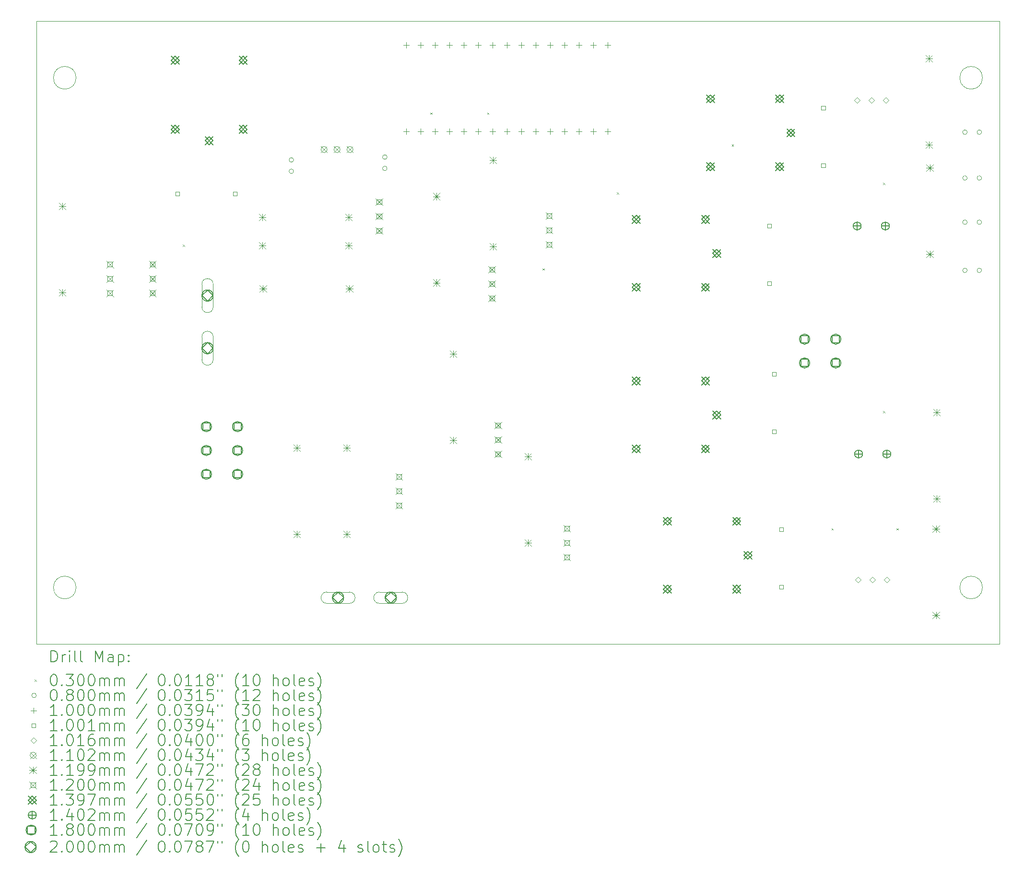
<source format=gbr>
%TF.GenerationSoftware,KiCad,Pcbnew,8.0.1*%
%TF.CreationDate,2024-04-13T23:58:46-04:00*%
%TF.ProjectId,Headlight Controller,48656164-6c69-4676-9874-20436f6e7472,2.2*%
%TF.SameCoordinates,Original*%
%TF.FileFunction,Drillmap*%
%TF.FilePolarity,Positive*%
%FSLAX45Y45*%
G04 Gerber Fmt 4.5, Leading zero omitted, Abs format (unit mm)*
G04 Created by KiCad (PCBNEW 8.0.1) date 2024-04-13 23:58:46*
%MOMM*%
%LPD*%
G01*
G04 APERTURE LIST*
%ADD10C,0.050000*%
%ADD11C,0.200000*%
%ADD12C,0.100000*%
%ADD13C,0.100080*%
%ADD14C,0.101600*%
%ADD15C,0.110240*%
%ADD16C,0.119880*%
%ADD17C,0.120000*%
%ADD18C,0.139700*%
%ADD19C,0.140200*%
%ADD20C,0.180000*%
G04 APERTURE END LIST*
D10*
X19200000Y-15000000D02*
G75*
G02*
X18800000Y-15000000I-200000J0D01*
G01*
X18800000Y-15000000D02*
G75*
G02*
X19200000Y-15000000I200000J0D01*
G01*
X3200000Y-6000000D02*
G75*
G02*
X2800000Y-6000000I-200000J0D01*
G01*
X2800000Y-6000000D02*
G75*
G02*
X3200000Y-6000000I200000J0D01*
G01*
X19200000Y-6000000D02*
G75*
G02*
X18800000Y-6000000I-200000J0D01*
G01*
X18800000Y-6000000D02*
G75*
G02*
X19200000Y-6000000I200000J0D01*
G01*
X3200000Y-15000000D02*
G75*
G02*
X2800000Y-15000000I-200000J0D01*
G01*
X2800000Y-15000000D02*
G75*
G02*
X3200000Y-15000000I200000J0D01*
G01*
X19500000Y-5000000D02*
X19500000Y-16000000D01*
X19500000Y-16000000D02*
X2500000Y-16000000D01*
X2500000Y-16000000D02*
X2500000Y-5000000D01*
X2500000Y-5000000D02*
X19500000Y-5000000D01*
D11*
D12*
X5085000Y-8945000D02*
X5115000Y-8975000D01*
X5115000Y-8945000D02*
X5085000Y-8975000D01*
X9455000Y-6615000D02*
X9485000Y-6645000D01*
X9485000Y-6615000D02*
X9455000Y-6645000D01*
X10455000Y-6615000D02*
X10485000Y-6645000D01*
X10485000Y-6615000D02*
X10455000Y-6645000D01*
X11435000Y-9365000D02*
X11465000Y-9395000D01*
X11465000Y-9365000D02*
X11435000Y-9395000D01*
X12745000Y-8025000D02*
X12775000Y-8055000D01*
X12775000Y-8025000D02*
X12745000Y-8055000D01*
X14775000Y-7175000D02*
X14805000Y-7205000D01*
X14805000Y-7175000D02*
X14775000Y-7205000D01*
X16535000Y-13955000D02*
X16565000Y-13985000D01*
X16565000Y-13955000D02*
X16535000Y-13985000D01*
X17445000Y-7855000D02*
X17475000Y-7885000D01*
X17475000Y-7855000D02*
X17445000Y-7885000D01*
X17445000Y-11885000D02*
X17475000Y-11915000D01*
X17475000Y-11885000D02*
X17445000Y-11915000D01*
X17685000Y-13953000D02*
X17715000Y-13983000D01*
X17715000Y-13953000D02*
X17685000Y-13983000D01*
X7040000Y-7450000D02*
G75*
G02*
X6960000Y-7450000I-40000J0D01*
G01*
X6960000Y-7450000D02*
G75*
G02*
X7040000Y-7450000I40000J0D01*
G01*
X7040000Y-7650000D02*
G75*
G02*
X6960000Y-7650000I-40000J0D01*
G01*
X6960000Y-7650000D02*
G75*
G02*
X7040000Y-7650000I40000J0D01*
G01*
X8690000Y-7400000D02*
G75*
G02*
X8610000Y-7400000I-40000J0D01*
G01*
X8610000Y-7400000D02*
G75*
G02*
X8690000Y-7400000I40000J0D01*
G01*
X8690000Y-7600000D02*
G75*
G02*
X8610000Y-7600000I-40000J0D01*
G01*
X8610000Y-7600000D02*
G75*
G02*
X8690000Y-7600000I40000J0D01*
G01*
X18930510Y-6960000D02*
G75*
G02*
X18850510Y-6960000I-40000J0D01*
G01*
X18850510Y-6960000D02*
G75*
G02*
X18930510Y-6960000I40000J0D01*
G01*
X18930510Y-7770000D02*
G75*
G02*
X18850510Y-7770000I-40000J0D01*
G01*
X18850510Y-7770000D02*
G75*
G02*
X18930510Y-7770000I40000J0D01*
G01*
X18930510Y-8550000D02*
G75*
G02*
X18850510Y-8550000I-40000J0D01*
G01*
X18850510Y-8550000D02*
G75*
G02*
X18930510Y-8550000I40000J0D01*
G01*
X18930510Y-9400000D02*
G75*
G02*
X18850510Y-9400000I-40000J0D01*
G01*
X18850510Y-9400000D02*
G75*
G02*
X18930510Y-9400000I40000J0D01*
G01*
X19184510Y-6960000D02*
G75*
G02*
X19104510Y-6960000I-40000J0D01*
G01*
X19104510Y-6960000D02*
G75*
G02*
X19184510Y-6960000I40000J0D01*
G01*
X19184510Y-7770000D02*
G75*
G02*
X19104510Y-7770000I-40000J0D01*
G01*
X19104510Y-7770000D02*
G75*
G02*
X19184510Y-7770000I40000J0D01*
G01*
X19184510Y-8550000D02*
G75*
G02*
X19104510Y-8550000I-40000J0D01*
G01*
X19104510Y-8550000D02*
G75*
G02*
X19184510Y-8550000I40000J0D01*
G01*
X19184510Y-9400000D02*
G75*
G02*
X19104510Y-9400000I-40000J0D01*
G01*
X19104510Y-9400000D02*
G75*
G02*
X19184510Y-9400000I40000J0D01*
G01*
X9031000Y-5376000D02*
X9031000Y-5476000D01*
X8981000Y-5426000D02*
X9081000Y-5426000D01*
X9031000Y-6900000D02*
X9031000Y-7000000D01*
X8981000Y-6950000D02*
X9081000Y-6950000D01*
X9285000Y-5376000D02*
X9285000Y-5476000D01*
X9235000Y-5426000D02*
X9335000Y-5426000D01*
X9285000Y-6900000D02*
X9285000Y-7000000D01*
X9235000Y-6950000D02*
X9335000Y-6950000D01*
X9539000Y-5376000D02*
X9539000Y-5476000D01*
X9489000Y-5426000D02*
X9589000Y-5426000D01*
X9539000Y-6900000D02*
X9539000Y-7000000D01*
X9489000Y-6950000D02*
X9589000Y-6950000D01*
X9793000Y-5376000D02*
X9793000Y-5476000D01*
X9743000Y-5426000D02*
X9843000Y-5426000D01*
X9793000Y-6900000D02*
X9793000Y-7000000D01*
X9743000Y-6950000D02*
X9843000Y-6950000D01*
X10047000Y-5376000D02*
X10047000Y-5476000D01*
X9997000Y-5426000D02*
X10097000Y-5426000D01*
X10047000Y-6900000D02*
X10047000Y-7000000D01*
X9997000Y-6950000D02*
X10097000Y-6950000D01*
X10301000Y-5376000D02*
X10301000Y-5476000D01*
X10251000Y-5426000D02*
X10351000Y-5426000D01*
X10301000Y-6900000D02*
X10301000Y-7000000D01*
X10251000Y-6950000D02*
X10351000Y-6950000D01*
X10555000Y-5376000D02*
X10555000Y-5476000D01*
X10505000Y-5426000D02*
X10605000Y-5426000D01*
X10555000Y-6900000D02*
X10555000Y-7000000D01*
X10505000Y-6950000D02*
X10605000Y-6950000D01*
X10809000Y-5376000D02*
X10809000Y-5476000D01*
X10759000Y-5426000D02*
X10859000Y-5426000D01*
X10809000Y-6900000D02*
X10809000Y-7000000D01*
X10759000Y-6950000D02*
X10859000Y-6950000D01*
X11063000Y-5376000D02*
X11063000Y-5476000D01*
X11013000Y-5426000D02*
X11113000Y-5426000D01*
X11063000Y-6900000D02*
X11063000Y-7000000D01*
X11013000Y-6950000D02*
X11113000Y-6950000D01*
X11317000Y-5376000D02*
X11317000Y-5476000D01*
X11267000Y-5426000D02*
X11367000Y-5426000D01*
X11317000Y-6900000D02*
X11317000Y-7000000D01*
X11267000Y-6950000D02*
X11367000Y-6950000D01*
X11571000Y-5376000D02*
X11571000Y-5476000D01*
X11521000Y-5426000D02*
X11621000Y-5426000D01*
X11571000Y-6900000D02*
X11571000Y-7000000D01*
X11521000Y-6950000D02*
X11621000Y-6950000D01*
X11825000Y-5376000D02*
X11825000Y-5476000D01*
X11775000Y-5426000D02*
X11875000Y-5426000D01*
X11825000Y-6900000D02*
X11825000Y-7000000D01*
X11775000Y-6950000D02*
X11875000Y-6950000D01*
X12079000Y-5376000D02*
X12079000Y-5476000D01*
X12029000Y-5426000D02*
X12129000Y-5426000D01*
X12079000Y-6900000D02*
X12079000Y-7000000D01*
X12029000Y-6950000D02*
X12129000Y-6950000D01*
X12333000Y-5376000D02*
X12333000Y-5476000D01*
X12283000Y-5426000D02*
X12383000Y-5426000D01*
X12333000Y-6900000D02*
X12333000Y-7000000D01*
X12283000Y-6950000D02*
X12383000Y-6950000D01*
X12587000Y-5376000D02*
X12587000Y-5476000D01*
X12537000Y-5426000D02*
X12637000Y-5426000D01*
X12587000Y-6900000D02*
X12587000Y-7000000D01*
X12537000Y-6950000D02*
X12637000Y-6950000D01*
D13*
X5027384Y-8085384D02*
X5027384Y-8014616D01*
X4956616Y-8014616D01*
X4956616Y-8085384D01*
X5027384Y-8085384D01*
X6043384Y-8085384D02*
X6043384Y-8014616D01*
X5972616Y-8014616D01*
X5972616Y-8085384D01*
X6043384Y-8085384D01*
X15475384Y-8647384D02*
X15475384Y-8576616D01*
X15404616Y-8576616D01*
X15404616Y-8647384D01*
X15475384Y-8647384D01*
X15475384Y-9663384D02*
X15475384Y-9592616D01*
X15404616Y-9592616D01*
X15404616Y-9663384D01*
X15475384Y-9663384D01*
X15555384Y-11267384D02*
X15555384Y-11196616D01*
X15484616Y-11196616D01*
X15484616Y-11267384D01*
X15555384Y-11267384D01*
X15555384Y-12283384D02*
X15555384Y-12212616D01*
X15484616Y-12212616D01*
X15484616Y-12283384D01*
X15555384Y-12283384D01*
X15685384Y-14007384D02*
X15685384Y-13936616D01*
X15614616Y-13936616D01*
X15614616Y-14007384D01*
X15685384Y-14007384D01*
X15685384Y-15023384D02*
X15685384Y-14952616D01*
X15614616Y-14952616D01*
X15614616Y-15023384D01*
X15685384Y-15023384D01*
X16425384Y-6567384D02*
X16425384Y-6496616D01*
X16354616Y-6496616D01*
X16354616Y-6567384D01*
X16425384Y-6567384D01*
X16425384Y-7583384D02*
X16425384Y-7512616D01*
X16354616Y-7512616D01*
X16354616Y-7583384D01*
X16425384Y-7583384D01*
D14*
X16988700Y-6445100D02*
X17039500Y-6394300D01*
X16988700Y-6343500D01*
X16937900Y-6394300D01*
X16988700Y-6445100D01*
X17003300Y-14916500D02*
X17054100Y-14865700D01*
X17003300Y-14814900D01*
X16952500Y-14865700D01*
X17003300Y-14916500D01*
X17242700Y-6445100D02*
X17293500Y-6394300D01*
X17242700Y-6343500D01*
X17191900Y-6394300D01*
X17242700Y-6445100D01*
X17257300Y-14916500D02*
X17308100Y-14865700D01*
X17257300Y-14814900D01*
X17206500Y-14865700D01*
X17257300Y-14916500D01*
X17496700Y-6445100D02*
X17547500Y-6394300D01*
X17496700Y-6343500D01*
X17445900Y-6394300D01*
X17496700Y-6445100D01*
X17511300Y-14916500D02*
X17562100Y-14865700D01*
X17511300Y-14814900D01*
X17460500Y-14865700D01*
X17511300Y-14916500D01*
D15*
X7522630Y-7212290D02*
X7632870Y-7322530D01*
X7632870Y-7212290D02*
X7522630Y-7322530D01*
X7632870Y-7267410D02*
G75*
G02*
X7522630Y-7267410I-55120J0D01*
G01*
X7522630Y-7267410D02*
G75*
G02*
X7632870Y-7267410I55120J0D01*
G01*
X7751230Y-7212290D02*
X7861470Y-7322530D01*
X7861470Y-7212290D02*
X7751230Y-7322530D01*
X7861470Y-7267410D02*
G75*
G02*
X7751230Y-7267410I-55120J0D01*
G01*
X7751230Y-7267410D02*
G75*
G02*
X7861470Y-7267410I55120J0D01*
G01*
X7979830Y-7212290D02*
X8090070Y-7322530D01*
X8090070Y-7212290D02*
X7979830Y-7322530D01*
X8090070Y-7267410D02*
G75*
G02*
X7979830Y-7267410I-55120J0D01*
G01*
X7979830Y-7267410D02*
G75*
G02*
X8090070Y-7267410I55120J0D01*
G01*
D16*
X2900060Y-8208060D02*
X3019940Y-8327940D01*
X3019940Y-8208060D02*
X2900060Y-8327940D01*
X2960000Y-8208060D02*
X2960000Y-8327940D01*
X2900060Y-8268000D02*
X3019940Y-8268000D01*
X2900060Y-9732060D02*
X3019940Y-9851940D01*
X3019940Y-9732060D02*
X2900060Y-9851940D01*
X2960000Y-9732060D02*
X2960000Y-9851940D01*
X2900060Y-9792000D02*
X3019940Y-9792000D01*
X6428060Y-8400060D02*
X6547940Y-8519940D01*
X6547940Y-8400060D02*
X6428060Y-8519940D01*
X6488000Y-8400060D02*
X6488000Y-8519940D01*
X6428060Y-8460000D02*
X6547940Y-8460000D01*
X6428060Y-8900060D02*
X6547940Y-9019940D01*
X6547940Y-8900060D02*
X6428060Y-9019940D01*
X6488000Y-8900060D02*
X6488000Y-9019940D01*
X6428060Y-8960000D02*
X6547940Y-8960000D01*
X6441060Y-9665060D02*
X6560940Y-9784940D01*
X6560940Y-9665060D02*
X6441060Y-9784940D01*
X6501000Y-9665060D02*
X6501000Y-9784940D01*
X6441060Y-9725000D02*
X6560940Y-9725000D01*
X7040060Y-12478060D02*
X7159940Y-12597940D01*
X7159940Y-12478060D02*
X7040060Y-12597940D01*
X7100000Y-12478060D02*
X7100000Y-12597940D01*
X7040060Y-12538000D02*
X7159940Y-12538000D01*
X7040060Y-14002060D02*
X7159940Y-14121940D01*
X7159940Y-14002060D02*
X7040060Y-14121940D01*
X7100000Y-14002060D02*
X7100000Y-14121940D01*
X7040060Y-14062000D02*
X7159940Y-14062000D01*
X7920060Y-12476060D02*
X8039940Y-12595940D01*
X8039940Y-12476060D02*
X7920060Y-12595940D01*
X7980000Y-12476060D02*
X7980000Y-12595940D01*
X7920060Y-12536000D02*
X8039940Y-12536000D01*
X7920060Y-14000060D02*
X8039940Y-14119940D01*
X8039940Y-14000060D02*
X7920060Y-14119940D01*
X7980000Y-14000060D02*
X7980000Y-14119940D01*
X7920060Y-14060000D02*
X8039940Y-14060000D01*
X7952060Y-8400060D02*
X8071940Y-8519940D01*
X8071940Y-8400060D02*
X7952060Y-8519940D01*
X8012000Y-8400060D02*
X8012000Y-8519940D01*
X7952060Y-8460000D02*
X8071940Y-8460000D01*
X7952060Y-8900060D02*
X8071940Y-9019940D01*
X8071940Y-8900060D02*
X7952060Y-9019940D01*
X8012000Y-8900060D02*
X8012000Y-9019940D01*
X7952060Y-8960000D02*
X8071940Y-8960000D01*
X7965060Y-9665060D02*
X8084940Y-9784940D01*
X8084940Y-9665060D02*
X7965060Y-9784940D01*
X8025000Y-9665060D02*
X8025000Y-9784940D01*
X7965060Y-9725000D02*
X8084940Y-9725000D01*
X9501049Y-8034060D02*
X9620929Y-8153940D01*
X9620929Y-8034060D02*
X9501049Y-8153940D01*
X9560989Y-8034060D02*
X9560989Y-8153940D01*
X9501049Y-8094000D02*
X9620929Y-8094000D01*
X9501049Y-9558060D02*
X9620929Y-9677940D01*
X9620929Y-9558060D02*
X9501049Y-9677940D01*
X9560989Y-9558060D02*
X9560989Y-9677940D01*
X9501049Y-9618000D02*
X9620929Y-9618000D01*
X9800060Y-10816060D02*
X9919940Y-10935940D01*
X9919940Y-10816060D02*
X9800060Y-10935940D01*
X9860000Y-10816060D02*
X9860000Y-10935940D01*
X9800060Y-10876000D02*
X9919940Y-10876000D01*
X9800060Y-12340060D02*
X9919940Y-12459940D01*
X9919940Y-12340060D02*
X9800060Y-12459940D01*
X9860000Y-12340060D02*
X9860000Y-12459940D01*
X9800060Y-12400000D02*
X9919940Y-12400000D01*
X10500060Y-7396060D02*
X10619940Y-7515940D01*
X10619940Y-7396060D02*
X10500060Y-7515940D01*
X10560000Y-7396060D02*
X10560000Y-7515940D01*
X10500060Y-7456000D02*
X10619940Y-7456000D01*
X10500060Y-8920060D02*
X10619940Y-9039940D01*
X10619940Y-8920060D02*
X10500060Y-9039940D01*
X10560000Y-8920060D02*
X10560000Y-9039940D01*
X10500060Y-8980000D02*
X10619940Y-8980000D01*
X11116555Y-12626060D02*
X11236434Y-12745940D01*
X11236434Y-12626060D02*
X11116555Y-12745940D01*
X11176495Y-12626060D02*
X11176495Y-12745940D01*
X11116555Y-12686000D02*
X11236434Y-12686000D01*
X11116555Y-14150060D02*
X11236434Y-14269940D01*
X11236434Y-14150060D02*
X11116555Y-14269940D01*
X11176495Y-14150060D02*
X11176495Y-14269940D01*
X11116555Y-14210000D02*
X11236434Y-14210000D01*
X18200060Y-5598060D02*
X18319940Y-5717940D01*
X18319940Y-5598060D02*
X18200060Y-5717940D01*
X18260000Y-5598060D02*
X18260000Y-5717940D01*
X18200060Y-5658000D02*
X18319940Y-5658000D01*
X18200060Y-7122060D02*
X18319940Y-7241940D01*
X18319940Y-7122060D02*
X18200060Y-7241940D01*
X18260000Y-7122060D02*
X18260000Y-7241940D01*
X18200060Y-7182000D02*
X18319940Y-7182000D01*
X18210060Y-7528060D02*
X18329940Y-7647940D01*
X18329940Y-7528060D02*
X18210060Y-7647940D01*
X18270000Y-7528060D02*
X18270000Y-7647940D01*
X18210060Y-7588000D02*
X18329940Y-7588000D01*
X18210060Y-9052060D02*
X18329940Y-9171940D01*
X18329940Y-9052060D02*
X18210060Y-9171940D01*
X18270000Y-9052060D02*
X18270000Y-9171940D01*
X18210060Y-9112000D02*
X18329940Y-9112000D01*
X18320060Y-13908060D02*
X18439940Y-14027940D01*
X18439940Y-13908060D02*
X18320060Y-14027940D01*
X18380000Y-13908060D02*
X18380000Y-14027940D01*
X18320060Y-13968000D02*
X18439940Y-13968000D01*
X18320060Y-15432060D02*
X18439940Y-15551940D01*
X18439940Y-15432060D02*
X18320060Y-15551940D01*
X18380000Y-15432060D02*
X18380000Y-15551940D01*
X18320060Y-15492000D02*
X18439940Y-15492000D01*
X18330060Y-11848060D02*
X18449940Y-11967940D01*
X18449940Y-11848060D02*
X18330060Y-11967940D01*
X18390000Y-11848060D02*
X18390000Y-11967940D01*
X18330060Y-11908000D02*
X18449940Y-11908000D01*
X18330060Y-13372060D02*
X18449940Y-13491940D01*
X18449940Y-13372060D02*
X18330060Y-13491940D01*
X18390000Y-13372060D02*
X18390000Y-13491940D01*
X18330060Y-13432000D02*
X18449940Y-13432000D01*
D17*
X3740000Y-9236000D02*
X3860000Y-9356000D01*
X3860000Y-9236000D02*
X3740000Y-9356000D01*
X3842427Y-9338427D02*
X3842427Y-9253573D01*
X3757573Y-9253573D01*
X3757573Y-9338427D01*
X3842427Y-9338427D01*
X3740000Y-9490000D02*
X3860000Y-9610000D01*
X3860000Y-9490000D02*
X3740000Y-9610000D01*
X3842427Y-9592427D02*
X3842427Y-9507573D01*
X3757573Y-9507573D01*
X3757573Y-9592427D01*
X3842427Y-9592427D01*
X3740000Y-9744000D02*
X3860000Y-9864000D01*
X3860000Y-9744000D02*
X3740000Y-9864000D01*
X3842427Y-9846427D02*
X3842427Y-9761573D01*
X3757573Y-9761573D01*
X3757573Y-9846427D01*
X3842427Y-9846427D01*
X4490000Y-9236000D02*
X4610000Y-9356000D01*
X4610000Y-9236000D02*
X4490000Y-9356000D01*
X4592427Y-9338427D02*
X4592427Y-9253573D01*
X4507573Y-9253573D01*
X4507573Y-9338427D01*
X4592427Y-9338427D01*
X4490000Y-9490000D02*
X4610000Y-9610000D01*
X4610000Y-9490000D02*
X4490000Y-9610000D01*
X4592427Y-9592427D02*
X4592427Y-9507573D01*
X4507573Y-9507573D01*
X4507573Y-9592427D01*
X4592427Y-9592427D01*
X4490000Y-9744000D02*
X4610000Y-9864000D01*
X4610000Y-9744000D02*
X4490000Y-9864000D01*
X4592427Y-9846427D02*
X4592427Y-9761573D01*
X4507573Y-9761573D01*
X4507573Y-9846427D01*
X4592427Y-9846427D01*
X8490000Y-8132000D02*
X8610000Y-8252000D01*
X8610000Y-8132000D02*
X8490000Y-8252000D01*
X8592427Y-8234427D02*
X8592427Y-8149573D01*
X8507573Y-8149573D01*
X8507573Y-8234427D01*
X8592427Y-8234427D01*
X8490000Y-8386000D02*
X8610000Y-8506000D01*
X8610000Y-8386000D02*
X8490000Y-8506000D01*
X8592427Y-8488427D02*
X8592427Y-8403573D01*
X8507573Y-8403573D01*
X8507573Y-8488427D01*
X8592427Y-8488427D01*
X8490000Y-8640000D02*
X8610000Y-8760000D01*
X8610000Y-8640000D02*
X8490000Y-8760000D01*
X8592427Y-8742427D02*
X8592427Y-8657573D01*
X8507573Y-8657573D01*
X8507573Y-8742427D01*
X8592427Y-8742427D01*
X8840000Y-12986000D02*
X8960000Y-13106000D01*
X8960000Y-12986000D02*
X8840000Y-13106000D01*
X8942427Y-13088427D02*
X8942427Y-13003573D01*
X8857573Y-13003573D01*
X8857573Y-13088427D01*
X8942427Y-13088427D01*
X8840000Y-13240000D02*
X8960000Y-13360000D01*
X8960000Y-13240000D02*
X8840000Y-13360000D01*
X8942427Y-13342427D02*
X8942427Y-13257573D01*
X8857573Y-13257573D01*
X8857573Y-13342427D01*
X8942427Y-13342427D01*
X8840000Y-13494000D02*
X8960000Y-13614000D01*
X8960000Y-13494000D02*
X8840000Y-13614000D01*
X8942427Y-13596427D02*
X8942427Y-13511573D01*
X8857573Y-13511573D01*
X8857573Y-13596427D01*
X8942427Y-13596427D01*
X10480000Y-9322000D02*
X10600000Y-9442000D01*
X10600000Y-9322000D02*
X10480000Y-9442000D01*
X10582427Y-9424427D02*
X10582427Y-9339573D01*
X10497573Y-9339573D01*
X10497573Y-9424427D01*
X10582427Y-9424427D01*
X10480000Y-9576000D02*
X10600000Y-9696000D01*
X10600000Y-9576000D02*
X10480000Y-9696000D01*
X10582427Y-9678427D02*
X10582427Y-9593573D01*
X10497573Y-9593573D01*
X10497573Y-9678427D01*
X10582427Y-9678427D01*
X10480000Y-9830000D02*
X10600000Y-9950000D01*
X10600000Y-9830000D02*
X10480000Y-9950000D01*
X10582427Y-9932427D02*
X10582427Y-9847573D01*
X10497573Y-9847573D01*
X10497573Y-9932427D01*
X10582427Y-9932427D01*
X10589011Y-12076000D02*
X10709011Y-12196000D01*
X10709011Y-12076000D02*
X10589011Y-12196000D01*
X10691438Y-12178427D02*
X10691438Y-12093573D01*
X10606584Y-12093573D01*
X10606584Y-12178427D01*
X10691438Y-12178427D01*
X10589011Y-12330000D02*
X10709011Y-12450000D01*
X10709011Y-12330000D02*
X10589011Y-12450000D01*
X10691438Y-12432427D02*
X10691438Y-12347573D01*
X10606584Y-12347573D01*
X10606584Y-12432427D01*
X10691438Y-12432427D01*
X10589011Y-12584000D02*
X10709011Y-12704000D01*
X10709011Y-12584000D02*
X10589011Y-12704000D01*
X10691438Y-12686427D02*
X10691438Y-12601573D01*
X10606584Y-12601573D01*
X10606584Y-12686427D01*
X10691438Y-12686427D01*
X11490000Y-8374000D02*
X11610000Y-8494000D01*
X11610000Y-8374000D02*
X11490000Y-8494000D01*
X11592427Y-8476427D02*
X11592427Y-8391573D01*
X11507573Y-8391573D01*
X11507573Y-8476427D01*
X11592427Y-8476427D01*
X11490000Y-8628000D02*
X11610000Y-8748000D01*
X11610000Y-8628000D02*
X11490000Y-8748000D01*
X11592427Y-8730427D02*
X11592427Y-8645573D01*
X11507573Y-8645573D01*
X11507573Y-8730427D01*
X11592427Y-8730427D01*
X11490000Y-8882000D02*
X11610000Y-9002000D01*
X11610000Y-8882000D02*
X11490000Y-9002000D01*
X11592427Y-8984427D02*
X11592427Y-8899573D01*
X11507573Y-8899573D01*
X11507573Y-8984427D01*
X11592427Y-8984427D01*
X11805505Y-13894000D02*
X11925505Y-14014000D01*
X11925505Y-13894000D02*
X11805505Y-14014000D01*
X11907932Y-13996427D02*
X11907932Y-13911573D01*
X11823079Y-13911573D01*
X11823079Y-13996427D01*
X11907932Y-13996427D01*
X11805505Y-14148000D02*
X11925505Y-14268000D01*
X11925505Y-14148000D02*
X11805505Y-14268000D01*
X11907932Y-14250427D02*
X11907932Y-14165573D01*
X11823079Y-14165573D01*
X11823079Y-14250427D01*
X11907932Y-14250427D01*
X11805505Y-14402000D02*
X11925505Y-14522000D01*
X11925505Y-14402000D02*
X11805505Y-14522000D01*
X11907932Y-14504427D02*
X11907932Y-14419573D01*
X11823079Y-14419573D01*
X11823079Y-14504427D01*
X11907932Y-14504427D01*
D18*
X4880150Y-5620170D02*
X5019850Y-5759870D01*
X5019850Y-5620170D02*
X4880150Y-5759870D01*
X4950000Y-5759870D02*
X5019850Y-5690020D01*
X4950000Y-5620170D01*
X4880150Y-5690020D01*
X4950000Y-5759870D01*
X4880150Y-6840160D02*
X5019850Y-6979860D01*
X5019850Y-6840160D02*
X4880150Y-6979860D01*
X4950000Y-6979860D02*
X5019850Y-6910010D01*
X4950000Y-6840160D01*
X4880150Y-6910010D01*
X4950000Y-6979860D01*
X5480150Y-7040160D02*
X5619850Y-7179860D01*
X5619850Y-7040160D02*
X5480150Y-7179860D01*
X5550000Y-7179860D02*
X5619850Y-7110010D01*
X5550000Y-7040160D01*
X5480150Y-7110010D01*
X5550000Y-7179860D01*
X6080150Y-5620170D02*
X6219850Y-5759870D01*
X6219850Y-5620170D02*
X6080150Y-5759870D01*
X6150000Y-5759870D02*
X6219850Y-5690020D01*
X6150000Y-5620170D01*
X6080150Y-5690020D01*
X6150000Y-5759870D01*
X6080150Y-6840160D02*
X6219850Y-6979860D01*
X6219850Y-6840160D02*
X6080150Y-6979860D01*
X6150000Y-6979860D02*
X6219850Y-6910010D01*
X6150000Y-6840160D01*
X6080150Y-6910010D01*
X6150000Y-6979860D01*
X13020170Y-8430150D02*
X13159870Y-8569850D01*
X13159870Y-8430150D02*
X13020170Y-8569850D01*
X13090020Y-8569850D02*
X13159870Y-8500000D01*
X13090020Y-8430150D01*
X13020170Y-8500000D01*
X13090020Y-8569850D01*
X13020170Y-9630150D02*
X13159870Y-9769850D01*
X13159870Y-9630150D02*
X13020170Y-9769850D01*
X13090020Y-9769850D02*
X13159870Y-9700000D01*
X13090020Y-9630150D01*
X13020170Y-9700000D01*
X13090020Y-9769850D01*
X13020170Y-11283650D02*
X13159870Y-11423350D01*
X13159870Y-11283650D02*
X13020170Y-11423350D01*
X13090020Y-11423350D02*
X13159870Y-11353500D01*
X13090020Y-11283650D01*
X13020170Y-11353500D01*
X13090020Y-11423350D01*
X13020170Y-12483650D02*
X13159870Y-12623350D01*
X13159870Y-12483650D02*
X13020170Y-12623350D01*
X13090020Y-12623350D02*
X13159870Y-12553500D01*
X13090020Y-12483650D01*
X13020170Y-12553500D01*
X13090020Y-12623350D01*
X13570170Y-13760150D02*
X13709870Y-13899850D01*
X13709870Y-13760150D02*
X13570170Y-13899850D01*
X13640020Y-13899850D02*
X13709870Y-13830000D01*
X13640020Y-13760150D01*
X13570170Y-13830000D01*
X13640020Y-13899850D01*
X13570170Y-14960150D02*
X13709870Y-15099850D01*
X13709870Y-14960150D02*
X13570170Y-15099850D01*
X13640020Y-15099850D02*
X13709870Y-15030000D01*
X13640020Y-14960150D01*
X13570170Y-15030000D01*
X13640020Y-15099850D01*
X14240160Y-8430150D02*
X14379860Y-8569850D01*
X14379860Y-8430150D02*
X14240160Y-8569850D01*
X14310010Y-8569850D02*
X14379860Y-8500000D01*
X14310010Y-8430150D01*
X14240160Y-8500000D01*
X14310010Y-8569850D01*
X14240160Y-9630150D02*
X14379860Y-9769850D01*
X14379860Y-9630150D02*
X14240160Y-9769850D01*
X14310010Y-9769850D02*
X14379860Y-9700000D01*
X14310010Y-9630150D01*
X14240160Y-9700000D01*
X14310010Y-9769850D01*
X14240160Y-11283650D02*
X14379860Y-11423350D01*
X14379860Y-11283650D02*
X14240160Y-11423350D01*
X14310010Y-11423350D02*
X14379860Y-11353500D01*
X14310010Y-11283650D01*
X14240160Y-11353500D01*
X14310010Y-11423350D01*
X14240160Y-12483650D02*
X14379860Y-12623350D01*
X14379860Y-12483650D02*
X14240160Y-12623350D01*
X14310010Y-12623350D02*
X14379860Y-12553500D01*
X14310010Y-12483650D01*
X14240160Y-12553500D01*
X14310010Y-12623350D01*
X14330150Y-6300150D02*
X14469850Y-6439850D01*
X14469850Y-6300150D02*
X14330150Y-6439850D01*
X14400000Y-6439850D02*
X14469850Y-6370000D01*
X14400000Y-6300150D01*
X14330150Y-6370000D01*
X14400000Y-6439850D01*
X14330150Y-7500150D02*
X14469850Y-7639850D01*
X14469850Y-7500150D02*
X14330150Y-7639850D01*
X14400000Y-7639850D02*
X14469850Y-7570000D01*
X14400000Y-7500150D01*
X14330150Y-7570000D01*
X14400000Y-7639850D01*
X14440160Y-9030150D02*
X14579860Y-9169850D01*
X14579860Y-9030150D02*
X14440160Y-9169850D01*
X14510010Y-9169850D02*
X14579860Y-9100000D01*
X14510010Y-9030150D01*
X14440160Y-9100000D01*
X14510010Y-9169850D01*
X14440160Y-11883650D02*
X14579860Y-12023350D01*
X14579860Y-11883650D02*
X14440160Y-12023350D01*
X14510010Y-12023350D02*
X14579860Y-11953500D01*
X14510010Y-11883650D01*
X14440160Y-11953500D01*
X14510010Y-12023350D01*
X14790160Y-13760150D02*
X14929860Y-13899850D01*
X14929860Y-13760150D02*
X14790160Y-13899850D01*
X14860010Y-13899850D02*
X14929860Y-13830000D01*
X14860010Y-13760150D01*
X14790160Y-13830000D01*
X14860010Y-13899850D01*
X14790160Y-14960150D02*
X14929860Y-15099850D01*
X14929860Y-14960150D02*
X14790160Y-15099850D01*
X14860010Y-15099850D02*
X14929860Y-15030000D01*
X14860010Y-14960150D01*
X14790160Y-15030000D01*
X14860010Y-15099850D01*
X14990160Y-14360150D02*
X15129860Y-14499850D01*
X15129860Y-14360150D02*
X14990160Y-14499850D01*
X15060010Y-14499850D02*
X15129860Y-14430000D01*
X15060010Y-14360150D01*
X14990160Y-14430000D01*
X15060010Y-14499850D01*
X15550140Y-6300150D02*
X15689840Y-6439850D01*
X15689840Y-6300150D02*
X15550140Y-6439850D01*
X15619990Y-6439850D02*
X15689840Y-6370000D01*
X15619990Y-6300150D01*
X15550140Y-6370000D01*
X15619990Y-6439850D01*
X15550140Y-7500150D02*
X15689840Y-7639850D01*
X15689840Y-7500150D02*
X15550140Y-7639850D01*
X15619990Y-7639850D02*
X15689840Y-7570000D01*
X15619990Y-7500150D01*
X15550140Y-7570000D01*
X15619990Y-7639850D01*
X15750140Y-6900150D02*
X15889840Y-7039850D01*
X15889840Y-6900150D02*
X15750140Y-7039850D01*
X15819990Y-7039850D02*
X15889840Y-6970000D01*
X15819990Y-6900150D01*
X15750140Y-6970000D01*
X15819990Y-7039850D01*
D19*
X16988700Y-8546700D02*
X16988700Y-8686900D01*
X16918600Y-8616800D02*
X17058800Y-8616800D01*
X17058800Y-8616800D02*
G75*
G02*
X16918600Y-8616800I-70100J0D01*
G01*
X16918600Y-8616800D02*
G75*
G02*
X17058800Y-8616800I70100J0D01*
G01*
X17013460Y-12573100D02*
X17013460Y-12713300D01*
X16943360Y-12643200D02*
X17083560Y-12643200D01*
X17083560Y-12643200D02*
G75*
G02*
X16943360Y-12643200I-70100J0D01*
G01*
X16943360Y-12643200D02*
G75*
G02*
X17083560Y-12643200I70100J0D01*
G01*
X17486540Y-8546700D02*
X17486540Y-8686900D01*
X17416440Y-8616800D02*
X17556640Y-8616800D01*
X17556640Y-8616800D02*
G75*
G02*
X17416440Y-8616800I-70100J0D01*
G01*
X17416440Y-8616800D02*
G75*
G02*
X17556640Y-8616800I70100J0D01*
G01*
X17511300Y-12573100D02*
X17511300Y-12713300D01*
X17441200Y-12643200D02*
X17581400Y-12643200D01*
X17581400Y-12643200D02*
G75*
G02*
X17441200Y-12643200I-70100J0D01*
G01*
X17441200Y-12643200D02*
G75*
G02*
X17581400Y-12643200I70100J0D01*
G01*
D20*
X5563640Y-12223640D02*
X5563640Y-12096360D01*
X5436360Y-12096360D01*
X5436360Y-12223640D01*
X5563640Y-12223640D01*
X5590000Y-12160000D02*
G75*
G02*
X5410000Y-12160000I-90000J0D01*
G01*
X5410000Y-12160000D02*
G75*
G02*
X5590000Y-12160000I90000J0D01*
G01*
X5563640Y-12643640D02*
X5563640Y-12516360D01*
X5436360Y-12516360D01*
X5436360Y-12643640D01*
X5563640Y-12643640D01*
X5590000Y-12580000D02*
G75*
G02*
X5410000Y-12580000I-90000J0D01*
G01*
X5410000Y-12580000D02*
G75*
G02*
X5590000Y-12580000I90000J0D01*
G01*
X5563640Y-13063640D02*
X5563640Y-12936360D01*
X5436360Y-12936360D01*
X5436360Y-13063640D01*
X5563640Y-13063640D01*
X5590000Y-13000000D02*
G75*
G02*
X5410000Y-13000000I-90000J0D01*
G01*
X5410000Y-13000000D02*
G75*
G02*
X5590000Y-13000000I90000J0D01*
G01*
X6113640Y-12223640D02*
X6113640Y-12096360D01*
X5986360Y-12096360D01*
X5986360Y-12223640D01*
X6113640Y-12223640D01*
X6140000Y-12160000D02*
G75*
G02*
X5960000Y-12160000I-90000J0D01*
G01*
X5960000Y-12160000D02*
G75*
G02*
X6140000Y-12160000I90000J0D01*
G01*
X6113640Y-12643640D02*
X6113640Y-12516360D01*
X5986360Y-12516360D01*
X5986360Y-12643640D01*
X6113640Y-12643640D01*
X6140000Y-12580000D02*
G75*
G02*
X5960000Y-12580000I-90000J0D01*
G01*
X5960000Y-12580000D02*
G75*
G02*
X6140000Y-12580000I90000J0D01*
G01*
X6113640Y-13063640D02*
X6113640Y-12936360D01*
X5986360Y-12936360D01*
X5986360Y-13063640D01*
X6113640Y-13063640D01*
X6140000Y-13000000D02*
G75*
G02*
X5960000Y-13000000I-90000J0D01*
G01*
X5960000Y-13000000D02*
G75*
G02*
X6140000Y-13000000I90000J0D01*
G01*
X16123890Y-10679040D02*
X16123890Y-10551760D01*
X15996610Y-10551760D01*
X15996610Y-10679040D01*
X16123890Y-10679040D01*
X16150250Y-10615400D02*
G75*
G02*
X15970250Y-10615400I-90000J0D01*
G01*
X15970250Y-10615400D02*
G75*
G02*
X16150250Y-10615400I90000J0D01*
G01*
X16123890Y-11099040D02*
X16123890Y-10971760D01*
X15996610Y-10971760D01*
X15996610Y-11099040D01*
X16123890Y-11099040D01*
X16150250Y-11035400D02*
G75*
G02*
X15970250Y-11035400I-90000J0D01*
G01*
X15970250Y-11035400D02*
G75*
G02*
X16150250Y-11035400I90000J0D01*
G01*
X16673890Y-10679040D02*
X16673890Y-10551760D01*
X16546610Y-10551760D01*
X16546610Y-10679040D01*
X16673890Y-10679040D01*
X16700250Y-10615400D02*
G75*
G02*
X16520250Y-10615400I-90000J0D01*
G01*
X16520250Y-10615400D02*
G75*
G02*
X16700250Y-10615400I90000J0D01*
G01*
X16673890Y-11099040D02*
X16673890Y-10971760D01*
X16546610Y-10971760D01*
X16546610Y-11099040D01*
X16673890Y-11099040D01*
X16700250Y-11035400D02*
G75*
G02*
X16520250Y-11035400I-90000J0D01*
G01*
X16520250Y-11035400D02*
G75*
G02*
X16700250Y-11035400I90000J0D01*
G01*
D11*
X5520000Y-9945000D02*
X5620000Y-9845000D01*
X5520000Y-9745000D01*
X5420000Y-9845000D01*
X5520000Y-9945000D01*
X5620000Y-9845000D02*
G75*
G02*
X5420000Y-9845000I-100000J0D01*
G01*
X5420000Y-9845000D02*
G75*
G02*
X5620000Y-9845000I100000J0D01*
G01*
D12*
X5620000Y-10045000D02*
X5620000Y-9645000D01*
X5420000Y-9645000D02*
G75*
G02*
X5620000Y-9645000I100000J0D01*
G01*
X5420000Y-9645000D02*
X5420000Y-10045000D01*
X5420000Y-10045000D02*
G75*
G03*
X5620000Y-10045000I100000J0D01*
G01*
D11*
X5520000Y-10875000D02*
X5620000Y-10775000D01*
X5520000Y-10675000D01*
X5420000Y-10775000D01*
X5520000Y-10875000D01*
X5620000Y-10775000D02*
G75*
G02*
X5420000Y-10775000I-100000J0D01*
G01*
X5420000Y-10775000D02*
G75*
G02*
X5620000Y-10775000I100000J0D01*
G01*
D12*
X5620000Y-10975000D02*
X5620000Y-10575000D01*
X5420000Y-10575000D02*
G75*
G02*
X5620000Y-10575000I100000J0D01*
G01*
X5420000Y-10575000D02*
X5420000Y-10975000D01*
X5420000Y-10975000D02*
G75*
G03*
X5620000Y-10975000I100000J0D01*
G01*
D11*
X7825000Y-15280000D02*
X7925000Y-15180000D01*
X7825000Y-15080000D01*
X7725000Y-15180000D01*
X7825000Y-15280000D01*
X7925000Y-15180000D02*
G75*
G02*
X7725000Y-15180000I-100000J0D01*
G01*
X7725000Y-15180000D02*
G75*
G02*
X7925000Y-15180000I100000J0D01*
G01*
D12*
X7625000Y-15280000D02*
X8025000Y-15280000D01*
X8025000Y-15080000D02*
G75*
G02*
X8025000Y-15280000I0J-100000D01*
G01*
X8025000Y-15080000D02*
X7625000Y-15080000D01*
X7625000Y-15080000D02*
G75*
G03*
X7625000Y-15280000I0J-100000D01*
G01*
D11*
X8755000Y-15280000D02*
X8855000Y-15180000D01*
X8755000Y-15080000D01*
X8655000Y-15180000D01*
X8755000Y-15280000D01*
X8855000Y-15180000D02*
G75*
G02*
X8655000Y-15180000I-100000J0D01*
G01*
X8655000Y-15180000D02*
G75*
G02*
X8855000Y-15180000I100000J0D01*
G01*
D12*
X8555000Y-15280000D02*
X8955000Y-15280000D01*
X8955000Y-15080000D02*
G75*
G02*
X8955000Y-15280000I0J-100000D01*
G01*
X8955000Y-15080000D02*
X8555000Y-15080000D01*
X8555000Y-15080000D02*
G75*
G03*
X8555000Y-15280000I0J-100000D01*
G01*
D11*
X2758277Y-16313984D02*
X2758277Y-16113984D01*
X2758277Y-16113984D02*
X2805896Y-16113984D01*
X2805896Y-16113984D02*
X2834467Y-16123508D01*
X2834467Y-16123508D02*
X2853515Y-16142555D01*
X2853515Y-16142555D02*
X2863039Y-16161603D01*
X2863039Y-16161603D02*
X2872562Y-16199698D01*
X2872562Y-16199698D02*
X2872562Y-16228269D01*
X2872562Y-16228269D02*
X2863039Y-16266365D01*
X2863039Y-16266365D02*
X2853515Y-16285412D01*
X2853515Y-16285412D02*
X2834467Y-16304460D01*
X2834467Y-16304460D02*
X2805896Y-16313984D01*
X2805896Y-16313984D02*
X2758277Y-16313984D01*
X2958277Y-16313984D02*
X2958277Y-16180650D01*
X2958277Y-16218746D02*
X2967801Y-16199698D01*
X2967801Y-16199698D02*
X2977324Y-16190174D01*
X2977324Y-16190174D02*
X2996372Y-16180650D01*
X2996372Y-16180650D02*
X3015420Y-16180650D01*
X3082086Y-16313984D02*
X3082086Y-16180650D01*
X3082086Y-16113984D02*
X3072562Y-16123508D01*
X3072562Y-16123508D02*
X3082086Y-16133031D01*
X3082086Y-16133031D02*
X3091610Y-16123508D01*
X3091610Y-16123508D02*
X3082086Y-16113984D01*
X3082086Y-16113984D02*
X3082086Y-16133031D01*
X3205896Y-16313984D02*
X3186848Y-16304460D01*
X3186848Y-16304460D02*
X3177324Y-16285412D01*
X3177324Y-16285412D02*
X3177324Y-16113984D01*
X3310658Y-16313984D02*
X3291610Y-16304460D01*
X3291610Y-16304460D02*
X3282086Y-16285412D01*
X3282086Y-16285412D02*
X3282086Y-16113984D01*
X3539229Y-16313984D02*
X3539229Y-16113984D01*
X3539229Y-16113984D02*
X3605896Y-16256841D01*
X3605896Y-16256841D02*
X3672562Y-16113984D01*
X3672562Y-16113984D02*
X3672562Y-16313984D01*
X3853515Y-16313984D02*
X3853515Y-16209222D01*
X3853515Y-16209222D02*
X3843991Y-16190174D01*
X3843991Y-16190174D02*
X3824943Y-16180650D01*
X3824943Y-16180650D02*
X3786848Y-16180650D01*
X3786848Y-16180650D02*
X3767801Y-16190174D01*
X3853515Y-16304460D02*
X3834467Y-16313984D01*
X3834467Y-16313984D02*
X3786848Y-16313984D01*
X3786848Y-16313984D02*
X3767801Y-16304460D01*
X3767801Y-16304460D02*
X3758277Y-16285412D01*
X3758277Y-16285412D02*
X3758277Y-16266365D01*
X3758277Y-16266365D02*
X3767801Y-16247317D01*
X3767801Y-16247317D02*
X3786848Y-16237793D01*
X3786848Y-16237793D02*
X3834467Y-16237793D01*
X3834467Y-16237793D02*
X3853515Y-16228269D01*
X3948753Y-16180650D02*
X3948753Y-16380650D01*
X3948753Y-16190174D02*
X3967801Y-16180650D01*
X3967801Y-16180650D02*
X4005896Y-16180650D01*
X4005896Y-16180650D02*
X4024943Y-16190174D01*
X4024943Y-16190174D02*
X4034467Y-16199698D01*
X4034467Y-16199698D02*
X4043991Y-16218746D01*
X4043991Y-16218746D02*
X4043991Y-16275888D01*
X4043991Y-16275888D02*
X4034467Y-16294936D01*
X4034467Y-16294936D02*
X4024943Y-16304460D01*
X4024943Y-16304460D02*
X4005896Y-16313984D01*
X4005896Y-16313984D02*
X3967801Y-16313984D01*
X3967801Y-16313984D02*
X3948753Y-16304460D01*
X4129705Y-16294936D02*
X4139229Y-16304460D01*
X4139229Y-16304460D02*
X4129705Y-16313984D01*
X4129705Y-16313984D02*
X4120182Y-16304460D01*
X4120182Y-16304460D02*
X4129705Y-16294936D01*
X4129705Y-16294936D02*
X4129705Y-16313984D01*
X4129705Y-16190174D02*
X4139229Y-16199698D01*
X4139229Y-16199698D02*
X4129705Y-16209222D01*
X4129705Y-16209222D02*
X4120182Y-16199698D01*
X4120182Y-16199698D02*
X4129705Y-16190174D01*
X4129705Y-16190174D02*
X4129705Y-16209222D01*
D12*
X2467500Y-16627500D02*
X2497500Y-16657500D01*
X2497500Y-16627500D02*
X2467500Y-16657500D01*
D11*
X2796372Y-16533984D02*
X2815420Y-16533984D01*
X2815420Y-16533984D02*
X2834467Y-16543508D01*
X2834467Y-16543508D02*
X2843991Y-16553031D01*
X2843991Y-16553031D02*
X2853515Y-16572079D01*
X2853515Y-16572079D02*
X2863039Y-16610174D01*
X2863039Y-16610174D02*
X2863039Y-16657793D01*
X2863039Y-16657793D02*
X2853515Y-16695888D01*
X2853515Y-16695888D02*
X2843991Y-16714936D01*
X2843991Y-16714936D02*
X2834467Y-16724460D01*
X2834467Y-16724460D02*
X2815420Y-16733984D01*
X2815420Y-16733984D02*
X2796372Y-16733984D01*
X2796372Y-16733984D02*
X2777324Y-16724460D01*
X2777324Y-16724460D02*
X2767801Y-16714936D01*
X2767801Y-16714936D02*
X2758277Y-16695888D01*
X2758277Y-16695888D02*
X2748753Y-16657793D01*
X2748753Y-16657793D02*
X2748753Y-16610174D01*
X2748753Y-16610174D02*
X2758277Y-16572079D01*
X2758277Y-16572079D02*
X2767801Y-16553031D01*
X2767801Y-16553031D02*
X2777324Y-16543508D01*
X2777324Y-16543508D02*
X2796372Y-16533984D01*
X2948753Y-16714936D02*
X2958277Y-16724460D01*
X2958277Y-16724460D02*
X2948753Y-16733984D01*
X2948753Y-16733984D02*
X2939229Y-16724460D01*
X2939229Y-16724460D02*
X2948753Y-16714936D01*
X2948753Y-16714936D02*
X2948753Y-16733984D01*
X3024943Y-16533984D02*
X3148753Y-16533984D01*
X3148753Y-16533984D02*
X3082086Y-16610174D01*
X3082086Y-16610174D02*
X3110658Y-16610174D01*
X3110658Y-16610174D02*
X3129705Y-16619698D01*
X3129705Y-16619698D02*
X3139229Y-16629222D01*
X3139229Y-16629222D02*
X3148753Y-16648269D01*
X3148753Y-16648269D02*
X3148753Y-16695888D01*
X3148753Y-16695888D02*
X3139229Y-16714936D01*
X3139229Y-16714936D02*
X3129705Y-16724460D01*
X3129705Y-16724460D02*
X3110658Y-16733984D01*
X3110658Y-16733984D02*
X3053515Y-16733984D01*
X3053515Y-16733984D02*
X3034467Y-16724460D01*
X3034467Y-16724460D02*
X3024943Y-16714936D01*
X3272562Y-16533984D02*
X3291610Y-16533984D01*
X3291610Y-16533984D02*
X3310658Y-16543508D01*
X3310658Y-16543508D02*
X3320182Y-16553031D01*
X3320182Y-16553031D02*
X3329705Y-16572079D01*
X3329705Y-16572079D02*
X3339229Y-16610174D01*
X3339229Y-16610174D02*
X3339229Y-16657793D01*
X3339229Y-16657793D02*
X3329705Y-16695888D01*
X3329705Y-16695888D02*
X3320182Y-16714936D01*
X3320182Y-16714936D02*
X3310658Y-16724460D01*
X3310658Y-16724460D02*
X3291610Y-16733984D01*
X3291610Y-16733984D02*
X3272562Y-16733984D01*
X3272562Y-16733984D02*
X3253515Y-16724460D01*
X3253515Y-16724460D02*
X3243991Y-16714936D01*
X3243991Y-16714936D02*
X3234467Y-16695888D01*
X3234467Y-16695888D02*
X3224943Y-16657793D01*
X3224943Y-16657793D02*
X3224943Y-16610174D01*
X3224943Y-16610174D02*
X3234467Y-16572079D01*
X3234467Y-16572079D02*
X3243991Y-16553031D01*
X3243991Y-16553031D02*
X3253515Y-16543508D01*
X3253515Y-16543508D02*
X3272562Y-16533984D01*
X3463039Y-16533984D02*
X3482086Y-16533984D01*
X3482086Y-16533984D02*
X3501134Y-16543508D01*
X3501134Y-16543508D02*
X3510658Y-16553031D01*
X3510658Y-16553031D02*
X3520182Y-16572079D01*
X3520182Y-16572079D02*
X3529705Y-16610174D01*
X3529705Y-16610174D02*
X3529705Y-16657793D01*
X3529705Y-16657793D02*
X3520182Y-16695888D01*
X3520182Y-16695888D02*
X3510658Y-16714936D01*
X3510658Y-16714936D02*
X3501134Y-16724460D01*
X3501134Y-16724460D02*
X3482086Y-16733984D01*
X3482086Y-16733984D02*
X3463039Y-16733984D01*
X3463039Y-16733984D02*
X3443991Y-16724460D01*
X3443991Y-16724460D02*
X3434467Y-16714936D01*
X3434467Y-16714936D02*
X3424943Y-16695888D01*
X3424943Y-16695888D02*
X3415420Y-16657793D01*
X3415420Y-16657793D02*
X3415420Y-16610174D01*
X3415420Y-16610174D02*
X3424943Y-16572079D01*
X3424943Y-16572079D02*
X3434467Y-16553031D01*
X3434467Y-16553031D02*
X3443991Y-16543508D01*
X3443991Y-16543508D02*
X3463039Y-16533984D01*
X3615420Y-16733984D02*
X3615420Y-16600650D01*
X3615420Y-16619698D02*
X3624943Y-16610174D01*
X3624943Y-16610174D02*
X3643991Y-16600650D01*
X3643991Y-16600650D02*
X3672563Y-16600650D01*
X3672563Y-16600650D02*
X3691610Y-16610174D01*
X3691610Y-16610174D02*
X3701134Y-16629222D01*
X3701134Y-16629222D02*
X3701134Y-16733984D01*
X3701134Y-16629222D02*
X3710658Y-16610174D01*
X3710658Y-16610174D02*
X3729705Y-16600650D01*
X3729705Y-16600650D02*
X3758277Y-16600650D01*
X3758277Y-16600650D02*
X3777324Y-16610174D01*
X3777324Y-16610174D02*
X3786848Y-16629222D01*
X3786848Y-16629222D02*
X3786848Y-16733984D01*
X3882086Y-16733984D02*
X3882086Y-16600650D01*
X3882086Y-16619698D02*
X3891610Y-16610174D01*
X3891610Y-16610174D02*
X3910658Y-16600650D01*
X3910658Y-16600650D02*
X3939229Y-16600650D01*
X3939229Y-16600650D02*
X3958277Y-16610174D01*
X3958277Y-16610174D02*
X3967801Y-16629222D01*
X3967801Y-16629222D02*
X3967801Y-16733984D01*
X3967801Y-16629222D02*
X3977324Y-16610174D01*
X3977324Y-16610174D02*
X3996372Y-16600650D01*
X3996372Y-16600650D02*
X4024943Y-16600650D01*
X4024943Y-16600650D02*
X4043991Y-16610174D01*
X4043991Y-16610174D02*
X4053515Y-16629222D01*
X4053515Y-16629222D02*
X4053515Y-16733984D01*
X4443991Y-16524460D02*
X4272563Y-16781603D01*
X4701134Y-16533984D02*
X4720182Y-16533984D01*
X4720182Y-16533984D02*
X4739229Y-16543508D01*
X4739229Y-16543508D02*
X4748753Y-16553031D01*
X4748753Y-16553031D02*
X4758277Y-16572079D01*
X4758277Y-16572079D02*
X4767801Y-16610174D01*
X4767801Y-16610174D02*
X4767801Y-16657793D01*
X4767801Y-16657793D02*
X4758277Y-16695888D01*
X4758277Y-16695888D02*
X4748753Y-16714936D01*
X4748753Y-16714936D02*
X4739229Y-16724460D01*
X4739229Y-16724460D02*
X4720182Y-16733984D01*
X4720182Y-16733984D02*
X4701134Y-16733984D01*
X4701134Y-16733984D02*
X4682087Y-16724460D01*
X4682087Y-16724460D02*
X4672563Y-16714936D01*
X4672563Y-16714936D02*
X4663039Y-16695888D01*
X4663039Y-16695888D02*
X4653515Y-16657793D01*
X4653515Y-16657793D02*
X4653515Y-16610174D01*
X4653515Y-16610174D02*
X4663039Y-16572079D01*
X4663039Y-16572079D02*
X4672563Y-16553031D01*
X4672563Y-16553031D02*
X4682087Y-16543508D01*
X4682087Y-16543508D02*
X4701134Y-16533984D01*
X4853515Y-16714936D02*
X4863039Y-16724460D01*
X4863039Y-16724460D02*
X4853515Y-16733984D01*
X4853515Y-16733984D02*
X4843991Y-16724460D01*
X4843991Y-16724460D02*
X4853515Y-16714936D01*
X4853515Y-16714936D02*
X4853515Y-16733984D01*
X4986848Y-16533984D02*
X5005896Y-16533984D01*
X5005896Y-16533984D02*
X5024944Y-16543508D01*
X5024944Y-16543508D02*
X5034468Y-16553031D01*
X5034468Y-16553031D02*
X5043991Y-16572079D01*
X5043991Y-16572079D02*
X5053515Y-16610174D01*
X5053515Y-16610174D02*
X5053515Y-16657793D01*
X5053515Y-16657793D02*
X5043991Y-16695888D01*
X5043991Y-16695888D02*
X5034468Y-16714936D01*
X5034468Y-16714936D02*
X5024944Y-16724460D01*
X5024944Y-16724460D02*
X5005896Y-16733984D01*
X5005896Y-16733984D02*
X4986848Y-16733984D01*
X4986848Y-16733984D02*
X4967801Y-16724460D01*
X4967801Y-16724460D02*
X4958277Y-16714936D01*
X4958277Y-16714936D02*
X4948753Y-16695888D01*
X4948753Y-16695888D02*
X4939229Y-16657793D01*
X4939229Y-16657793D02*
X4939229Y-16610174D01*
X4939229Y-16610174D02*
X4948753Y-16572079D01*
X4948753Y-16572079D02*
X4958277Y-16553031D01*
X4958277Y-16553031D02*
X4967801Y-16543508D01*
X4967801Y-16543508D02*
X4986848Y-16533984D01*
X5243991Y-16733984D02*
X5129706Y-16733984D01*
X5186848Y-16733984D02*
X5186848Y-16533984D01*
X5186848Y-16533984D02*
X5167801Y-16562555D01*
X5167801Y-16562555D02*
X5148753Y-16581603D01*
X5148753Y-16581603D02*
X5129706Y-16591127D01*
X5434468Y-16733984D02*
X5320182Y-16733984D01*
X5377325Y-16733984D02*
X5377325Y-16533984D01*
X5377325Y-16533984D02*
X5358277Y-16562555D01*
X5358277Y-16562555D02*
X5339229Y-16581603D01*
X5339229Y-16581603D02*
X5320182Y-16591127D01*
X5548753Y-16619698D02*
X5529706Y-16610174D01*
X5529706Y-16610174D02*
X5520182Y-16600650D01*
X5520182Y-16600650D02*
X5510658Y-16581603D01*
X5510658Y-16581603D02*
X5510658Y-16572079D01*
X5510658Y-16572079D02*
X5520182Y-16553031D01*
X5520182Y-16553031D02*
X5529706Y-16543508D01*
X5529706Y-16543508D02*
X5548753Y-16533984D01*
X5548753Y-16533984D02*
X5586849Y-16533984D01*
X5586849Y-16533984D02*
X5605896Y-16543508D01*
X5605896Y-16543508D02*
X5615420Y-16553031D01*
X5615420Y-16553031D02*
X5624944Y-16572079D01*
X5624944Y-16572079D02*
X5624944Y-16581603D01*
X5624944Y-16581603D02*
X5615420Y-16600650D01*
X5615420Y-16600650D02*
X5605896Y-16610174D01*
X5605896Y-16610174D02*
X5586849Y-16619698D01*
X5586849Y-16619698D02*
X5548753Y-16619698D01*
X5548753Y-16619698D02*
X5529706Y-16629222D01*
X5529706Y-16629222D02*
X5520182Y-16638746D01*
X5520182Y-16638746D02*
X5510658Y-16657793D01*
X5510658Y-16657793D02*
X5510658Y-16695888D01*
X5510658Y-16695888D02*
X5520182Y-16714936D01*
X5520182Y-16714936D02*
X5529706Y-16724460D01*
X5529706Y-16724460D02*
X5548753Y-16733984D01*
X5548753Y-16733984D02*
X5586849Y-16733984D01*
X5586849Y-16733984D02*
X5605896Y-16724460D01*
X5605896Y-16724460D02*
X5615420Y-16714936D01*
X5615420Y-16714936D02*
X5624944Y-16695888D01*
X5624944Y-16695888D02*
X5624944Y-16657793D01*
X5624944Y-16657793D02*
X5615420Y-16638746D01*
X5615420Y-16638746D02*
X5605896Y-16629222D01*
X5605896Y-16629222D02*
X5586849Y-16619698D01*
X5701134Y-16533984D02*
X5701134Y-16572079D01*
X5777325Y-16533984D02*
X5777325Y-16572079D01*
X6072563Y-16810174D02*
X6063039Y-16800650D01*
X6063039Y-16800650D02*
X6043991Y-16772079D01*
X6043991Y-16772079D02*
X6034468Y-16753031D01*
X6034468Y-16753031D02*
X6024944Y-16724460D01*
X6024944Y-16724460D02*
X6015420Y-16676841D01*
X6015420Y-16676841D02*
X6015420Y-16638746D01*
X6015420Y-16638746D02*
X6024944Y-16591127D01*
X6024944Y-16591127D02*
X6034468Y-16562555D01*
X6034468Y-16562555D02*
X6043991Y-16543508D01*
X6043991Y-16543508D02*
X6063039Y-16514936D01*
X6063039Y-16514936D02*
X6072563Y-16505412D01*
X6253515Y-16733984D02*
X6139229Y-16733984D01*
X6196372Y-16733984D02*
X6196372Y-16533984D01*
X6196372Y-16533984D02*
X6177325Y-16562555D01*
X6177325Y-16562555D02*
X6158277Y-16581603D01*
X6158277Y-16581603D02*
X6139229Y-16591127D01*
X6377325Y-16533984D02*
X6396372Y-16533984D01*
X6396372Y-16533984D02*
X6415420Y-16543508D01*
X6415420Y-16543508D02*
X6424944Y-16553031D01*
X6424944Y-16553031D02*
X6434468Y-16572079D01*
X6434468Y-16572079D02*
X6443991Y-16610174D01*
X6443991Y-16610174D02*
X6443991Y-16657793D01*
X6443991Y-16657793D02*
X6434468Y-16695888D01*
X6434468Y-16695888D02*
X6424944Y-16714936D01*
X6424944Y-16714936D02*
X6415420Y-16724460D01*
X6415420Y-16724460D02*
X6396372Y-16733984D01*
X6396372Y-16733984D02*
X6377325Y-16733984D01*
X6377325Y-16733984D02*
X6358277Y-16724460D01*
X6358277Y-16724460D02*
X6348753Y-16714936D01*
X6348753Y-16714936D02*
X6339229Y-16695888D01*
X6339229Y-16695888D02*
X6329706Y-16657793D01*
X6329706Y-16657793D02*
X6329706Y-16610174D01*
X6329706Y-16610174D02*
X6339229Y-16572079D01*
X6339229Y-16572079D02*
X6348753Y-16553031D01*
X6348753Y-16553031D02*
X6358277Y-16543508D01*
X6358277Y-16543508D02*
X6377325Y-16533984D01*
X6682087Y-16733984D02*
X6682087Y-16533984D01*
X6767801Y-16733984D02*
X6767801Y-16629222D01*
X6767801Y-16629222D02*
X6758277Y-16610174D01*
X6758277Y-16610174D02*
X6739230Y-16600650D01*
X6739230Y-16600650D02*
X6710658Y-16600650D01*
X6710658Y-16600650D02*
X6691610Y-16610174D01*
X6691610Y-16610174D02*
X6682087Y-16619698D01*
X6891610Y-16733984D02*
X6872563Y-16724460D01*
X6872563Y-16724460D02*
X6863039Y-16714936D01*
X6863039Y-16714936D02*
X6853515Y-16695888D01*
X6853515Y-16695888D02*
X6853515Y-16638746D01*
X6853515Y-16638746D02*
X6863039Y-16619698D01*
X6863039Y-16619698D02*
X6872563Y-16610174D01*
X6872563Y-16610174D02*
X6891610Y-16600650D01*
X6891610Y-16600650D02*
X6920182Y-16600650D01*
X6920182Y-16600650D02*
X6939230Y-16610174D01*
X6939230Y-16610174D02*
X6948753Y-16619698D01*
X6948753Y-16619698D02*
X6958277Y-16638746D01*
X6958277Y-16638746D02*
X6958277Y-16695888D01*
X6958277Y-16695888D02*
X6948753Y-16714936D01*
X6948753Y-16714936D02*
X6939230Y-16724460D01*
X6939230Y-16724460D02*
X6920182Y-16733984D01*
X6920182Y-16733984D02*
X6891610Y-16733984D01*
X7072563Y-16733984D02*
X7053515Y-16724460D01*
X7053515Y-16724460D02*
X7043991Y-16705412D01*
X7043991Y-16705412D02*
X7043991Y-16533984D01*
X7224944Y-16724460D02*
X7205896Y-16733984D01*
X7205896Y-16733984D02*
X7167801Y-16733984D01*
X7167801Y-16733984D02*
X7148753Y-16724460D01*
X7148753Y-16724460D02*
X7139230Y-16705412D01*
X7139230Y-16705412D02*
X7139230Y-16629222D01*
X7139230Y-16629222D02*
X7148753Y-16610174D01*
X7148753Y-16610174D02*
X7167801Y-16600650D01*
X7167801Y-16600650D02*
X7205896Y-16600650D01*
X7205896Y-16600650D02*
X7224944Y-16610174D01*
X7224944Y-16610174D02*
X7234468Y-16629222D01*
X7234468Y-16629222D02*
X7234468Y-16648269D01*
X7234468Y-16648269D02*
X7139230Y-16667317D01*
X7310658Y-16724460D02*
X7329706Y-16733984D01*
X7329706Y-16733984D02*
X7367801Y-16733984D01*
X7367801Y-16733984D02*
X7386849Y-16724460D01*
X7386849Y-16724460D02*
X7396372Y-16705412D01*
X7396372Y-16705412D02*
X7396372Y-16695888D01*
X7396372Y-16695888D02*
X7386849Y-16676841D01*
X7386849Y-16676841D02*
X7367801Y-16667317D01*
X7367801Y-16667317D02*
X7339230Y-16667317D01*
X7339230Y-16667317D02*
X7320182Y-16657793D01*
X7320182Y-16657793D02*
X7310658Y-16638746D01*
X7310658Y-16638746D02*
X7310658Y-16629222D01*
X7310658Y-16629222D02*
X7320182Y-16610174D01*
X7320182Y-16610174D02*
X7339230Y-16600650D01*
X7339230Y-16600650D02*
X7367801Y-16600650D01*
X7367801Y-16600650D02*
X7386849Y-16610174D01*
X7463039Y-16810174D02*
X7472563Y-16800650D01*
X7472563Y-16800650D02*
X7491611Y-16772079D01*
X7491611Y-16772079D02*
X7501134Y-16753031D01*
X7501134Y-16753031D02*
X7510658Y-16724460D01*
X7510658Y-16724460D02*
X7520182Y-16676841D01*
X7520182Y-16676841D02*
X7520182Y-16638746D01*
X7520182Y-16638746D02*
X7510658Y-16591127D01*
X7510658Y-16591127D02*
X7501134Y-16562555D01*
X7501134Y-16562555D02*
X7491611Y-16543508D01*
X7491611Y-16543508D02*
X7472563Y-16514936D01*
X7472563Y-16514936D02*
X7463039Y-16505412D01*
D12*
X2497500Y-16906500D02*
G75*
G02*
X2417500Y-16906500I-40000J0D01*
G01*
X2417500Y-16906500D02*
G75*
G02*
X2497500Y-16906500I40000J0D01*
G01*
D11*
X2796372Y-16797984D02*
X2815420Y-16797984D01*
X2815420Y-16797984D02*
X2834467Y-16807508D01*
X2834467Y-16807508D02*
X2843991Y-16817031D01*
X2843991Y-16817031D02*
X2853515Y-16836079D01*
X2853515Y-16836079D02*
X2863039Y-16874174D01*
X2863039Y-16874174D02*
X2863039Y-16921793D01*
X2863039Y-16921793D02*
X2853515Y-16959889D01*
X2853515Y-16959889D02*
X2843991Y-16978936D01*
X2843991Y-16978936D02*
X2834467Y-16988460D01*
X2834467Y-16988460D02*
X2815420Y-16997984D01*
X2815420Y-16997984D02*
X2796372Y-16997984D01*
X2796372Y-16997984D02*
X2777324Y-16988460D01*
X2777324Y-16988460D02*
X2767801Y-16978936D01*
X2767801Y-16978936D02*
X2758277Y-16959889D01*
X2758277Y-16959889D02*
X2748753Y-16921793D01*
X2748753Y-16921793D02*
X2748753Y-16874174D01*
X2748753Y-16874174D02*
X2758277Y-16836079D01*
X2758277Y-16836079D02*
X2767801Y-16817031D01*
X2767801Y-16817031D02*
X2777324Y-16807508D01*
X2777324Y-16807508D02*
X2796372Y-16797984D01*
X2948753Y-16978936D02*
X2958277Y-16988460D01*
X2958277Y-16988460D02*
X2948753Y-16997984D01*
X2948753Y-16997984D02*
X2939229Y-16988460D01*
X2939229Y-16988460D02*
X2948753Y-16978936D01*
X2948753Y-16978936D02*
X2948753Y-16997984D01*
X3072562Y-16883698D02*
X3053515Y-16874174D01*
X3053515Y-16874174D02*
X3043991Y-16864650D01*
X3043991Y-16864650D02*
X3034467Y-16845603D01*
X3034467Y-16845603D02*
X3034467Y-16836079D01*
X3034467Y-16836079D02*
X3043991Y-16817031D01*
X3043991Y-16817031D02*
X3053515Y-16807508D01*
X3053515Y-16807508D02*
X3072562Y-16797984D01*
X3072562Y-16797984D02*
X3110658Y-16797984D01*
X3110658Y-16797984D02*
X3129705Y-16807508D01*
X3129705Y-16807508D02*
X3139229Y-16817031D01*
X3139229Y-16817031D02*
X3148753Y-16836079D01*
X3148753Y-16836079D02*
X3148753Y-16845603D01*
X3148753Y-16845603D02*
X3139229Y-16864650D01*
X3139229Y-16864650D02*
X3129705Y-16874174D01*
X3129705Y-16874174D02*
X3110658Y-16883698D01*
X3110658Y-16883698D02*
X3072562Y-16883698D01*
X3072562Y-16883698D02*
X3053515Y-16893222D01*
X3053515Y-16893222D02*
X3043991Y-16902746D01*
X3043991Y-16902746D02*
X3034467Y-16921793D01*
X3034467Y-16921793D02*
X3034467Y-16959889D01*
X3034467Y-16959889D02*
X3043991Y-16978936D01*
X3043991Y-16978936D02*
X3053515Y-16988460D01*
X3053515Y-16988460D02*
X3072562Y-16997984D01*
X3072562Y-16997984D02*
X3110658Y-16997984D01*
X3110658Y-16997984D02*
X3129705Y-16988460D01*
X3129705Y-16988460D02*
X3139229Y-16978936D01*
X3139229Y-16978936D02*
X3148753Y-16959889D01*
X3148753Y-16959889D02*
X3148753Y-16921793D01*
X3148753Y-16921793D02*
X3139229Y-16902746D01*
X3139229Y-16902746D02*
X3129705Y-16893222D01*
X3129705Y-16893222D02*
X3110658Y-16883698D01*
X3272562Y-16797984D02*
X3291610Y-16797984D01*
X3291610Y-16797984D02*
X3310658Y-16807508D01*
X3310658Y-16807508D02*
X3320182Y-16817031D01*
X3320182Y-16817031D02*
X3329705Y-16836079D01*
X3329705Y-16836079D02*
X3339229Y-16874174D01*
X3339229Y-16874174D02*
X3339229Y-16921793D01*
X3339229Y-16921793D02*
X3329705Y-16959889D01*
X3329705Y-16959889D02*
X3320182Y-16978936D01*
X3320182Y-16978936D02*
X3310658Y-16988460D01*
X3310658Y-16988460D02*
X3291610Y-16997984D01*
X3291610Y-16997984D02*
X3272562Y-16997984D01*
X3272562Y-16997984D02*
X3253515Y-16988460D01*
X3253515Y-16988460D02*
X3243991Y-16978936D01*
X3243991Y-16978936D02*
X3234467Y-16959889D01*
X3234467Y-16959889D02*
X3224943Y-16921793D01*
X3224943Y-16921793D02*
X3224943Y-16874174D01*
X3224943Y-16874174D02*
X3234467Y-16836079D01*
X3234467Y-16836079D02*
X3243991Y-16817031D01*
X3243991Y-16817031D02*
X3253515Y-16807508D01*
X3253515Y-16807508D02*
X3272562Y-16797984D01*
X3463039Y-16797984D02*
X3482086Y-16797984D01*
X3482086Y-16797984D02*
X3501134Y-16807508D01*
X3501134Y-16807508D02*
X3510658Y-16817031D01*
X3510658Y-16817031D02*
X3520182Y-16836079D01*
X3520182Y-16836079D02*
X3529705Y-16874174D01*
X3529705Y-16874174D02*
X3529705Y-16921793D01*
X3529705Y-16921793D02*
X3520182Y-16959889D01*
X3520182Y-16959889D02*
X3510658Y-16978936D01*
X3510658Y-16978936D02*
X3501134Y-16988460D01*
X3501134Y-16988460D02*
X3482086Y-16997984D01*
X3482086Y-16997984D02*
X3463039Y-16997984D01*
X3463039Y-16997984D02*
X3443991Y-16988460D01*
X3443991Y-16988460D02*
X3434467Y-16978936D01*
X3434467Y-16978936D02*
X3424943Y-16959889D01*
X3424943Y-16959889D02*
X3415420Y-16921793D01*
X3415420Y-16921793D02*
X3415420Y-16874174D01*
X3415420Y-16874174D02*
X3424943Y-16836079D01*
X3424943Y-16836079D02*
X3434467Y-16817031D01*
X3434467Y-16817031D02*
X3443991Y-16807508D01*
X3443991Y-16807508D02*
X3463039Y-16797984D01*
X3615420Y-16997984D02*
X3615420Y-16864650D01*
X3615420Y-16883698D02*
X3624943Y-16874174D01*
X3624943Y-16874174D02*
X3643991Y-16864650D01*
X3643991Y-16864650D02*
X3672563Y-16864650D01*
X3672563Y-16864650D02*
X3691610Y-16874174D01*
X3691610Y-16874174D02*
X3701134Y-16893222D01*
X3701134Y-16893222D02*
X3701134Y-16997984D01*
X3701134Y-16893222D02*
X3710658Y-16874174D01*
X3710658Y-16874174D02*
X3729705Y-16864650D01*
X3729705Y-16864650D02*
X3758277Y-16864650D01*
X3758277Y-16864650D02*
X3777324Y-16874174D01*
X3777324Y-16874174D02*
X3786848Y-16893222D01*
X3786848Y-16893222D02*
X3786848Y-16997984D01*
X3882086Y-16997984D02*
X3882086Y-16864650D01*
X3882086Y-16883698D02*
X3891610Y-16874174D01*
X3891610Y-16874174D02*
X3910658Y-16864650D01*
X3910658Y-16864650D02*
X3939229Y-16864650D01*
X3939229Y-16864650D02*
X3958277Y-16874174D01*
X3958277Y-16874174D02*
X3967801Y-16893222D01*
X3967801Y-16893222D02*
X3967801Y-16997984D01*
X3967801Y-16893222D02*
X3977324Y-16874174D01*
X3977324Y-16874174D02*
X3996372Y-16864650D01*
X3996372Y-16864650D02*
X4024943Y-16864650D01*
X4024943Y-16864650D02*
X4043991Y-16874174D01*
X4043991Y-16874174D02*
X4053515Y-16893222D01*
X4053515Y-16893222D02*
X4053515Y-16997984D01*
X4443991Y-16788460D02*
X4272563Y-17045603D01*
X4701134Y-16797984D02*
X4720182Y-16797984D01*
X4720182Y-16797984D02*
X4739229Y-16807508D01*
X4739229Y-16807508D02*
X4748753Y-16817031D01*
X4748753Y-16817031D02*
X4758277Y-16836079D01*
X4758277Y-16836079D02*
X4767801Y-16874174D01*
X4767801Y-16874174D02*
X4767801Y-16921793D01*
X4767801Y-16921793D02*
X4758277Y-16959889D01*
X4758277Y-16959889D02*
X4748753Y-16978936D01*
X4748753Y-16978936D02*
X4739229Y-16988460D01*
X4739229Y-16988460D02*
X4720182Y-16997984D01*
X4720182Y-16997984D02*
X4701134Y-16997984D01*
X4701134Y-16997984D02*
X4682087Y-16988460D01*
X4682087Y-16988460D02*
X4672563Y-16978936D01*
X4672563Y-16978936D02*
X4663039Y-16959889D01*
X4663039Y-16959889D02*
X4653515Y-16921793D01*
X4653515Y-16921793D02*
X4653515Y-16874174D01*
X4653515Y-16874174D02*
X4663039Y-16836079D01*
X4663039Y-16836079D02*
X4672563Y-16817031D01*
X4672563Y-16817031D02*
X4682087Y-16807508D01*
X4682087Y-16807508D02*
X4701134Y-16797984D01*
X4853515Y-16978936D02*
X4863039Y-16988460D01*
X4863039Y-16988460D02*
X4853515Y-16997984D01*
X4853515Y-16997984D02*
X4843991Y-16988460D01*
X4843991Y-16988460D02*
X4853515Y-16978936D01*
X4853515Y-16978936D02*
X4853515Y-16997984D01*
X4986848Y-16797984D02*
X5005896Y-16797984D01*
X5005896Y-16797984D02*
X5024944Y-16807508D01*
X5024944Y-16807508D02*
X5034468Y-16817031D01*
X5034468Y-16817031D02*
X5043991Y-16836079D01*
X5043991Y-16836079D02*
X5053515Y-16874174D01*
X5053515Y-16874174D02*
X5053515Y-16921793D01*
X5053515Y-16921793D02*
X5043991Y-16959889D01*
X5043991Y-16959889D02*
X5034468Y-16978936D01*
X5034468Y-16978936D02*
X5024944Y-16988460D01*
X5024944Y-16988460D02*
X5005896Y-16997984D01*
X5005896Y-16997984D02*
X4986848Y-16997984D01*
X4986848Y-16997984D02*
X4967801Y-16988460D01*
X4967801Y-16988460D02*
X4958277Y-16978936D01*
X4958277Y-16978936D02*
X4948753Y-16959889D01*
X4948753Y-16959889D02*
X4939229Y-16921793D01*
X4939229Y-16921793D02*
X4939229Y-16874174D01*
X4939229Y-16874174D02*
X4948753Y-16836079D01*
X4948753Y-16836079D02*
X4958277Y-16817031D01*
X4958277Y-16817031D02*
X4967801Y-16807508D01*
X4967801Y-16807508D02*
X4986848Y-16797984D01*
X5120182Y-16797984D02*
X5243991Y-16797984D01*
X5243991Y-16797984D02*
X5177325Y-16874174D01*
X5177325Y-16874174D02*
X5205896Y-16874174D01*
X5205896Y-16874174D02*
X5224944Y-16883698D01*
X5224944Y-16883698D02*
X5234468Y-16893222D01*
X5234468Y-16893222D02*
X5243991Y-16912270D01*
X5243991Y-16912270D02*
X5243991Y-16959889D01*
X5243991Y-16959889D02*
X5234468Y-16978936D01*
X5234468Y-16978936D02*
X5224944Y-16988460D01*
X5224944Y-16988460D02*
X5205896Y-16997984D01*
X5205896Y-16997984D02*
X5148753Y-16997984D01*
X5148753Y-16997984D02*
X5129706Y-16988460D01*
X5129706Y-16988460D02*
X5120182Y-16978936D01*
X5434468Y-16997984D02*
X5320182Y-16997984D01*
X5377325Y-16997984D02*
X5377325Y-16797984D01*
X5377325Y-16797984D02*
X5358277Y-16826555D01*
X5358277Y-16826555D02*
X5339229Y-16845603D01*
X5339229Y-16845603D02*
X5320182Y-16855127D01*
X5615420Y-16797984D02*
X5520182Y-16797984D01*
X5520182Y-16797984D02*
X5510658Y-16893222D01*
X5510658Y-16893222D02*
X5520182Y-16883698D01*
X5520182Y-16883698D02*
X5539229Y-16874174D01*
X5539229Y-16874174D02*
X5586849Y-16874174D01*
X5586849Y-16874174D02*
X5605896Y-16883698D01*
X5605896Y-16883698D02*
X5615420Y-16893222D01*
X5615420Y-16893222D02*
X5624944Y-16912270D01*
X5624944Y-16912270D02*
X5624944Y-16959889D01*
X5624944Y-16959889D02*
X5615420Y-16978936D01*
X5615420Y-16978936D02*
X5605896Y-16988460D01*
X5605896Y-16988460D02*
X5586849Y-16997984D01*
X5586849Y-16997984D02*
X5539229Y-16997984D01*
X5539229Y-16997984D02*
X5520182Y-16988460D01*
X5520182Y-16988460D02*
X5510658Y-16978936D01*
X5701134Y-16797984D02*
X5701134Y-16836079D01*
X5777325Y-16797984D02*
X5777325Y-16836079D01*
X6072563Y-17074174D02*
X6063039Y-17064650D01*
X6063039Y-17064650D02*
X6043991Y-17036079D01*
X6043991Y-17036079D02*
X6034468Y-17017031D01*
X6034468Y-17017031D02*
X6024944Y-16988460D01*
X6024944Y-16988460D02*
X6015420Y-16940841D01*
X6015420Y-16940841D02*
X6015420Y-16902746D01*
X6015420Y-16902746D02*
X6024944Y-16855127D01*
X6024944Y-16855127D02*
X6034468Y-16826555D01*
X6034468Y-16826555D02*
X6043991Y-16807508D01*
X6043991Y-16807508D02*
X6063039Y-16778936D01*
X6063039Y-16778936D02*
X6072563Y-16769412D01*
X6253515Y-16997984D02*
X6139229Y-16997984D01*
X6196372Y-16997984D02*
X6196372Y-16797984D01*
X6196372Y-16797984D02*
X6177325Y-16826555D01*
X6177325Y-16826555D02*
X6158277Y-16845603D01*
X6158277Y-16845603D02*
X6139229Y-16855127D01*
X6329706Y-16817031D02*
X6339229Y-16807508D01*
X6339229Y-16807508D02*
X6358277Y-16797984D01*
X6358277Y-16797984D02*
X6405896Y-16797984D01*
X6405896Y-16797984D02*
X6424944Y-16807508D01*
X6424944Y-16807508D02*
X6434468Y-16817031D01*
X6434468Y-16817031D02*
X6443991Y-16836079D01*
X6443991Y-16836079D02*
X6443991Y-16855127D01*
X6443991Y-16855127D02*
X6434468Y-16883698D01*
X6434468Y-16883698D02*
X6320182Y-16997984D01*
X6320182Y-16997984D02*
X6443991Y-16997984D01*
X6682087Y-16997984D02*
X6682087Y-16797984D01*
X6767801Y-16997984D02*
X6767801Y-16893222D01*
X6767801Y-16893222D02*
X6758277Y-16874174D01*
X6758277Y-16874174D02*
X6739230Y-16864650D01*
X6739230Y-16864650D02*
X6710658Y-16864650D01*
X6710658Y-16864650D02*
X6691610Y-16874174D01*
X6691610Y-16874174D02*
X6682087Y-16883698D01*
X6891610Y-16997984D02*
X6872563Y-16988460D01*
X6872563Y-16988460D02*
X6863039Y-16978936D01*
X6863039Y-16978936D02*
X6853515Y-16959889D01*
X6853515Y-16959889D02*
X6853515Y-16902746D01*
X6853515Y-16902746D02*
X6863039Y-16883698D01*
X6863039Y-16883698D02*
X6872563Y-16874174D01*
X6872563Y-16874174D02*
X6891610Y-16864650D01*
X6891610Y-16864650D02*
X6920182Y-16864650D01*
X6920182Y-16864650D02*
X6939230Y-16874174D01*
X6939230Y-16874174D02*
X6948753Y-16883698D01*
X6948753Y-16883698D02*
X6958277Y-16902746D01*
X6958277Y-16902746D02*
X6958277Y-16959889D01*
X6958277Y-16959889D02*
X6948753Y-16978936D01*
X6948753Y-16978936D02*
X6939230Y-16988460D01*
X6939230Y-16988460D02*
X6920182Y-16997984D01*
X6920182Y-16997984D02*
X6891610Y-16997984D01*
X7072563Y-16997984D02*
X7053515Y-16988460D01*
X7053515Y-16988460D02*
X7043991Y-16969412D01*
X7043991Y-16969412D02*
X7043991Y-16797984D01*
X7224944Y-16988460D02*
X7205896Y-16997984D01*
X7205896Y-16997984D02*
X7167801Y-16997984D01*
X7167801Y-16997984D02*
X7148753Y-16988460D01*
X7148753Y-16988460D02*
X7139230Y-16969412D01*
X7139230Y-16969412D02*
X7139230Y-16893222D01*
X7139230Y-16893222D02*
X7148753Y-16874174D01*
X7148753Y-16874174D02*
X7167801Y-16864650D01*
X7167801Y-16864650D02*
X7205896Y-16864650D01*
X7205896Y-16864650D02*
X7224944Y-16874174D01*
X7224944Y-16874174D02*
X7234468Y-16893222D01*
X7234468Y-16893222D02*
X7234468Y-16912270D01*
X7234468Y-16912270D02*
X7139230Y-16931317D01*
X7310658Y-16988460D02*
X7329706Y-16997984D01*
X7329706Y-16997984D02*
X7367801Y-16997984D01*
X7367801Y-16997984D02*
X7386849Y-16988460D01*
X7386849Y-16988460D02*
X7396372Y-16969412D01*
X7396372Y-16969412D02*
X7396372Y-16959889D01*
X7396372Y-16959889D02*
X7386849Y-16940841D01*
X7386849Y-16940841D02*
X7367801Y-16931317D01*
X7367801Y-16931317D02*
X7339230Y-16931317D01*
X7339230Y-16931317D02*
X7320182Y-16921793D01*
X7320182Y-16921793D02*
X7310658Y-16902746D01*
X7310658Y-16902746D02*
X7310658Y-16893222D01*
X7310658Y-16893222D02*
X7320182Y-16874174D01*
X7320182Y-16874174D02*
X7339230Y-16864650D01*
X7339230Y-16864650D02*
X7367801Y-16864650D01*
X7367801Y-16864650D02*
X7386849Y-16874174D01*
X7463039Y-17074174D02*
X7472563Y-17064650D01*
X7472563Y-17064650D02*
X7491611Y-17036079D01*
X7491611Y-17036079D02*
X7501134Y-17017031D01*
X7501134Y-17017031D02*
X7510658Y-16988460D01*
X7510658Y-16988460D02*
X7520182Y-16940841D01*
X7520182Y-16940841D02*
X7520182Y-16902746D01*
X7520182Y-16902746D02*
X7510658Y-16855127D01*
X7510658Y-16855127D02*
X7501134Y-16826555D01*
X7501134Y-16826555D02*
X7491611Y-16807508D01*
X7491611Y-16807508D02*
X7472563Y-16778936D01*
X7472563Y-16778936D02*
X7463039Y-16769412D01*
D12*
X2447500Y-17120500D02*
X2447500Y-17220500D01*
X2397500Y-17170500D02*
X2497500Y-17170500D01*
D11*
X2863039Y-17261984D02*
X2748753Y-17261984D01*
X2805896Y-17261984D02*
X2805896Y-17061984D01*
X2805896Y-17061984D02*
X2786848Y-17090555D01*
X2786848Y-17090555D02*
X2767801Y-17109603D01*
X2767801Y-17109603D02*
X2748753Y-17119127D01*
X2948753Y-17242936D02*
X2958277Y-17252460D01*
X2958277Y-17252460D02*
X2948753Y-17261984D01*
X2948753Y-17261984D02*
X2939229Y-17252460D01*
X2939229Y-17252460D02*
X2948753Y-17242936D01*
X2948753Y-17242936D02*
X2948753Y-17261984D01*
X3082086Y-17061984D02*
X3101134Y-17061984D01*
X3101134Y-17061984D02*
X3120182Y-17071508D01*
X3120182Y-17071508D02*
X3129705Y-17081031D01*
X3129705Y-17081031D02*
X3139229Y-17100079D01*
X3139229Y-17100079D02*
X3148753Y-17138174D01*
X3148753Y-17138174D02*
X3148753Y-17185793D01*
X3148753Y-17185793D02*
X3139229Y-17223889D01*
X3139229Y-17223889D02*
X3129705Y-17242936D01*
X3129705Y-17242936D02*
X3120182Y-17252460D01*
X3120182Y-17252460D02*
X3101134Y-17261984D01*
X3101134Y-17261984D02*
X3082086Y-17261984D01*
X3082086Y-17261984D02*
X3063039Y-17252460D01*
X3063039Y-17252460D02*
X3053515Y-17242936D01*
X3053515Y-17242936D02*
X3043991Y-17223889D01*
X3043991Y-17223889D02*
X3034467Y-17185793D01*
X3034467Y-17185793D02*
X3034467Y-17138174D01*
X3034467Y-17138174D02*
X3043991Y-17100079D01*
X3043991Y-17100079D02*
X3053515Y-17081031D01*
X3053515Y-17081031D02*
X3063039Y-17071508D01*
X3063039Y-17071508D02*
X3082086Y-17061984D01*
X3272562Y-17061984D02*
X3291610Y-17061984D01*
X3291610Y-17061984D02*
X3310658Y-17071508D01*
X3310658Y-17071508D02*
X3320182Y-17081031D01*
X3320182Y-17081031D02*
X3329705Y-17100079D01*
X3329705Y-17100079D02*
X3339229Y-17138174D01*
X3339229Y-17138174D02*
X3339229Y-17185793D01*
X3339229Y-17185793D02*
X3329705Y-17223889D01*
X3329705Y-17223889D02*
X3320182Y-17242936D01*
X3320182Y-17242936D02*
X3310658Y-17252460D01*
X3310658Y-17252460D02*
X3291610Y-17261984D01*
X3291610Y-17261984D02*
X3272562Y-17261984D01*
X3272562Y-17261984D02*
X3253515Y-17252460D01*
X3253515Y-17252460D02*
X3243991Y-17242936D01*
X3243991Y-17242936D02*
X3234467Y-17223889D01*
X3234467Y-17223889D02*
X3224943Y-17185793D01*
X3224943Y-17185793D02*
X3224943Y-17138174D01*
X3224943Y-17138174D02*
X3234467Y-17100079D01*
X3234467Y-17100079D02*
X3243991Y-17081031D01*
X3243991Y-17081031D02*
X3253515Y-17071508D01*
X3253515Y-17071508D02*
X3272562Y-17061984D01*
X3463039Y-17061984D02*
X3482086Y-17061984D01*
X3482086Y-17061984D02*
X3501134Y-17071508D01*
X3501134Y-17071508D02*
X3510658Y-17081031D01*
X3510658Y-17081031D02*
X3520182Y-17100079D01*
X3520182Y-17100079D02*
X3529705Y-17138174D01*
X3529705Y-17138174D02*
X3529705Y-17185793D01*
X3529705Y-17185793D02*
X3520182Y-17223889D01*
X3520182Y-17223889D02*
X3510658Y-17242936D01*
X3510658Y-17242936D02*
X3501134Y-17252460D01*
X3501134Y-17252460D02*
X3482086Y-17261984D01*
X3482086Y-17261984D02*
X3463039Y-17261984D01*
X3463039Y-17261984D02*
X3443991Y-17252460D01*
X3443991Y-17252460D02*
X3434467Y-17242936D01*
X3434467Y-17242936D02*
X3424943Y-17223889D01*
X3424943Y-17223889D02*
X3415420Y-17185793D01*
X3415420Y-17185793D02*
X3415420Y-17138174D01*
X3415420Y-17138174D02*
X3424943Y-17100079D01*
X3424943Y-17100079D02*
X3434467Y-17081031D01*
X3434467Y-17081031D02*
X3443991Y-17071508D01*
X3443991Y-17071508D02*
X3463039Y-17061984D01*
X3615420Y-17261984D02*
X3615420Y-17128650D01*
X3615420Y-17147698D02*
X3624943Y-17138174D01*
X3624943Y-17138174D02*
X3643991Y-17128650D01*
X3643991Y-17128650D02*
X3672563Y-17128650D01*
X3672563Y-17128650D02*
X3691610Y-17138174D01*
X3691610Y-17138174D02*
X3701134Y-17157222D01*
X3701134Y-17157222D02*
X3701134Y-17261984D01*
X3701134Y-17157222D02*
X3710658Y-17138174D01*
X3710658Y-17138174D02*
X3729705Y-17128650D01*
X3729705Y-17128650D02*
X3758277Y-17128650D01*
X3758277Y-17128650D02*
X3777324Y-17138174D01*
X3777324Y-17138174D02*
X3786848Y-17157222D01*
X3786848Y-17157222D02*
X3786848Y-17261984D01*
X3882086Y-17261984D02*
X3882086Y-17128650D01*
X3882086Y-17147698D02*
X3891610Y-17138174D01*
X3891610Y-17138174D02*
X3910658Y-17128650D01*
X3910658Y-17128650D02*
X3939229Y-17128650D01*
X3939229Y-17128650D02*
X3958277Y-17138174D01*
X3958277Y-17138174D02*
X3967801Y-17157222D01*
X3967801Y-17157222D02*
X3967801Y-17261984D01*
X3967801Y-17157222D02*
X3977324Y-17138174D01*
X3977324Y-17138174D02*
X3996372Y-17128650D01*
X3996372Y-17128650D02*
X4024943Y-17128650D01*
X4024943Y-17128650D02*
X4043991Y-17138174D01*
X4043991Y-17138174D02*
X4053515Y-17157222D01*
X4053515Y-17157222D02*
X4053515Y-17261984D01*
X4443991Y-17052460D02*
X4272563Y-17309603D01*
X4701134Y-17061984D02*
X4720182Y-17061984D01*
X4720182Y-17061984D02*
X4739229Y-17071508D01*
X4739229Y-17071508D02*
X4748753Y-17081031D01*
X4748753Y-17081031D02*
X4758277Y-17100079D01*
X4758277Y-17100079D02*
X4767801Y-17138174D01*
X4767801Y-17138174D02*
X4767801Y-17185793D01*
X4767801Y-17185793D02*
X4758277Y-17223889D01*
X4758277Y-17223889D02*
X4748753Y-17242936D01*
X4748753Y-17242936D02*
X4739229Y-17252460D01*
X4739229Y-17252460D02*
X4720182Y-17261984D01*
X4720182Y-17261984D02*
X4701134Y-17261984D01*
X4701134Y-17261984D02*
X4682087Y-17252460D01*
X4682087Y-17252460D02*
X4672563Y-17242936D01*
X4672563Y-17242936D02*
X4663039Y-17223889D01*
X4663039Y-17223889D02*
X4653515Y-17185793D01*
X4653515Y-17185793D02*
X4653515Y-17138174D01*
X4653515Y-17138174D02*
X4663039Y-17100079D01*
X4663039Y-17100079D02*
X4672563Y-17081031D01*
X4672563Y-17081031D02*
X4682087Y-17071508D01*
X4682087Y-17071508D02*
X4701134Y-17061984D01*
X4853515Y-17242936D02*
X4863039Y-17252460D01*
X4863039Y-17252460D02*
X4853515Y-17261984D01*
X4853515Y-17261984D02*
X4843991Y-17252460D01*
X4843991Y-17252460D02*
X4853515Y-17242936D01*
X4853515Y-17242936D02*
X4853515Y-17261984D01*
X4986848Y-17061984D02*
X5005896Y-17061984D01*
X5005896Y-17061984D02*
X5024944Y-17071508D01*
X5024944Y-17071508D02*
X5034468Y-17081031D01*
X5034468Y-17081031D02*
X5043991Y-17100079D01*
X5043991Y-17100079D02*
X5053515Y-17138174D01*
X5053515Y-17138174D02*
X5053515Y-17185793D01*
X5053515Y-17185793D02*
X5043991Y-17223889D01*
X5043991Y-17223889D02*
X5034468Y-17242936D01*
X5034468Y-17242936D02*
X5024944Y-17252460D01*
X5024944Y-17252460D02*
X5005896Y-17261984D01*
X5005896Y-17261984D02*
X4986848Y-17261984D01*
X4986848Y-17261984D02*
X4967801Y-17252460D01*
X4967801Y-17252460D02*
X4958277Y-17242936D01*
X4958277Y-17242936D02*
X4948753Y-17223889D01*
X4948753Y-17223889D02*
X4939229Y-17185793D01*
X4939229Y-17185793D02*
X4939229Y-17138174D01*
X4939229Y-17138174D02*
X4948753Y-17100079D01*
X4948753Y-17100079D02*
X4958277Y-17081031D01*
X4958277Y-17081031D02*
X4967801Y-17071508D01*
X4967801Y-17071508D02*
X4986848Y-17061984D01*
X5120182Y-17061984D02*
X5243991Y-17061984D01*
X5243991Y-17061984D02*
X5177325Y-17138174D01*
X5177325Y-17138174D02*
X5205896Y-17138174D01*
X5205896Y-17138174D02*
X5224944Y-17147698D01*
X5224944Y-17147698D02*
X5234468Y-17157222D01*
X5234468Y-17157222D02*
X5243991Y-17176270D01*
X5243991Y-17176270D02*
X5243991Y-17223889D01*
X5243991Y-17223889D02*
X5234468Y-17242936D01*
X5234468Y-17242936D02*
X5224944Y-17252460D01*
X5224944Y-17252460D02*
X5205896Y-17261984D01*
X5205896Y-17261984D02*
X5148753Y-17261984D01*
X5148753Y-17261984D02*
X5129706Y-17252460D01*
X5129706Y-17252460D02*
X5120182Y-17242936D01*
X5339229Y-17261984D02*
X5377325Y-17261984D01*
X5377325Y-17261984D02*
X5396372Y-17252460D01*
X5396372Y-17252460D02*
X5405896Y-17242936D01*
X5405896Y-17242936D02*
X5424944Y-17214365D01*
X5424944Y-17214365D02*
X5434468Y-17176270D01*
X5434468Y-17176270D02*
X5434468Y-17100079D01*
X5434468Y-17100079D02*
X5424944Y-17081031D01*
X5424944Y-17081031D02*
X5415420Y-17071508D01*
X5415420Y-17071508D02*
X5396372Y-17061984D01*
X5396372Y-17061984D02*
X5358277Y-17061984D01*
X5358277Y-17061984D02*
X5339229Y-17071508D01*
X5339229Y-17071508D02*
X5329706Y-17081031D01*
X5329706Y-17081031D02*
X5320182Y-17100079D01*
X5320182Y-17100079D02*
X5320182Y-17147698D01*
X5320182Y-17147698D02*
X5329706Y-17166746D01*
X5329706Y-17166746D02*
X5339229Y-17176270D01*
X5339229Y-17176270D02*
X5358277Y-17185793D01*
X5358277Y-17185793D02*
X5396372Y-17185793D01*
X5396372Y-17185793D02*
X5415420Y-17176270D01*
X5415420Y-17176270D02*
X5424944Y-17166746D01*
X5424944Y-17166746D02*
X5434468Y-17147698D01*
X5605896Y-17128650D02*
X5605896Y-17261984D01*
X5558277Y-17052460D02*
X5510658Y-17195317D01*
X5510658Y-17195317D02*
X5634467Y-17195317D01*
X5701134Y-17061984D02*
X5701134Y-17100079D01*
X5777325Y-17061984D02*
X5777325Y-17100079D01*
X6072563Y-17338174D02*
X6063039Y-17328650D01*
X6063039Y-17328650D02*
X6043991Y-17300079D01*
X6043991Y-17300079D02*
X6034468Y-17281031D01*
X6034468Y-17281031D02*
X6024944Y-17252460D01*
X6024944Y-17252460D02*
X6015420Y-17204841D01*
X6015420Y-17204841D02*
X6015420Y-17166746D01*
X6015420Y-17166746D02*
X6024944Y-17119127D01*
X6024944Y-17119127D02*
X6034468Y-17090555D01*
X6034468Y-17090555D02*
X6043991Y-17071508D01*
X6043991Y-17071508D02*
X6063039Y-17042936D01*
X6063039Y-17042936D02*
X6072563Y-17033412D01*
X6129706Y-17061984D02*
X6253515Y-17061984D01*
X6253515Y-17061984D02*
X6186848Y-17138174D01*
X6186848Y-17138174D02*
X6215420Y-17138174D01*
X6215420Y-17138174D02*
X6234468Y-17147698D01*
X6234468Y-17147698D02*
X6243991Y-17157222D01*
X6243991Y-17157222D02*
X6253515Y-17176270D01*
X6253515Y-17176270D02*
X6253515Y-17223889D01*
X6253515Y-17223889D02*
X6243991Y-17242936D01*
X6243991Y-17242936D02*
X6234468Y-17252460D01*
X6234468Y-17252460D02*
X6215420Y-17261984D01*
X6215420Y-17261984D02*
X6158277Y-17261984D01*
X6158277Y-17261984D02*
X6139229Y-17252460D01*
X6139229Y-17252460D02*
X6129706Y-17242936D01*
X6377325Y-17061984D02*
X6396372Y-17061984D01*
X6396372Y-17061984D02*
X6415420Y-17071508D01*
X6415420Y-17071508D02*
X6424944Y-17081031D01*
X6424944Y-17081031D02*
X6434468Y-17100079D01*
X6434468Y-17100079D02*
X6443991Y-17138174D01*
X6443991Y-17138174D02*
X6443991Y-17185793D01*
X6443991Y-17185793D02*
X6434468Y-17223889D01*
X6434468Y-17223889D02*
X6424944Y-17242936D01*
X6424944Y-17242936D02*
X6415420Y-17252460D01*
X6415420Y-17252460D02*
X6396372Y-17261984D01*
X6396372Y-17261984D02*
X6377325Y-17261984D01*
X6377325Y-17261984D02*
X6358277Y-17252460D01*
X6358277Y-17252460D02*
X6348753Y-17242936D01*
X6348753Y-17242936D02*
X6339229Y-17223889D01*
X6339229Y-17223889D02*
X6329706Y-17185793D01*
X6329706Y-17185793D02*
X6329706Y-17138174D01*
X6329706Y-17138174D02*
X6339229Y-17100079D01*
X6339229Y-17100079D02*
X6348753Y-17081031D01*
X6348753Y-17081031D02*
X6358277Y-17071508D01*
X6358277Y-17071508D02*
X6377325Y-17061984D01*
X6682087Y-17261984D02*
X6682087Y-17061984D01*
X6767801Y-17261984D02*
X6767801Y-17157222D01*
X6767801Y-17157222D02*
X6758277Y-17138174D01*
X6758277Y-17138174D02*
X6739230Y-17128650D01*
X6739230Y-17128650D02*
X6710658Y-17128650D01*
X6710658Y-17128650D02*
X6691610Y-17138174D01*
X6691610Y-17138174D02*
X6682087Y-17147698D01*
X6891610Y-17261984D02*
X6872563Y-17252460D01*
X6872563Y-17252460D02*
X6863039Y-17242936D01*
X6863039Y-17242936D02*
X6853515Y-17223889D01*
X6853515Y-17223889D02*
X6853515Y-17166746D01*
X6853515Y-17166746D02*
X6863039Y-17147698D01*
X6863039Y-17147698D02*
X6872563Y-17138174D01*
X6872563Y-17138174D02*
X6891610Y-17128650D01*
X6891610Y-17128650D02*
X6920182Y-17128650D01*
X6920182Y-17128650D02*
X6939230Y-17138174D01*
X6939230Y-17138174D02*
X6948753Y-17147698D01*
X6948753Y-17147698D02*
X6958277Y-17166746D01*
X6958277Y-17166746D02*
X6958277Y-17223889D01*
X6958277Y-17223889D02*
X6948753Y-17242936D01*
X6948753Y-17242936D02*
X6939230Y-17252460D01*
X6939230Y-17252460D02*
X6920182Y-17261984D01*
X6920182Y-17261984D02*
X6891610Y-17261984D01*
X7072563Y-17261984D02*
X7053515Y-17252460D01*
X7053515Y-17252460D02*
X7043991Y-17233412D01*
X7043991Y-17233412D02*
X7043991Y-17061984D01*
X7224944Y-17252460D02*
X7205896Y-17261984D01*
X7205896Y-17261984D02*
X7167801Y-17261984D01*
X7167801Y-17261984D02*
X7148753Y-17252460D01*
X7148753Y-17252460D02*
X7139230Y-17233412D01*
X7139230Y-17233412D02*
X7139230Y-17157222D01*
X7139230Y-17157222D02*
X7148753Y-17138174D01*
X7148753Y-17138174D02*
X7167801Y-17128650D01*
X7167801Y-17128650D02*
X7205896Y-17128650D01*
X7205896Y-17128650D02*
X7224944Y-17138174D01*
X7224944Y-17138174D02*
X7234468Y-17157222D01*
X7234468Y-17157222D02*
X7234468Y-17176270D01*
X7234468Y-17176270D02*
X7139230Y-17195317D01*
X7310658Y-17252460D02*
X7329706Y-17261984D01*
X7329706Y-17261984D02*
X7367801Y-17261984D01*
X7367801Y-17261984D02*
X7386849Y-17252460D01*
X7386849Y-17252460D02*
X7396372Y-17233412D01*
X7396372Y-17233412D02*
X7396372Y-17223889D01*
X7396372Y-17223889D02*
X7386849Y-17204841D01*
X7386849Y-17204841D02*
X7367801Y-17195317D01*
X7367801Y-17195317D02*
X7339230Y-17195317D01*
X7339230Y-17195317D02*
X7320182Y-17185793D01*
X7320182Y-17185793D02*
X7310658Y-17166746D01*
X7310658Y-17166746D02*
X7310658Y-17157222D01*
X7310658Y-17157222D02*
X7320182Y-17138174D01*
X7320182Y-17138174D02*
X7339230Y-17128650D01*
X7339230Y-17128650D02*
X7367801Y-17128650D01*
X7367801Y-17128650D02*
X7386849Y-17138174D01*
X7463039Y-17338174D02*
X7472563Y-17328650D01*
X7472563Y-17328650D02*
X7491611Y-17300079D01*
X7491611Y-17300079D02*
X7501134Y-17281031D01*
X7501134Y-17281031D02*
X7510658Y-17252460D01*
X7510658Y-17252460D02*
X7520182Y-17204841D01*
X7520182Y-17204841D02*
X7520182Y-17166746D01*
X7520182Y-17166746D02*
X7510658Y-17119127D01*
X7510658Y-17119127D02*
X7501134Y-17090555D01*
X7501134Y-17090555D02*
X7491611Y-17071508D01*
X7491611Y-17071508D02*
X7472563Y-17042936D01*
X7472563Y-17042936D02*
X7463039Y-17033412D01*
D13*
X2482844Y-17469884D02*
X2482844Y-17399116D01*
X2412076Y-17399116D01*
X2412076Y-17469884D01*
X2482844Y-17469884D01*
D11*
X2863039Y-17525984D02*
X2748753Y-17525984D01*
X2805896Y-17525984D02*
X2805896Y-17325984D01*
X2805896Y-17325984D02*
X2786848Y-17354555D01*
X2786848Y-17354555D02*
X2767801Y-17373603D01*
X2767801Y-17373603D02*
X2748753Y-17383127D01*
X2948753Y-17506936D02*
X2958277Y-17516460D01*
X2958277Y-17516460D02*
X2948753Y-17525984D01*
X2948753Y-17525984D02*
X2939229Y-17516460D01*
X2939229Y-17516460D02*
X2948753Y-17506936D01*
X2948753Y-17506936D02*
X2948753Y-17525984D01*
X3082086Y-17325984D02*
X3101134Y-17325984D01*
X3101134Y-17325984D02*
X3120182Y-17335508D01*
X3120182Y-17335508D02*
X3129705Y-17345031D01*
X3129705Y-17345031D02*
X3139229Y-17364079D01*
X3139229Y-17364079D02*
X3148753Y-17402174D01*
X3148753Y-17402174D02*
X3148753Y-17449793D01*
X3148753Y-17449793D02*
X3139229Y-17487889D01*
X3139229Y-17487889D02*
X3129705Y-17506936D01*
X3129705Y-17506936D02*
X3120182Y-17516460D01*
X3120182Y-17516460D02*
X3101134Y-17525984D01*
X3101134Y-17525984D02*
X3082086Y-17525984D01*
X3082086Y-17525984D02*
X3063039Y-17516460D01*
X3063039Y-17516460D02*
X3053515Y-17506936D01*
X3053515Y-17506936D02*
X3043991Y-17487889D01*
X3043991Y-17487889D02*
X3034467Y-17449793D01*
X3034467Y-17449793D02*
X3034467Y-17402174D01*
X3034467Y-17402174D02*
X3043991Y-17364079D01*
X3043991Y-17364079D02*
X3053515Y-17345031D01*
X3053515Y-17345031D02*
X3063039Y-17335508D01*
X3063039Y-17335508D02*
X3082086Y-17325984D01*
X3272562Y-17325984D02*
X3291610Y-17325984D01*
X3291610Y-17325984D02*
X3310658Y-17335508D01*
X3310658Y-17335508D02*
X3320182Y-17345031D01*
X3320182Y-17345031D02*
X3329705Y-17364079D01*
X3329705Y-17364079D02*
X3339229Y-17402174D01*
X3339229Y-17402174D02*
X3339229Y-17449793D01*
X3339229Y-17449793D02*
X3329705Y-17487889D01*
X3329705Y-17487889D02*
X3320182Y-17506936D01*
X3320182Y-17506936D02*
X3310658Y-17516460D01*
X3310658Y-17516460D02*
X3291610Y-17525984D01*
X3291610Y-17525984D02*
X3272562Y-17525984D01*
X3272562Y-17525984D02*
X3253515Y-17516460D01*
X3253515Y-17516460D02*
X3243991Y-17506936D01*
X3243991Y-17506936D02*
X3234467Y-17487889D01*
X3234467Y-17487889D02*
X3224943Y-17449793D01*
X3224943Y-17449793D02*
X3224943Y-17402174D01*
X3224943Y-17402174D02*
X3234467Y-17364079D01*
X3234467Y-17364079D02*
X3243991Y-17345031D01*
X3243991Y-17345031D02*
X3253515Y-17335508D01*
X3253515Y-17335508D02*
X3272562Y-17325984D01*
X3529705Y-17525984D02*
X3415420Y-17525984D01*
X3472562Y-17525984D02*
X3472562Y-17325984D01*
X3472562Y-17325984D02*
X3453515Y-17354555D01*
X3453515Y-17354555D02*
X3434467Y-17373603D01*
X3434467Y-17373603D02*
X3415420Y-17383127D01*
X3615420Y-17525984D02*
X3615420Y-17392650D01*
X3615420Y-17411698D02*
X3624943Y-17402174D01*
X3624943Y-17402174D02*
X3643991Y-17392650D01*
X3643991Y-17392650D02*
X3672563Y-17392650D01*
X3672563Y-17392650D02*
X3691610Y-17402174D01*
X3691610Y-17402174D02*
X3701134Y-17421222D01*
X3701134Y-17421222D02*
X3701134Y-17525984D01*
X3701134Y-17421222D02*
X3710658Y-17402174D01*
X3710658Y-17402174D02*
X3729705Y-17392650D01*
X3729705Y-17392650D02*
X3758277Y-17392650D01*
X3758277Y-17392650D02*
X3777324Y-17402174D01*
X3777324Y-17402174D02*
X3786848Y-17421222D01*
X3786848Y-17421222D02*
X3786848Y-17525984D01*
X3882086Y-17525984D02*
X3882086Y-17392650D01*
X3882086Y-17411698D02*
X3891610Y-17402174D01*
X3891610Y-17402174D02*
X3910658Y-17392650D01*
X3910658Y-17392650D02*
X3939229Y-17392650D01*
X3939229Y-17392650D02*
X3958277Y-17402174D01*
X3958277Y-17402174D02*
X3967801Y-17421222D01*
X3967801Y-17421222D02*
X3967801Y-17525984D01*
X3967801Y-17421222D02*
X3977324Y-17402174D01*
X3977324Y-17402174D02*
X3996372Y-17392650D01*
X3996372Y-17392650D02*
X4024943Y-17392650D01*
X4024943Y-17392650D02*
X4043991Y-17402174D01*
X4043991Y-17402174D02*
X4053515Y-17421222D01*
X4053515Y-17421222D02*
X4053515Y-17525984D01*
X4443991Y-17316460D02*
X4272563Y-17573603D01*
X4701134Y-17325984D02*
X4720182Y-17325984D01*
X4720182Y-17325984D02*
X4739229Y-17335508D01*
X4739229Y-17335508D02*
X4748753Y-17345031D01*
X4748753Y-17345031D02*
X4758277Y-17364079D01*
X4758277Y-17364079D02*
X4767801Y-17402174D01*
X4767801Y-17402174D02*
X4767801Y-17449793D01*
X4767801Y-17449793D02*
X4758277Y-17487889D01*
X4758277Y-17487889D02*
X4748753Y-17506936D01*
X4748753Y-17506936D02*
X4739229Y-17516460D01*
X4739229Y-17516460D02*
X4720182Y-17525984D01*
X4720182Y-17525984D02*
X4701134Y-17525984D01*
X4701134Y-17525984D02*
X4682087Y-17516460D01*
X4682087Y-17516460D02*
X4672563Y-17506936D01*
X4672563Y-17506936D02*
X4663039Y-17487889D01*
X4663039Y-17487889D02*
X4653515Y-17449793D01*
X4653515Y-17449793D02*
X4653515Y-17402174D01*
X4653515Y-17402174D02*
X4663039Y-17364079D01*
X4663039Y-17364079D02*
X4672563Y-17345031D01*
X4672563Y-17345031D02*
X4682087Y-17335508D01*
X4682087Y-17335508D02*
X4701134Y-17325984D01*
X4853515Y-17506936D02*
X4863039Y-17516460D01*
X4863039Y-17516460D02*
X4853515Y-17525984D01*
X4853515Y-17525984D02*
X4843991Y-17516460D01*
X4843991Y-17516460D02*
X4853515Y-17506936D01*
X4853515Y-17506936D02*
X4853515Y-17525984D01*
X4986848Y-17325984D02*
X5005896Y-17325984D01*
X5005896Y-17325984D02*
X5024944Y-17335508D01*
X5024944Y-17335508D02*
X5034468Y-17345031D01*
X5034468Y-17345031D02*
X5043991Y-17364079D01*
X5043991Y-17364079D02*
X5053515Y-17402174D01*
X5053515Y-17402174D02*
X5053515Y-17449793D01*
X5053515Y-17449793D02*
X5043991Y-17487889D01*
X5043991Y-17487889D02*
X5034468Y-17506936D01*
X5034468Y-17506936D02*
X5024944Y-17516460D01*
X5024944Y-17516460D02*
X5005896Y-17525984D01*
X5005896Y-17525984D02*
X4986848Y-17525984D01*
X4986848Y-17525984D02*
X4967801Y-17516460D01*
X4967801Y-17516460D02*
X4958277Y-17506936D01*
X4958277Y-17506936D02*
X4948753Y-17487889D01*
X4948753Y-17487889D02*
X4939229Y-17449793D01*
X4939229Y-17449793D02*
X4939229Y-17402174D01*
X4939229Y-17402174D02*
X4948753Y-17364079D01*
X4948753Y-17364079D02*
X4958277Y-17345031D01*
X4958277Y-17345031D02*
X4967801Y-17335508D01*
X4967801Y-17335508D02*
X4986848Y-17325984D01*
X5120182Y-17325984D02*
X5243991Y-17325984D01*
X5243991Y-17325984D02*
X5177325Y-17402174D01*
X5177325Y-17402174D02*
X5205896Y-17402174D01*
X5205896Y-17402174D02*
X5224944Y-17411698D01*
X5224944Y-17411698D02*
X5234468Y-17421222D01*
X5234468Y-17421222D02*
X5243991Y-17440270D01*
X5243991Y-17440270D02*
X5243991Y-17487889D01*
X5243991Y-17487889D02*
X5234468Y-17506936D01*
X5234468Y-17506936D02*
X5224944Y-17516460D01*
X5224944Y-17516460D02*
X5205896Y-17525984D01*
X5205896Y-17525984D02*
X5148753Y-17525984D01*
X5148753Y-17525984D02*
X5129706Y-17516460D01*
X5129706Y-17516460D02*
X5120182Y-17506936D01*
X5339229Y-17525984D02*
X5377325Y-17525984D01*
X5377325Y-17525984D02*
X5396372Y-17516460D01*
X5396372Y-17516460D02*
X5405896Y-17506936D01*
X5405896Y-17506936D02*
X5424944Y-17478365D01*
X5424944Y-17478365D02*
X5434468Y-17440270D01*
X5434468Y-17440270D02*
X5434468Y-17364079D01*
X5434468Y-17364079D02*
X5424944Y-17345031D01*
X5424944Y-17345031D02*
X5415420Y-17335508D01*
X5415420Y-17335508D02*
X5396372Y-17325984D01*
X5396372Y-17325984D02*
X5358277Y-17325984D01*
X5358277Y-17325984D02*
X5339229Y-17335508D01*
X5339229Y-17335508D02*
X5329706Y-17345031D01*
X5329706Y-17345031D02*
X5320182Y-17364079D01*
X5320182Y-17364079D02*
X5320182Y-17411698D01*
X5320182Y-17411698D02*
X5329706Y-17430746D01*
X5329706Y-17430746D02*
X5339229Y-17440270D01*
X5339229Y-17440270D02*
X5358277Y-17449793D01*
X5358277Y-17449793D02*
X5396372Y-17449793D01*
X5396372Y-17449793D02*
X5415420Y-17440270D01*
X5415420Y-17440270D02*
X5424944Y-17430746D01*
X5424944Y-17430746D02*
X5434468Y-17411698D01*
X5605896Y-17392650D02*
X5605896Y-17525984D01*
X5558277Y-17316460D02*
X5510658Y-17459317D01*
X5510658Y-17459317D02*
X5634467Y-17459317D01*
X5701134Y-17325984D02*
X5701134Y-17364079D01*
X5777325Y-17325984D02*
X5777325Y-17364079D01*
X6072563Y-17602174D02*
X6063039Y-17592650D01*
X6063039Y-17592650D02*
X6043991Y-17564079D01*
X6043991Y-17564079D02*
X6034468Y-17545031D01*
X6034468Y-17545031D02*
X6024944Y-17516460D01*
X6024944Y-17516460D02*
X6015420Y-17468841D01*
X6015420Y-17468841D02*
X6015420Y-17430746D01*
X6015420Y-17430746D02*
X6024944Y-17383127D01*
X6024944Y-17383127D02*
X6034468Y-17354555D01*
X6034468Y-17354555D02*
X6043991Y-17335508D01*
X6043991Y-17335508D02*
X6063039Y-17306936D01*
X6063039Y-17306936D02*
X6072563Y-17297412D01*
X6253515Y-17525984D02*
X6139229Y-17525984D01*
X6196372Y-17525984D02*
X6196372Y-17325984D01*
X6196372Y-17325984D02*
X6177325Y-17354555D01*
X6177325Y-17354555D02*
X6158277Y-17373603D01*
X6158277Y-17373603D02*
X6139229Y-17383127D01*
X6377325Y-17325984D02*
X6396372Y-17325984D01*
X6396372Y-17325984D02*
X6415420Y-17335508D01*
X6415420Y-17335508D02*
X6424944Y-17345031D01*
X6424944Y-17345031D02*
X6434468Y-17364079D01*
X6434468Y-17364079D02*
X6443991Y-17402174D01*
X6443991Y-17402174D02*
X6443991Y-17449793D01*
X6443991Y-17449793D02*
X6434468Y-17487889D01*
X6434468Y-17487889D02*
X6424944Y-17506936D01*
X6424944Y-17506936D02*
X6415420Y-17516460D01*
X6415420Y-17516460D02*
X6396372Y-17525984D01*
X6396372Y-17525984D02*
X6377325Y-17525984D01*
X6377325Y-17525984D02*
X6358277Y-17516460D01*
X6358277Y-17516460D02*
X6348753Y-17506936D01*
X6348753Y-17506936D02*
X6339229Y-17487889D01*
X6339229Y-17487889D02*
X6329706Y-17449793D01*
X6329706Y-17449793D02*
X6329706Y-17402174D01*
X6329706Y-17402174D02*
X6339229Y-17364079D01*
X6339229Y-17364079D02*
X6348753Y-17345031D01*
X6348753Y-17345031D02*
X6358277Y-17335508D01*
X6358277Y-17335508D02*
X6377325Y-17325984D01*
X6682087Y-17525984D02*
X6682087Y-17325984D01*
X6767801Y-17525984D02*
X6767801Y-17421222D01*
X6767801Y-17421222D02*
X6758277Y-17402174D01*
X6758277Y-17402174D02*
X6739230Y-17392650D01*
X6739230Y-17392650D02*
X6710658Y-17392650D01*
X6710658Y-17392650D02*
X6691610Y-17402174D01*
X6691610Y-17402174D02*
X6682087Y-17411698D01*
X6891610Y-17525984D02*
X6872563Y-17516460D01*
X6872563Y-17516460D02*
X6863039Y-17506936D01*
X6863039Y-17506936D02*
X6853515Y-17487889D01*
X6853515Y-17487889D02*
X6853515Y-17430746D01*
X6853515Y-17430746D02*
X6863039Y-17411698D01*
X6863039Y-17411698D02*
X6872563Y-17402174D01*
X6872563Y-17402174D02*
X6891610Y-17392650D01*
X6891610Y-17392650D02*
X6920182Y-17392650D01*
X6920182Y-17392650D02*
X6939230Y-17402174D01*
X6939230Y-17402174D02*
X6948753Y-17411698D01*
X6948753Y-17411698D02*
X6958277Y-17430746D01*
X6958277Y-17430746D02*
X6958277Y-17487889D01*
X6958277Y-17487889D02*
X6948753Y-17506936D01*
X6948753Y-17506936D02*
X6939230Y-17516460D01*
X6939230Y-17516460D02*
X6920182Y-17525984D01*
X6920182Y-17525984D02*
X6891610Y-17525984D01*
X7072563Y-17525984D02*
X7053515Y-17516460D01*
X7053515Y-17516460D02*
X7043991Y-17497412D01*
X7043991Y-17497412D02*
X7043991Y-17325984D01*
X7224944Y-17516460D02*
X7205896Y-17525984D01*
X7205896Y-17525984D02*
X7167801Y-17525984D01*
X7167801Y-17525984D02*
X7148753Y-17516460D01*
X7148753Y-17516460D02*
X7139230Y-17497412D01*
X7139230Y-17497412D02*
X7139230Y-17421222D01*
X7139230Y-17421222D02*
X7148753Y-17402174D01*
X7148753Y-17402174D02*
X7167801Y-17392650D01*
X7167801Y-17392650D02*
X7205896Y-17392650D01*
X7205896Y-17392650D02*
X7224944Y-17402174D01*
X7224944Y-17402174D02*
X7234468Y-17421222D01*
X7234468Y-17421222D02*
X7234468Y-17440270D01*
X7234468Y-17440270D02*
X7139230Y-17459317D01*
X7310658Y-17516460D02*
X7329706Y-17525984D01*
X7329706Y-17525984D02*
X7367801Y-17525984D01*
X7367801Y-17525984D02*
X7386849Y-17516460D01*
X7386849Y-17516460D02*
X7396372Y-17497412D01*
X7396372Y-17497412D02*
X7396372Y-17487889D01*
X7396372Y-17487889D02*
X7386849Y-17468841D01*
X7386849Y-17468841D02*
X7367801Y-17459317D01*
X7367801Y-17459317D02*
X7339230Y-17459317D01*
X7339230Y-17459317D02*
X7320182Y-17449793D01*
X7320182Y-17449793D02*
X7310658Y-17430746D01*
X7310658Y-17430746D02*
X7310658Y-17421222D01*
X7310658Y-17421222D02*
X7320182Y-17402174D01*
X7320182Y-17402174D02*
X7339230Y-17392650D01*
X7339230Y-17392650D02*
X7367801Y-17392650D01*
X7367801Y-17392650D02*
X7386849Y-17402174D01*
X7463039Y-17602174D02*
X7472563Y-17592650D01*
X7472563Y-17592650D02*
X7491611Y-17564079D01*
X7491611Y-17564079D02*
X7501134Y-17545031D01*
X7501134Y-17545031D02*
X7510658Y-17516460D01*
X7510658Y-17516460D02*
X7520182Y-17468841D01*
X7520182Y-17468841D02*
X7520182Y-17430746D01*
X7520182Y-17430746D02*
X7510658Y-17383127D01*
X7510658Y-17383127D02*
X7501134Y-17354555D01*
X7501134Y-17354555D02*
X7491611Y-17335508D01*
X7491611Y-17335508D02*
X7472563Y-17306936D01*
X7472563Y-17306936D02*
X7463039Y-17297412D01*
D14*
X2446700Y-17749300D02*
X2497500Y-17698500D01*
X2446700Y-17647700D01*
X2395900Y-17698500D01*
X2446700Y-17749300D01*
D11*
X2863039Y-17789984D02*
X2748753Y-17789984D01*
X2805896Y-17789984D02*
X2805896Y-17589984D01*
X2805896Y-17589984D02*
X2786848Y-17618555D01*
X2786848Y-17618555D02*
X2767801Y-17637603D01*
X2767801Y-17637603D02*
X2748753Y-17647127D01*
X2948753Y-17770936D02*
X2958277Y-17780460D01*
X2958277Y-17780460D02*
X2948753Y-17789984D01*
X2948753Y-17789984D02*
X2939229Y-17780460D01*
X2939229Y-17780460D02*
X2948753Y-17770936D01*
X2948753Y-17770936D02*
X2948753Y-17789984D01*
X3082086Y-17589984D02*
X3101134Y-17589984D01*
X3101134Y-17589984D02*
X3120182Y-17599508D01*
X3120182Y-17599508D02*
X3129705Y-17609031D01*
X3129705Y-17609031D02*
X3139229Y-17628079D01*
X3139229Y-17628079D02*
X3148753Y-17666174D01*
X3148753Y-17666174D02*
X3148753Y-17713793D01*
X3148753Y-17713793D02*
X3139229Y-17751889D01*
X3139229Y-17751889D02*
X3129705Y-17770936D01*
X3129705Y-17770936D02*
X3120182Y-17780460D01*
X3120182Y-17780460D02*
X3101134Y-17789984D01*
X3101134Y-17789984D02*
X3082086Y-17789984D01*
X3082086Y-17789984D02*
X3063039Y-17780460D01*
X3063039Y-17780460D02*
X3053515Y-17770936D01*
X3053515Y-17770936D02*
X3043991Y-17751889D01*
X3043991Y-17751889D02*
X3034467Y-17713793D01*
X3034467Y-17713793D02*
X3034467Y-17666174D01*
X3034467Y-17666174D02*
X3043991Y-17628079D01*
X3043991Y-17628079D02*
X3053515Y-17609031D01*
X3053515Y-17609031D02*
X3063039Y-17599508D01*
X3063039Y-17599508D02*
X3082086Y-17589984D01*
X3339229Y-17789984D02*
X3224943Y-17789984D01*
X3282086Y-17789984D02*
X3282086Y-17589984D01*
X3282086Y-17589984D02*
X3263039Y-17618555D01*
X3263039Y-17618555D02*
X3243991Y-17637603D01*
X3243991Y-17637603D02*
X3224943Y-17647127D01*
X3510658Y-17589984D02*
X3472562Y-17589984D01*
X3472562Y-17589984D02*
X3453515Y-17599508D01*
X3453515Y-17599508D02*
X3443991Y-17609031D01*
X3443991Y-17609031D02*
X3424943Y-17637603D01*
X3424943Y-17637603D02*
X3415420Y-17675698D01*
X3415420Y-17675698D02*
X3415420Y-17751889D01*
X3415420Y-17751889D02*
X3424943Y-17770936D01*
X3424943Y-17770936D02*
X3434467Y-17780460D01*
X3434467Y-17780460D02*
X3453515Y-17789984D01*
X3453515Y-17789984D02*
X3491610Y-17789984D01*
X3491610Y-17789984D02*
X3510658Y-17780460D01*
X3510658Y-17780460D02*
X3520182Y-17770936D01*
X3520182Y-17770936D02*
X3529705Y-17751889D01*
X3529705Y-17751889D02*
X3529705Y-17704270D01*
X3529705Y-17704270D02*
X3520182Y-17685222D01*
X3520182Y-17685222D02*
X3510658Y-17675698D01*
X3510658Y-17675698D02*
X3491610Y-17666174D01*
X3491610Y-17666174D02*
X3453515Y-17666174D01*
X3453515Y-17666174D02*
X3434467Y-17675698D01*
X3434467Y-17675698D02*
X3424943Y-17685222D01*
X3424943Y-17685222D02*
X3415420Y-17704270D01*
X3615420Y-17789984D02*
X3615420Y-17656650D01*
X3615420Y-17675698D02*
X3624943Y-17666174D01*
X3624943Y-17666174D02*
X3643991Y-17656650D01*
X3643991Y-17656650D02*
X3672563Y-17656650D01*
X3672563Y-17656650D02*
X3691610Y-17666174D01*
X3691610Y-17666174D02*
X3701134Y-17685222D01*
X3701134Y-17685222D02*
X3701134Y-17789984D01*
X3701134Y-17685222D02*
X3710658Y-17666174D01*
X3710658Y-17666174D02*
X3729705Y-17656650D01*
X3729705Y-17656650D02*
X3758277Y-17656650D01*
X3758277Y-17656650D02*
X3777324Y-17666174D01*
X3777324Y-17666174D02*
X3786848Y-17685222D01*
X3786848Y-17685222D02*
X3786848Y-17789984D01*
X3882086Y-17789984D02*
X3882086Y-17656650D01*
X3882086Y-17675698D02*
X3891610Y-17666174D01*
X3891610Y-17666174D02*
X3910658Y-17656650D01*
X3910658Y-17656650D02*
X3939229Y-17656650D01*
X3939229Y-17656650D02*
X3958277Y-17666174D01*
X3958277Y-17666174D02*
X3967801Y-17685222D01*
X3967801Y-17685222D02*
X3967801Y-17789984D01*
X3967801Y-17685222D02*
X3977324Y-17666174D01*
X3977324Y-17666174D02*
X3996372Y-17656650D01*
X3996372Y-17656650D02*
X4024943Y-17656650D01*
X4024943Y-17656650D02*
X4043991Y-17666174D01*
X4043991Y-17666174D02*
X4053515Y-17685222D01*
X4053515Y-17685222D02*
X4053515Y-17789984D01*
X4443991Y-17580460D02*
X4272563Y-17837603D01*
X4701134Y-17589984D02*
X4720182Y-17589984D01*
X4720182Y-17589984D02*
X4739229Y-17599508D01*
X4739229Y-17599508D02*
X4748753Y-17609031D01*
X4748753Y-17609031D02*
X4758277Y-17628079D01*
X4758277Y-17628079D02*
X4767801Y-17666174D01*
X4767801Y-17666174D02*
X4767801Y-17713793D01*
X4767801Y-17713793D02*
X4758277Y-17751889D01*
X4758277Y-17751889D02*
X4748753Y-17770936D01*
X4748753Y-17770936D02*
X4739229Y-17780460D01*
X4739229Y-17780460D02*
X4720182Y-17789984D01*
X4720182Y-17789984D02*
X4701134Y-17789984D01*
X4701134Y-17789984D02*
X4682087Y-17780460D01*
X4682087Y-17780460D02*
X4672563Y-17770936D01*
X4672563Y-17770936D02*
X4663039Y-17751889D01*
X4663039Y-17751889D02*
X4653515Y-17713793D01*
X4653515Y-17713793D02*
X4653515Y-17666174D01*
X4653515Y-17666174D02*
X4663039Y-17628079D01*
X4663039Y-17628079D02*
X4672563Y-17609031D01*
X4672563Y-17609031D02*
X4682087Y-17599508D01*
X4682087Y-17599508D02*
X4701134Y-17589984D01*
X4853515Y-17770936D02*
X4863039Y-17780460D01*
X4863039Y-17780460D02*
X4853515Y-17789984D01*
X4853515Y-17789984D02*
X4843991Y-17780460D01*
X4843991Y-17780460D02*
X4853515Y-17770936D01*
X4853515Y-17770936D02*
X4853515Y-17789984D01*
X4986848Y-17589984D02*
X5005896Y-17589984D01*
X5005896Y-17589984D02*
X5024944Y-17599508D01*
X5024944Y-17599508D02*
X5034468Y-17609031D01*
X5034468Y-17609031D02*
X5043991Y-17628079D01*
X5043991Y-17628079D02*
X5053515Y-17666174D01*
X5053515Y-17666174D02*
X5053515Y-17713793D01*
X5053515Y-17713793D02*
X5043991Y-17751889D01*
X5043991Y-17751889D02*
X5034468Y-17770936D01*
X5034468Y-17770936D02*
X5024944Y-17780460D01*
X5024944Y-17780460D02*
X5005896Y-17789984D01*
X5005896Y-17789984D02*
X4986848Y-17789984D01*
X4986848Y-17789984D02*
X4967801Y-17780460D01*
X4967801Y-17780460D02*
X4958277Y-17770936D01*
X4958277Y-17770936D02*
X4948753Y-17751889D01*
X4948753Y-17751889D02*
X4939229Y-17713793D01*
X4939229Y-17713793D02*
X4939229Y-17666174D01*
X4939229Y-17666174D02*
X4948753Y-17628079D01*
X4948753Y-17628079D02*
X4958277Y-17609031D01*
X4958277Y-17609031D02*
X4967801Y-17599508D01*
X4967801Y-17599508D02*
X4986848Y-17589984D01*
X5224944Y-17656650D02*
X5224944Y-17789984D01*
X5177325Y-17580460D02*
X5129706Y-17723317D01*
X5129706Y-17723317D02*
X5253515Y-17723317D01*
X5367801Y-17589984D02*
X5386849Y-17589984D01*
X5386849Y-17589984D02*
X5405896Y-17599508D01*
X5405896Y-17599508D02*
X5415420Y-17609031D01*
X5415420Y-17609031D02*
X5424944Y-17628079D01*
X5424944Y-17628079D02*
X5434468Y-17666174D01*
X5434468Y-17666174D02*
X5434468Y-17713793D01*
X5434468Y-17713793D02*
X5424944Y-17751889D01*
X5424944Y-17751889D02*
X5415420Y-17770936D01*
X5415420Y-17770936D02*
X5405896Y-17780460D01*
X5405896Y-17780460D02*
X5386849Y-17789984D01*
X5386849Y-17789984D02*
X5367801Y-17789984D01*
X5367801Y-17789984D02*
X5348753Y-17780460D01*
X5348753Y-17780460D02*
X5339229Y-17770936D01*
X5339229Y-17770936D02*
X5329706Y-17751889D01*
X5329706Y-17751889D02*
X5320182Y-17713793D01*
X5320182Y-17713793D02*
X5320182Y-17666174D01*
X5320182Y-17666174D02*
X5329706Y-17628079D01*
X5329706Y-17628079D02*
X5339229Y-17609031D01*
X5339229Y-17609031D02*
X5348753Y-17599508D01*
X5348753Y-17599508D02*
X5367801Y-17589984D01*
X5558277Y-17589984D02*
X5577325Y-17589984D01*
X5577325Y-17589984D02*
X5596372Y-17599508D01*
X5596372Y-17599508D02*
X5605896Y-17609031D01*
X5605896Y-17609031D02*
X5615420Y-17628079D01*
X5615420Y-17628079D02*
X5624944Y-17666174D01*
X5624944Y-17666174D02*
X5624944Y-17713793D01*
X5624944Y-17713793D02*
X5615420Y-17751889D01*
X5615420Y-17751889D02*
X5605896Y-17770936D01*
X5605896Y-17770936D02*
X5596372Y-17780460D01*
X5596372Y-17780460D02*
X5577325Y-17789984D01*
X5577325Y-17789984D02*
X5558277Y-17789984D01*
X5558277Y-17789984D02*
X5539229Y-17780460D01*
X5539229Y-17780460D02*
X5529706Y-17770936D01*
X5529706Y-17770936D02*
X5520182Y-17751889D01*
X5520182Y-17751889D02*
X5510658Y-17713793D01*
X5510658Y-17713793D02*
X5510658Y-17666174D01*
X5510658Y-17666174D02*
X5520182Y-17628079D01*
X5520182Y-17628079D02*
X5529706Y-17609031D01*
X5529706Y-17609031D02*
X5539229Y-17599508D01*
X5539229Y-17599508D02*
X5558277Y-17589984D01*
X5701134Y-17589984D02*
X5701134Y-17628079D01*
X5777325Y-17589984D02*
X5777325Y-17628079D01*
X6072563Y-17866174D02*
X6063039Y-17856650D01*
X6063039Y-17856650D02*
X6043991Y-17828079D01*
X6043991Y-17828079D02*
X6034468Y-17809031D01*
X6034468Y-17809031D02*
X6024944Y-17780460D01*
X6024944Y-17780460D02*
X6015420Y-17732841D01*
X6015420Y-17732841D02*
X6015420Y-17694746D01*
X6015420Y-17694746D02*
X6024944Y-17647127D01*
X6024944Y-17647127D02*
X6034468Y-17618555D01*
X6034468Y-17618555D02*
X6043991Y-17599508D01*
X6043991Y-17599508D02*
X6063039Y-17570936D01*
X6063039Y-17570936D02*
X6072563Y-17561412D01*
X6234468Y-17589984D02*
X6196372Y-17589984D01*
X6196372Y-17589984D02*
X6177325Y-17599508D01*
X6177325Y-17599508D02*
X6167801Y-17609031D01*
X6167801Y-17609031D02*
X6148753Y-17637603D01*
X6148753Y-17637603D02*
X6139229Y-17675698D01*
X6139229Y-17675698D02*
X6139229Y-17751889D01*
X6139229Y-17751889D02*
X6148753Y-17770936D01*
X6148753Y-17770936D02*
X6158277Y-17780460D01*
X6158277Y-17780460D02*
X6177325Y-17789984D01*
X6177325Y-17789984D02*
X6215420Y-17789984D01*
X6215420Y-17789984D02*
X6234468Y-17780460D01*
X6234468Y-17780460D02*
X6243991Y-17770936D01*
X6243991Y-17770936D02*
X6253515Y-17751889D01*
X6253515Y-17751889D02*
X6253515Y-17704270D01*
X6253515Y-17704270D02*
X6243991Y-17685222D01*
X6243991Y-17685222D02*
X6234468Y-17675698D01*
X6234468Y-17675698D02*
X6215420Y-17666174D01*
X6215420Y-17666174D02*
X6177325Y-17666174D01*
X6177325Y-17666174D02*
X6158277Y-17675698D01*
X6158277Y-17675698D02*
X6148753Y-17685222D01*
X6148753Y-17685222D02*
X6139229Y-17704270D01*
X6491610Y-17789984D02*
X6491610Y-17589984D01*
X6577325Y-17789984D02*
X6577325Y-17685222D01*
X6577325Y-17685222D02*
X6567801Y-17666174D01*
X6567801Y-17666174D02*
X6548753Y-17656650D01*
X6548753Y-17656650D02*
X6520182Y-17656650D01*
X6520182Y-17656650D02*
X6501134Y-17666174D01*
X6501134Y-17666174D02*
X6491610Y-17675698D01*
X6701134Y-17789984D02*
X6682087Y-17780460D01*
X6682087Y-17780460D02*
X6672563Y-17770936D01*
X6672563Y-17770936D02*
X6663039Y-17751889D01*
X6663039Y-17751889D02*
X6663039Y-17694746D01*
X6663039Y-17694746D02*
X6672563Y-17675698D01*
X6672563Y-17675698D02*
X6682087Y-17666174D01*
X6682087Y-17666174D02*
X6701134Y-17656650D01*
X6701134Y-17656650D02*
X6729706Y-17656650D01*
X6729706Y-17656650D02*
X6748753Y-17666174D01*
X6748753Y-17666174D02*
X6758277Y-17675698D01*
X6758277Y-17675698D02*
X6767801Y-17694746D01*
X6767801Y-17694746D02*
X6767801Y-17751889D01*
X6767801Y-17751889D02*
X6758277Y-17770936D01*
X6758277Y-17770936D02*
X6748753Y-17780460D01*
X6748753Y-17780460D02*
X6729706Y-17789984D01*
X6729706Y-17789984D02*
X6701134Y-17789984D01*
X6882087Y-17789984D02*
X6863039Y-17780460D01*
X6863039Y-17780460D02*
X6853515Y-17761412D01*
X6853515Y-17761412D02*
X6853515Y-17589984D01*
X7034468Y-17780460D02*
X7015420Y-17789984D01*
X7015420Y-17789984D02*
X6977325Y-17789984D01*
X6977325Y-17789984D02*
X6958277Y-17780460D01*
X6958277Y-17780460D02*
X6948753Y-17761412D01*
X6948753Y-17761412D02*
X6948753Y-17685222D01*
X6948753Y-17685222D02*
X6958277Y-17666174D01*
X6958277Y-17666174D02*
X6977325Y-17656650D01*
X6977325Y-17656650D02*
X7015420Y-17656650D01*
X7015420Y-17656650D02*
X7034468Y-17666174D01*
X7034468Y-17666174D02*
X7043991Y-17685222D01*
X7043991Y-17685222D02*
X7043991Y-17704270D01*
X7043991Y-17704270D02*
X6948753Y-17723317D01*
X7120182Y-17780460D02*
X7139230Y-17789984D01*
X7139230Y-17789984D02*
X7177325Y-17789984D01*
X7177325Y-17789984D02*
X7196372Y-17780460D01*
X7196372Y-17780460D02*
X7205896Y-17761412D01*
X7205896Y-17761412D02*
X7205896Y-17751889D01*
X7205896Y-17751889D02*
X7196372Y-17732841D01*
X7196372Y-17732841D02*
X7177325Y-17723317D01*
X7177325Y-17723317D02*
X7148753Y-17723317D01*
X7148753Y-17723317D02*
X7129706Y-17713793D01*
X7129706Y-17713793D02*
X7120182Y-17694746D01*
X7120182Y-17694746D02*
X7120182Y-17685222D01*
X7120182Y-17685222D02*
X7129706Y-17666174D01*
X7129706Y-17666174D02*
X7148753Y-17656650D01*
X7148753Y-17656650D02*
X7177325Y-17656650D01*
X7177325Y-17656650D02*
X7196372Y-17666174D01*
X7272563Y-17866174D02*
X7282087Y-17856650D01*
X7282087Y-17856650D02*
X7301134Y-17828079D01*
X7301134Y-17828079D02*
X7310658Y-17809031D01*
X7310658Y-17809031D02*
X7320182Y-17780460D01*
X7320182Y-17780460D02*
X7329706Y-17732841D01*
X7329706Y-17732841D02*
X7329706Y-17694746D01*
X7329706Y-17694746D02*
X7320182Y-17647127D01*
X7320182Y-17647127D02*
X7310658Y-17618555D01*
X7310658Y-17618555D02*
X7301134Y-17599508D01*
X7301134Y-17599508D02*
X7282087Y-17570936D01*
X7282087Y-17570936D02*
X7272563Y-17561412D01*
D15*
X2387260Y-17907380D02*
X2497500Y-18017620D01*
X2497500Y-17907380D02*
X2387260Y-18017620D01*
X2497500Y-17962500D02*
G75*
G02*
X2387260Y-17962500I-55120J0D01*
G01*
X2387260Y-17962500D02*
G75*
G02*
X2497500Y-17962500I55120J0D01*
G01*
D11*
X2863039Y-18053984D02*
X2748753Y-18053984D01*
X2805896Y-18053984D02*
X2805896Y-17853984D01*
X2805896Y-17853984D02*
X2786848Y-17882555D01*
X2786848Y-17882555D02*
X2767801Y-17901603D01*
X2767801Y-17901603D02*
X2748753Y-17911127D01*
X2948753Y-18034936D02*
X2958277Y-18044460D01*
X2958277Y-18044460D02*
X2948753Y-18053984D01*
X2948753Y-18053984D02*
X2939229Y-18044460D01*
X2939229Y-18044460D02*
X2948753Y-18034936D01*
X2948753Y-18034936D02*
X2948753Y-18053984D01*
X3148753Y-18053984D02*
X3034467Y-18053984D01*
X3091610Y-18053984D02*
X3091610Y-17853984D01*
X3091610Y-17853984D02*
X3072562Y-17882555D01*
X3072562Y-17882555D02*
X3053515Y-17901603D01*
X3053515Y-17901603D02*
X3034467Y-17911127D01*
X3272562Y-17853984D02*
X3291610Y-17853984D01*
X3291610Y-17853984D02*
X3310658Y-17863508D01*
X3310658Y-17863508D02*
X3320182Y-17873031D01*
X3320182Y-17873031D02*
X3329705Y-17892079D01*
X3329705Y-17892079D02*
X3339229Y-17930174D01*
X3339229Y-17930174D02*
X3339229Y-17977793D01*
X3339229Y-17977793D02*
X3329705Y-18015889D01*
X3329705Y-18015889D02*
X3320182Y-18034936D01*
X3320182Y-18034936D02*
X3310658Y-18044460D01*
X3310658Y-18044460D02*
X3291610Y-18053984D01*
X3291610Y-18053984D02*
X3272562Y-18053984D01*
X3272562Y-18053984D02*
X3253515Y-18044460D01*
X3253515Y-18044460D02*
X3243991Y-18034936D01*
X3243991Y-18034936D02*
X3234467Y-18015889D01*
X3234467Y-18015889D02*
X3224943Y-17977793D01*
X3224943Y-17977793D02*
X3224943Y-17930174D01*
X3224943Y-17930174D02*
X3234467Y-17892079D01*
X3234467Y-17892079D02*
X3243991Y-17873031D01*
X3243991Y-17873031D02*
X3253515Y-17863508D01*
X3253515Y-17863508D02*
X3272562Y-17853984D01*
X3415420Y-17873031D02*
X3424943Y-17863508D01*
X3424943Y-17863508D02*
X3443991Y-17853984D01*
X3443991Y-17853984D02*
X3491610Y-17853984D01*
X3491610Y-17853984D02*
X3510658Y-17863508D01*
X3510658Y-17863508D02*
X3520182Y-17873031D01*
X3520182Y-17873031D02*
X3529705Y-17892079D01*
X3529705Y-17892079D02*
X3529705Y-17911127D01*
X3529705Y-17911127D02*
X3520182Y-17939698D01*
X3520182Y-17939698D02*
X3405896Y-18053984D01*
X3405896Y-18053984D02*
X3529705Y-18053984D01*
X3615420Y-18053984D02*
X3615420Y-17920650D01*
X3615420Y-17939698D02*
X3624943Y-17930174D01*
X3624943Y-17930174D02*
X3643991Y-17920650D01*
X3643991Y-17920650D02*
X3672563Y-17920650D01*
X3672563Y-17920650D02*
X3691610Y-17930174D01*
X3691610Y-17930174D02*
X3701134Y-17949222D01*
X3701134Y-17949222D02*
X3701134Y-18053984D01*
X3701134Y-17949222D02*
X3710658Y-17930174D01*
X3710658Y-17930174D02*
X3729705Y-17920650D01*
X3729705Y-17920650D02*
X3758277Y-17920650D01*
X3758277Y-17920650D02*
X3777324Y-17930174D01*
X3777324Y-17930174D02*
X3786848Y-17949222D01*
X3786848Y-17949222D02*
X3786848Y-18053984D01*
X3882086Y-18053984D02*
X3882086Y-17920650D01*
X3882086Y-17939698D02*
X3891610Y-17930174D01*
X3891610Y-17930174D02*
X3910658Y-17920650D01*
X3910658Y-17920650D02*
X3939229Y-17920650D01*
X3939229Y-17920650D02*
X3958277Y-17930174D01*
X3958277Y-17930174D02*
X3967801Y-17949222D01*
X3967801Y-17949222D02*
X3967801Y-18053984D01*
X3967801Y-17949222D02*
X3977324Y-17930174D01*
X3977324Y-17930174D02*
X3996372Y-17920650D01*
X3996372Y-17920650D02*
X4024943Y-17920650D01*
X4024943Y-17920650D02*
X4043991Y-17930174D01*
X4043991Y-17930174D02*
X4053515Y-17949222D01*
X4053515Y-17949222D02*
X4053515Y-18053984D01*
X4443991Y-17844460D02*
X4272563Y-18101603D01*
X4701134Y-17853984D02*
X4720182Y-17853984D01*
X4720182Y-17853984D02*
X4739229Y-17863508D01*
X4739229Y-17863508D02*
X4748753Y-17873031D01*
X4748753Y-17873031D02*
X4758277Y-17892079D01*
X4758277Y-17892079D02*
X4767801Y-17930174D01*
X4767801Y-17930174D02*
X4767801Y-17977793D01*
X4767801Y-17977793D02*
X4758277Y-18015889D01*
X4758277Y-18015889D02*
X4748753Y-18034936D01*
X4748753Y-18034936D02*
X4739229Y-18044460D01*
X4739229Y-18044460D02*
X4720182Y-18053984D01*
X4720182Y-18053984D02*
X4701134Y-18053984D01*
X4701134Y-18053984D02*
X4682087Y-18044460D01*
X4682087Y-18044460D02*
X4672563Y-18034936D01*
X4672563Y-18034936D02*
X4663039Y-18015889D01*
X4663039Y-18015889D02*
X4653515Y-17977793D01*
X4653515Y-17977793D02*
X4653515Y-17930174D01*
X4653515Y-17930174D02*
X4663039Y-17892079D01*
X4663039Y-17892079D02*
X4672563Y-17873031D01*
X4672563Y-17873031D02*
X4682087Y-17863508D01*
X4682087Y-17863508D02*
X4701134Y-17853984D01*
X4853515Y-18034936D02*
X4863039Y-18044460D01*
X4863039Y-18044460D02*
X4853515Y-18053984D01*
X4853515Y-18053984D02*
X4843991Y-18044460D01*
X4843991Y-18044460D02*
X4853515Y-18034936D01*
X4853515Y-18034936D02*
X4853515Y-18053984D01*
X4986848Y-17853984D02*
X5005896Y-17853984D01*
X5005896Y-17853984D02*
X5024944Y-17863508D01*
X5024944Y-17863508D02*
X5034468Y-17873031D01*
X5034468Y-17873031D02*
X5043991Y-17892079D01*
X5043991Y-17892079D02*
X5053515Y-17930174D01*
X5053515Y-17930174D02*
X5053515Y-17977793D01*
X5053515Y-17977793D02*
X5043991Y-18015889D01*
X5043991Y-18015889D02*
X5034468Y-18034936D01*
X5034468Y-18034936D02*
X5024944Y-18044460D01*
X5024944Y-18044460D02*
X5005896Y-18053984D01*
X5005896Y-18053984D02*
X4986848Y-18053984D01*
X4986848Y-18053984D02*
X4967801Y-18044460D01*
X4967801Y-18044460D02*
X4958277Y-18034936D01*
X4958277Y-18034936D02*
X4948753Y-18015889D01*
X4948753Y-18015889D02*
X4939229Y-17977793D01*
X4939229Y-17977793D02*
X4939229Y-17930174D01*
X4939229Y-17930174D02*
X4948753Y-17892079D01*
X4948753Y-17892079D02*
X4958277Y-17873031D01*
X4958277Y-17873031D02*
X4967801Y-17863508D01*
X4967801Y-17863508D02*
X4986848Y-17853984D01*
X5224944Y-17920650D02*
X5224944Y-18053984D01*
X5177325Y-17844460D02*
X5129706Y-17987317D01*
X5129706Y-17987317D02*
X5253515Y-17987317D01*
X5310658Y-17853984D02*
X5434468Y-17853984D01*
X5434468Y-17853984D02*
X5367801Y-17930174D01*
X5367801Y-17930174D02*
X5396372Y-17930174D01*
X5396372Y-17930174D02*
X5415420Y-17939698D01*
X5415420Y-17939698D02*
X5424944Y-17949222D01*
X5424944Y-17949222D02*
X5434468Y-17968270D01*
X5434468Y-17968270D02*
X5434468Y-18015889D01*
X5434468Y-18015889D02*
X5424944Y-18034936D01*
X5424944Y-18034936D02*
X5415420Y-18044460D01*
X5415420Y-18044460D02*
X5396372Y-18053984D01*
X5396372Y-18053984D02*
X5339229Y-18053984D01*
X5339229Y-18053984D02*
X5320182Y-18044460D01*
X5320182Y-18044460D02*
X5310658Y-18034936D01*
X5605896Y-17920650D02*
X5605896Y-18053984D01*
X5558277Y-17844460D02*
X5510658Y-17987317D01*
X5510658Y-17987317D02*
X5634467Y-17987317D01*
X5701134Y-17853984D02*
X5701134Y-17892079D01*
X5777325Y-17853984D02*
X5777325Y-17892079D01*
X6072563Y-18130174D02*
X6063039Y-18120650D01*
X6063039Y-18120650D02*
X6043991Y-18092079D01*
X6043991Y-18092079D02*
X6034468Y-18073031D01*
X6034468Y-18073031D02*
X6024944Y-18044460D01*
X6024944Y-18044460D02*
X6015420Y-17996841D01*
X6015420Y-17996841D02*
X6015420Y-17958746D01*
X6015420Y-17958746D02*
X6024944Y-17911127D01*
X6024944Y-17911127D02*
X6034468Y-17882555D01*
X6034468Y-17882555D02*
X6043991Y-17863508D01*
X6043991Y-17863508D02*
X6063039Y-17834936D01*
X6063039Y-17834936D02*
X6072563Y-17825412D01*
X6129706Y-17853984D02*
X6253515Y-17853984D01*
X6253515Y-17853984D02*
X6186848Y-17930174D01*
X6186848Y-17930174D02*
X6215420Y-17930174D01*
X6215420Y-17930174D02*
X6234468Y-17939698D01*
X6234468Y-17939698D02*
X6243991Y-17949222D01*
X6243991Y-17949222D02*
X6253515Y-17968270D01*
X6253515Y-17968270D02*
X6253515Y-18015889D01*
X6253515Y-18015889D02*
X6243991Y-18034936D01*
X6243991Y-18034936D02*
X6234468Y-18044460D01*
X6234468Y-18044460D02*
X6215420Y-18053984D01*
X6215420Y-18053984D02*
X6158277Y-18053984D01*
X6158277Y-18053984D02*
X6139229Y-18044460D01*
X6139229Y-18044460D02*
X6129706Y-18034936D01*
X6491610Y-18053984D02*
X6491610Y-17853984D01*
X6577325Y-18053984D02*
X6577325Y-17949222D01*
X6577325Y-17949222D02*
X6567801Y-17930174D01*
X6567801Y-17930174D02*
X6548753Y-17920650D01*
X6548753Y-17920650D02*
X6520182Y-17920650D01*
X6520182Y-17920650D02*
X6501134Y-17930174D01*
X6501134Y-17930174D02*
X6491610Y-17939698D01*
X6701134Y-18053984D02*
X6682087Y-18044460D01*
X6682087Y-18044460D02*
X6672563Y-18034936D01*
X6672563Y-18034936D02*
X6663039Y-18015889D01*
X6663039Y-18015889D02*
X6663039Y-17958746D01*
X6663039Y-17958746D02*
X6672563Y-17939698D01*
X6672563Y-17939698D02*
X6682087Y-17930174D01*
X6682087Y-17930174D02*
X6701134Y-17920650D01*
X6701134Y-17920650D02*
X6729706Y-17920650D01*
X6729706Y-17920650D02*
X6748753Y-17930174D01*
X6748753Y-17930174D02*
X6758277Y-17939698D01*
X6758277Y-17939698D02*
X6767801Y-17958746D01*
X6767801Y-17958746D02*
X6767801Y-18015889D01*
X6767801Y-18015889D02*
X6758277Y-18034936D01*
X6758277Y-18034936D02*
X6748753Y-18044460D01*
X6748753Y-18044460D02*
X6729706Y-18053984D01*
X6729706Y-18053984D02*
X6701134Y-18053984D01*
X6882087Y-18053984D02*
X6863039Y-18044460D01*
X6863039Y-18044460D02*
X6853515Y-18025412D01*
X6853515Y-18025412D02*
X6853515Y-17853984D01*
X7034468Y-18044460D02*
X7015420Y-18053984D01*
X7015420Y-18053984D02*
X6977325Y-18053984D01*
X6977325Y-18053984D02*
X6958277Y-18044460D01*
X6958277Y-18044460D02*
X6948753Y-18025412D01*
X6948753Y-18025412D02*
X6948753Y-17949222D01*
X6948753Y-17949222D02*
X6958277Y-17930174D01*
X6958277Y-17930174D02*
X6977325Y-17920650D01*
X6977325Y-17920650D02*
X7015420Y-17920650D01*
X7015420Y-17920650D02*
X7034468Y-17930174D01*
X7034468Y-17930174D02*
X7043991Y-17949222D01*
X7043991Y-17949222D02*
X7043991Y-17968270D01*
X7043991Y-17968270D02*
X6948753Y-17987317D01*
X7120182Y-18044460D02*
X7139230Y-18053984D01*
X7139230Y-18053984D02*
X7177325Y-18053984D01*
X7177325Y-18053984D02*
X7196372Y-18044460D01*
X7196372Y-18044460D02*
X7205896Y-18025412D01*
X7205896Y-18025412D02*
X7205896Y-18015889D01*
X7205896Y-18015889D02*
X7196372Y-17996841D01*
X7196372Y-17996841D02*
X7177325Y-17987317D01*
X7177325Y-17987317D02*
X7148753Y-17987317D01*
X7148753Y-17987317D02*
X7129706Y-17977793D01*
X7129706Y-17977793D02*
X7120182Y-17958746D01*
X7120182Y-17958746D02*
X7120182Y-17949222D01*
X7120182Y-17949222D02*
X7129706Y-17930174D01*
X7129706Y-17930174D02*
X7148753Y-17920650D01*
X7148753Y-17920650D02*
X7177325Y-17920650D01*
X7177325Y-17920650D02*
X7196372Y-17930174D01*
X7272563Y-18130174D02*
X7282087Y-18120650D01*
X7282087Y-18120650D02*
X7301134Y-18092079D01*
X7301134Y-18092079D02*
X7310658Y-18073031D01*
X7310658Y-18073031D02*
X7320182Y-18044460D01*
X7320182Y-18044460D02*
X7329706Y-17996841D01*
X7329706Y-17996841D02*
X7329706Y-17958746D01*
X7329706Y-17958746D02*
X7320182Y-17911127D01*
X7320182Y-17911127D02*
X7310658Y-17882555D01*
X7310658Y-17882555D02*
X7301134Y-17863508D01*
X7301134Y-17863508D02*
X7282087Y-17834936D01*
X7282087Y-17834936D02*
X7272563Y-17825412D01*
D16*
X2377620Y-18166560D02*
X2497500Y-18286440D01*
X2497500Y-18166560D02*
X2377620Y-18286440D01*
X2437560Y-18166560D02*
X2437560Y-18286440D01*
X2377620Y-18226500D02*
X2497500Y-18226500D01*
D11*
X2863039Y-18317984D02*
X2748753Y-18317984D01*
X2805896Y-18317984D02*
X2805896Y-18117984D01*
X2805896Y-18117984D02*
X2786848Y-18146555D01*
X2786848Y-18146555D02*
X2767801Y-18165603D01*
X2767801Y-18165603D02*
X2748753Y-18175127D01*
X2948753Y-18298936D02*
X2958277Y-18308460D01*
X2958277Y-18308460D02*
X2948753Y-18317984D01*
X2948753Y-18317984D02*
X2939229Y-18308460D01*
X2939229Y-18308460D02*
X2948753Y-18298936D01*
X2948753Y-18298936D02*
X2948753Y-18317984D01*
X3148753Y-18317984D02*
X3034467Y-18317984D01*
X3091610Y-18317984D02*
X3091610Y-18117984D01*
X3091610Y-18117984D02*
X3072562Y-18146555D01*
X3072562Y-18146555D02*
X3053515Y-18165603D01*
X3053515Y-18165603D02*
X3034467Y-18175127D01*
X3243991Y-18317984D02*
X3282086Y-18317984D01*
X3282086Y-18317984D02*
X3301134Y-18308460D01*
X3301134Y-18308460D02*
X3310658Y-18298936D01*
X3310658Y-18298936D02*
X3329705Y-18270365D01*
X3329705Y-18270365D02*
X3339229Y-18232270D01*
X3339229Y-18232270D02*
X3339229Y-18156079D01*
X3339229Y-18156079D02*
X3329705Y-18137031D01*
X3329705Y-18137031D02*
X3320182Y-18127508D01*
X3320182Y-18127508D02*
X3301134Y-18117984D01*
X3301134Y-18117984D02*
X3263039Y-18117984D01*
X3263039Y-18117984D02*
X3243991Y-18127508D01*
X3243991Y-18127508D02*
X3234467Y-18137031D01*
X3234467Y-18137031D02*
X3224943Y-18156079D01*
X3224943Y-18156079D02*
X3224943Y-18203698D01*
X3224943Y-18203698D02*
X3234467Y-18222746D01*
X3234467Y-18222746D02*
X3243991Y-18232270D01*
X3243991Y-18232270D02*
X3263039Y-18241793D01*
X3263039Y-18241793D02*
X3301134Y-18241793D01*
X3301134Y-18241793D02*
X3320182Y-18232270D01*
X3320182Y-18232270D02*
X3329705Y-18222746D01*
X3329705Y-18222746D02*
X3339229Y-18203698D01*
X3434467Y-18317984D02*
X3472562Y-18317984D01*
X3472562Y-18317984D02*
X3491610Y-18308460D01*
X3491610Y-18308460D02*
X3501134Y-18298936D01*
X3501134Y-18298936D02*
X3520182Y-18270365D01*
X3520182Y-18270365D02*
X3529705Y-18232270D01*
X3529705Y-18232270D02*
X3529705Y-18156079D01*
X3529705Y-18156079D02*
X3520182Y-18137031D01*
X3520182Y-18137031D02*
X3510658Y-18127508D01*
X3510658Y-18127508D02*
X3491610Y-18117984D01*
X3491610Y-18117984D02*
X3453515Y-18117984D01*
X3453515Y-18117984D02*
X3434467Y-18127508D01*
X3434467Y-18127508D02*
X3424943Y-18137031D01*
X3424943Y-18137031D02*
X3415420Y-18156079D01*
X3415420Y-18156079D02*
X3415420Y-18203698D01*
X3415420Y-18203698D02*
X3424943Y-18222746D01*
X3424943Y-18222746D02*
X3434467Y-18232270D01*
X3434467Y-18232270D02*
X3453515Y-18241793D01*
X3453515Y-18241793D02*
X3491610Y-18241793D01*
X3491610Y-18241793D02*
X3510658Y-18232270D01*
X3510658Y-18232270D02*
X3520182Y-18222746D01*
X3520182Y-18222746D02*
X3529705Y-18203698D01*
X3615420Y-18317984D02*
X3615420Y-18184650D01*
X3615420Y-18203698D02*
X3624943Y-18194174D01*
X3624943Y-18194174D02*
X3643991Y-18184650D01*
X3643991Y-18184650D02*
X3672563Y-18184650D01*
X3672563Y-18184650D02*
X3691610Y-18194174D01*
X3691610Y-18194174D02*
X3701134Y-18213222D01*
X3701134Y-18213222D02*
X3701134Y-18317984D01*
X3701134Y-18213222D02*
X3710658Y-18194174D01*
X3710658Y-18194174D02*
X3729705Y-18184650D01*
X3729705Y-18184650D02*
X3758277Y-18184650D01*
X3758277Y-18184650D02*
X3777324Y-18194174D01*
X3777324Y-18194174D02*
X3786848Y-18213222D01*
X3786848Y-18213222D02*
X3786848Y-18317984D01*
X3882086Y-18317984D02*
X3882086Y-18184650D01*
X3882086Y-18203698D02*
X3891610Y-18194174D01*
X3891610Y-18194174D02*
X3910658Y-18184650D01*
X3910658Y-18184650D02*
X3939229Y-18184650D01*
X3939229Y-18184650D02*
X3958277Y-18194174D01*
X3958277Y-18194174D02*
X3967801Y-18213222D01*
X3967801Y-18213222D02*
X3967801Y-18317984D01*
X3967801Y-18213222D02*
X3977324Y-18194174D01*
X3977324Y-18194174D02*
X3996372Y-18184650D01*
X3996372Y-18184650D02*
X4024943Y-18184650D01*
X4024943Y-18184650D02*
X4043991Y-18194174D01*
X4043991Y-18194174D02*
X4053515Y-18213222D01*
X4053515Y-18213222D02*
X4053515Y-18317984D01*
X4443991Y-18108460D02*
X4272563Y-18365603D01*
X4701134Y-18117984D02*
X4720182Y-18117984D01*
X4720182Y-18117984D02*
X4739229Y-18127508D01*
X4739229Y-18127508D02*
X4748753Y-18137031D01*
X4748753Y-18137031D02*
X4758277Y-18156079D01*
X4758277Y-18156079D02*
X4767801Y-18194174D01*
X4767801Y-18194174D02*
X4767801Y-18241793D01*
X4767801Y-18241793D02*
X4758277Y-18279889D01*
X4758277Y-18279889D02*
X4748753Y-18298936D01*
X4748753Y-18298936D02*
X4739229Y-18308460D01*
X4739229Y-18308460D02*
X4720182Y-18317984D01*
X4720182Y-18317984D02*
X4701134Y-18317984D01*
X4701134Y-18317984D02*
X4682087Y-18308460D01*
X4682087Y-18308460D02*
X4672563Y-18298936D01*
X4672563Y-18298936D02*
X4663039Y-18279889D01*
X4663039Y-18279889D02*
X4653515Y-18241793D01*
X4653515Y-18241793D02*
X4653515Y-18194174D01*
X4653515Y-18194174D02*
X4663039Y-18156079D01*
X4663039Y-18156079D02*
X4672563Y-18137031D01*
X4672563Y-18137031D02*
X4682087Y-18127508D01*
X4682087Y-18127508D02*
X4701134Y-18117984D01*
X4853515Y-18298936D02*
X4863039Y-18308460D01*
X4863039Y-18308460D02*
X4853515Y-18317984D01*
X4853515Y-18317984D02*
X4843991Y-18308460D01*
X4843991Y-18308460D02*
X4853515Y-18298936D01*
X4853515Y-18298936D02*
X4853515Y-18317984D01*
X4986848Y-18117984D02*
X5005896Y-18117984D01*
X5005896Y-18117984D02*
X5024944Y-18127508D01*
X5024944Y-18127508D02*
X5034468Y-18137031D01*
X5034468Y-18137031D02*
X5043991Y-18156079D01*
X5043991Y-18156079D02*
X5053515Y-18194174D01*
X5053515Y-18194174D02*
X5053515Y-18241793D01*
X5053515Y-18241793D02*
X5043991Y-18279889D01*
X5043991Y-18279889D02*
X5034468Y-18298936D01*
X5034468Y-18298936D02*
X5024944Y-18308460D01*
X5024944Y-18308460D02*
X5005896Y-18317984D01*
X5005896Y-18317984D02*
X4986848Y-18317984D01*
X4986848Y-18317984D02*
X4967801Y-18308460D01*
X4967801Y-18308460D02*
X4958277Y-18298936D01*
X4958277Y-18298936D02*
X4948753Y-18279889D01*
X4948753Y-18279889D02*
X4939229Y-18241793D01*
X4939229Y-18241793D02*
X4939229Y-18194174D01*
X4939229Y-18194174D02*
X4948753Y-18156079D01*
X4948753Y-18156079D02*
X4958277Y-18137031D01*
X4958277Y-18137031D02*
X4967801Y-18127508D01*
X4967801Y-18127508D02*
X4986848Y-18117984D01*
X5224944Y-18184650D02*
X5224944Y-18317984D01*
X5177325Y-18108460D02*
X5129706Y-18251317D01*
X5129706Y-18251317D02*
X5253515Y-18251317D01*
X5310658Y-18117984D02*
X5443991Y-18117984D01*
X5443991Y-18117984D02*
X5358277Y-18317984D01*
X5510658Y-18137031D02*
X5520182Y-18127508D01*
X5520182Y-18127508D02*
X5539229Y-18117984D01*
X5539229Y-18117984D02*
X5586849Y-18117984D01*
X5586849Y-18117984D02*
X5605896Y-18127508D01*
X5605896Y-18127508D02*
X5615420Y-18137031D01*
X5615420Y-18137031D02*
X5624944Y-18156079D01*
X5624944Y-18156079D02*
X5624944Y-18175127D01*
X5624944Y-18175127D02*
X5615420Y-18203698D01*
X5615420Y-18203698D02*
X5501134Y-18317984D01*
X5501134Y-18317984D02*
X5624944Y-18317984D01*
X5701134Y-18117984D02*
X5701134Y-18156079D01*
X5777325Y-18117984D02*
X5777325Y-18156079D01*
X6072563Y-18394174D02*
X6063039Y-18384650D01*
X6063039Y-18384650D02*
X6043991Y-18356079D01*
X6043991Y-18356079D02*
X6034468Y-18337031D01*
X6034468Y-18337031D02*
X6024944Y-18308460D01*
X6024944Y-18308460D02*
X6015420Y-18260841D01*
X6015420Y-18260841D02*
X6015420Y-18222746D01*
X6015420Y-18222746D02*
X6024944Y-18175127D01*
X6024944Y-18175127D02*
X6034468Y-18146555D01*
X6034468Y-18146555D02*
X6043991Y-18127508D01*
X6043991Y-18127508D02*
X6063039Y-18098936D01*
X6063039Y-18098936D02*
X6072563Y-18089412D01*
X6139229Y-18137031D02*
X6148753Y-18127508D01*
X6148753Y-18127508D02*
X6167801Y-18117984D01*
X6167801Y-18117984D02*
X6215420Y-18117984D01*
X6215420Y-18117984D02*
X6234468Y-18127508D01*
X6234468Y-18127508D02*
X6243991Y-18137031D01*
X6243991Y-18137031D02*
X6253515Y-18156079D01*
X6253515Y-18156079D02*
X6253515Y-18175127D01*
X6253515Y-18175127D02*
X6243991Y-18203698D01*
X6243991Y-18203698D02*
X6129706Y-18317984D01*
X6129706Y-18317984D02*
X6253515Y-18317984D01*
X6367801Y-18203698D02*
X6348753Y-18194174D01*
X6348753Y-18194174D02*
X6339229Y-18184650D01*
X6339229Y-18184650D02*
X6329706Y-18165603D01*
X6329706Y-18165603D02*
X6329706Y-18156079D01*
X6329706Y-18156079D02*
X6339229Y-18137031D01*
X6339229Y-18137031D02*
X6348753Y-18127508D01*
X6348753Y-18127508D02*
X6367801Y-18117984D01*
X6367801Y-18117984D02*
X6405896Y-18117984D01*
X6405896Y-18117984D02*
X6424944Y-18127508D01*
X6424944Y-18127508D02*
X6434468Y-18137031D01*
X6434468Y-18137031D02*
X6443991Y-18156079D01*
X6443991Y-18156079D02*
X6443991Y-18165603D01*
X6443991Y-18165603D02*
X6434468Y-18184650D01*
X6434468Y-18184650D02*
X6424944Y-18194174D01*
X6424944Y-18194174D02*
X6405896Y-18203698D01*
X6405896Y-18203698D02*
X6367801Y-18203698D01*
X6367801Y-18203698D02*
X6348753Y-18213222D01*
X6348753Y-18213222D02*
X6339229Y-18222746D01*
X6339229Y-18222746D02*
X6329706Y-18241793D01*
X6329706Y-18241793D02*
X6329706Y-18279889D01*
X6329706Y-18279889D02*
X6339229Y-18298936D01*
X6339229Y-18298936D02*
X6348753Y-18308460D01*
X6348753Y-18308460D02*
X6367801Y-18317984D01*
X6367801Y-18317984D02*
X6405896Y-18317984D01*
X6405896Y-18317984D02*
X6424944Y-18308460D01*
X6424944Y-18308460D02*
X6434468Y-18298936D01*
X6434468Y-18298936D02*
X6443991Y-18279889D01*
X6443991Y-18279889D02*
X6443991Y-18241793D01*
X6443991Y-18241793D02*
X6434468Y-18222746D01*
X6434468Y-18222746D02*
X6424944Y-18213222D01*
X6424944Y-18213222D02*
X6405896Y-18203698D01*
X6682087Y-18317984D02*
X6682087Y-18117984D01*
X6767801Y-18317984D02*
X6767801Y-18213222D01*
X6767801Y-18213222D02*
X6758277Y-18194174D01*
X6758277Y-18194174D02*
X6739230Y-18184650D01*
X6739230Y-18184650D02*
X6710658Y-18184650D01*
X6710658Y-18184650D02*
X6691610Y-18194174D01*
X6691610Y-18194174D02*
X6682087Y-18203698D01*
X6891610Y-18317984D02*
X6872563Y-18308460D01*
X6872563Y-18308460D02*
X6863039Y-18298936D01*
X6863039Y-18298936D02*
X6853515Y-18279889D01*
X6853515Y-18279889D02*
X6853515Y-18222746D01*
X6853515Y-18222746D02*
X6863039Y-18203698D01*
X6863039Y-18203698D02*
X6872563Y-18194174D01*
X6872563Y-18194174D02*
X6891610Y-18184650D01*
X6891610Y-18184650D02*
X6920182Y-18184650D01*
X6920182Y-18184650D02*
X6939230Y-18194174D01*
X6939230Y-18194174D02*
X6948753Y-18203698D01*
X6948753Y-18203698D02*
X6958277Y-18222746D01*
X6958277Y-18222746D02*
X6958277Y-18279889D01*
X6958277Y-18279889D02*
X6948753Y-18298936D01*
X6948753Y-18298936D02*
X6939230Y-18308460D01*
X6939230Y-18308460D02*
X6920182Y-18317984D01*
X6920182Y-18317984D02*
X6891610Y-18317984D01*
X7072563Y-18317984D02*
X7053515Y-18308460D01*
X7053515Y-18308460D02*
X7043991Y-18289412D01*
X7043991Y-18289412D02*
X7043991Y-18117984D01*
X7224944Y-18308460D02*
X7205896Y-18317984D01*
X7205896Y-18317984D02*
X7167801Y-18317984D01*
X7167801Y-18317984D02*
X7148753Y-18308460D01*
X7148753Y-18308460D02*
X7139230Y-18289412D01*
X7139230Y-18289412D02*
X7139230Y-18213222D01*
X7139230Y-18213222D02*
X7148753Y-18194174D01*
X7148753Y-18194174D02*
X7167801Y-18184650D01*
X7167801Y-18184650D02*
X7205896Y-18184650D01*
X7205896Y-18184650D02*
X7224944Y-18194174D01*
X7224944Y-18194174D02*
X7234468Y-18213222D01*
X7234468Y-18213222D02*
X7234468Y-18232270D01*
X7234468Y-18232270D02*
X7139230Y-18251317D01*
X7310658Y-18308460D02*
X7329706Y-18317984D01*
X7329706Y-18317984D02*
X7367801Y-18317984D01*
X7367801Y-18317984D02*
X7386849Y-18308460D01*
X7386849Y-18308460D02*
X7396372Y-18289412D01*
X7396372Y-18289412D02*
X7396372Y-18279889D01*
X7396372Y-18279889D02*
X7386849Y-18260841D01*
X7386849Y-18260841D02*
X7367801Y-18251317D01*
X7367801Y-18251317D02*
X7339230Y-18251317D01*
X7339230Y-18251317D02*
X7320182Y-18241793D01*
X7320182Y-18241793D02*
X7310658Y-18222746D01*
X7310658Y-18222746D02*
X7310658Y-18213222D01*
X7310658Y-18213222D02*
X7320182Y-18194174D01*
X7320182Y-18194174D02*
X7339230Y-18184650D01*
X7339230Y-18184650D02*
X7367801Y-18184650D01*
X7367801Y-18184650D02*
X7386849Y-18194174D01*
X7463039Y-18394174D02*
X7472563Y-18384650D01*
X7472563Y-18384650D02*
X7491611Y-18356079D01*
X7491611Y-18356079D02*
X7501134Y-18337031D01*
X7501134Y-18337031D02*
X7510658Y-18308460D01*
X7510658Y-18308460D02*
X7520182Y-18260841D01*
X7520182Y-18260841D02*
X7520182Y-18222746D01*
X7520182Y-18222746D02*
X7510658Y-18175127D01*
X7510658Y-18175127D02*
X7501134Y-18146555D01*
X7501134Y-18146555D02*
X7491611Y-18127508D01*
X7491611Y-18127508D02*
X7472563Y-18098936D01*
X7472563Y-18098936D02*
X7463039Y-18089412D01*
D17*
X2377500Y-18430500D02*
X2497500Y-18550500D01*
X2497500Y-18430500D02*
X2377500Y-18550500D01*
X2479927Y-18532927D02*
X2479927Y-18448073D01*
X2395073Y-18448073D01*
X2395073Y-18532927D01*
X2479927Y-18532927D01*
D11*
X2863039Y-18581984D02*
X2748753Y-18581984D01*
X2805896Y-18581984D02*
X2805896Y-18381984D01*
X2805896Y-18381984D02*
X2786848Y-18410555D01*
X2786848Y-18410555D02*
X2767801Y-18429603D01*
X2767801Y-18429603D02*
X2748753Y-18439127D01*
X2948753Y-18562936D02*
X2958277Y-18572460D01*
X2958277Y-18572460D02*
X2948753Y-18581984D01*
X2948753Y-18581984D02*
X2939229Y-18572460D01*
X2939229Y-18572460D02*
X2948753Y-18562936D01*
X2948753Y-18562936D02*
X2948753Y-18581984D01*
X3034467Y-18401031D02*
X3043991Y-18391508D01*
X3043991Y-18391508D02*
X3063039Y-18381984D01*
X3063039Y-18381984D02*
X3110658Y-18381984D01*
X3110658Y-18381984D02*
X3129705Y-18391508D01*
X3129705Y-18391508D02*
X3139229Y-18401031D01*
X3139229Y-18401031D02*
X3148753Y-18420079D01*
X3148753Y-18420079D02*
X3148753Y-18439127D01*
X3148753Y-18439127D02*
X3139229Y-18467698D01*
X3139229Y-18467698D02*
X3024943Y-18581984D01*
X3024943Y-18581984D02*
X3148753Y-18581984D01*
X3272562Y-18381984D02*
X3291610Y-18381984D01*
X3291610Y-18381984D02*
X3310658Y-18391508D01*
X3310658Y-18391508D02*
X3320182Y-18401031D01*
X3320182Y-18401031D02*
X3329705Y-18420079D01*
X3329705Y-18420079D02*
X3339229Y-18458174D01*
X3339229Y-18458174D02*
X3339229Y-18505793D01*
X3339229Y-18505793D02*
X3329705Y-18543889D01*
X3329705Y-18543889D02*
X3320182Y-18562936D01*
X3320182Y-18562936D02*
X3310658Y-18572460D01*
X3310658Y-18572460D02*
X3291610Y-18581984D01*
X3291610Y-18581984D02*
X3272562Y-18581984D01*
X3272562Y-18581984D02*
X3253515Y-18572460D01*
X3253515Y-18572460D02*
X3243991Y-18562936D01*
X3243991Y-18562936D02*
X3234467Y-18543889D01*
X3234467Y-18543889D02*
X3224943Y-18505793D01*
X3224943Y-18505793D02*
X3224943Y-18458174D01*
X3224943Y-18458174D02*
X3234467Y-18420079D01*
X3234467Y-18420079D02*
X3243991Y-18401031D01*
X3243991Y-18401031D02*
X3253515Y-18391508D01*
X3253515Y-18391508D02*
X3272562Y-18381984D01*
X3463039Y-18381984D02*
X3482086Y-18381984D01*
X3482086Y-18381984D02*
X3501134Y-18391508D01*
X3501134Y-18391508D02*
X3510658Y-18401031D01*
X3510658Y-18401031D02*
X3520182Y-18420079D01*
X3520182Y-18420079D02*
X3529705Y-18458174D01*
X3529705Y-18458174D02*
X3529705Y-18505793D01*
X3529705Y-18505793D02*
X3520182Y-18543889D01*
X3520182Y-18543889D02*
X3510658Y-18562936D01*
X3510658Y-18562936D02*
X3501134Y-18572460D01*
X3501134Y-18572460D02*
X3482086Y-18581984D01*
X3482086Y-18581984D02*
X3463039Y-18581984D01*
X3463039Y-18581984D02*
X3443991Y-18572460D01*
X3443991Y-18572460D02*
X3434467Y-18562936D01*
X3434467Y-18562936D02*
X3424943Y-18543889D01*
X3424943Y-18543889D02*
X3415420Y-18505793D01*
X3415420Y-18505793D02*
X3415420Y-18458174D01*
X3415420Y-18458174D02*
X3424943Y-18420079D01*
X3424943Y-18420079D02*
X3434467Y-18401031D01*
X3434467Y-18401031D02*
X3443991Y-18391508D01*
X3443991Y-18391508D02*
X3463039Y-18381984D01*
X3615420Y-18581984D02*
X3615420Y-18448650D01*
X3615420Y-18467698D02*
X3624943Y-18458174D01*
X3624943Y-18458174D02*
X3643991Y-18448650D01*
X3643991Y-18448650D02*
X3672563Y-18448650D01*
X3672563Y-18448650D02*
X3691610Y-18458174D01*
X3691610Y-18458174D02*
X3701134Y-18477222D01*
X3701134Y-18477222D02*
X3701134Y-18581984D01*
X3701134Y-18477222D02*
X3710658Y-18458174D01*
X3710658Y-18458174D02*
X3729705Y-18448650D01*
X3729705Y-18448650D02*
X3758277Y-18448650D01*
X3758277Y-18448650D02*
X3777324Y-18458174D01*
X3777324Y-18458174D02*
X3786848Y-18477222D01*
X3786848Y-18477222D02*
X3786848Y-18581984D01*
X3882086Y-18581984D02*
X3882086Y-18448650D01*
X3882086Y-18467698D02*
X3891610Y-18458174D01*
X3891610Y-18458174D02*
X3910658Y-18448650D01*
X3910658Y-18448650D02*
X3939229Y-18448650D01*
X3939229Y-18448650D02*
X3958277Y-18458174D01*
X3958277Y-18458174D02*
X3967801Y-18477222D01*
X3967801Y-18477222D02*
X3967801Y-18581984D01*
X3967801Y-18477222D02*
X3977324Y-18458174D01*
X3977324Y-18458174D02*
X3996372Y-18448650D01*
X3996372Y-18448650D02*
X4024943Y-18448650D01*
X4024943Y-18448650D02*
X4043991Y-18458174D01*
X4043991Y-18458174D02*
X4053515Y-18477222D01*
X4053515Y-18477222D02*
X4053515Y-18581984D01*
X4443991Y-18372460D02*
X4272563Y-18629603D01*
X4701134Y-18381984D02*
X4720182Y-18381984D01*
X4720182Y-18381984D02*
X4739229Y-18391508D01*
X4739229Y-18391508D02*
X4748753Y-18401031D01*
X4748753Y-18401031D02*
X4758277Y-18420079D01*
X4758277Y-18420079D02*
X4767801Y-18458174D01*
X4767801Y-18458174D02*
X4767801Y-18505793D01*
X4767801Y-18505793D02*
X4758277Y-18543889D01*
X4758277Y-18543889D02*
X4748753Y-18562936D01*
X4748753Y-18562936D02*
X4739229Y-18572460D01*
X4739229Y-18572460D02*
X4720182Y-18581984D01*
X4720182Y-18581984D02*
X4701134Y-18581984D01*
X4701134Y-18581984D02*
X4682087Y-18572460D01*
X4682087Y-18572460D02*
X4672563Y-18562936D01*
X4672563Y-18562936D02*
X4663039Y-18543889D01*
X4663039Y-18543889D02*
X4653515Y-18505793D01*
X4653515Y-18505793D02*
X4653515Y-18458174D01*
X4653515Y-18458174D02*
X4663039Y-18420079D01*
X4663039Y-18420079D02*
X4672563Y-18401031D01*
X4672563Y-18401031D02*
X4682087Y-18391508D01*
X4682087Y-18391508D02*
X4701134Y-18381984D01*
X4853515Y-18562936D02*
X4863039Y-18572460D01*
X4863039Y-18572460D02*
X4853515Y-18581984D01*
X4853515Y-18581984D02*
X4843991Y-18572460D01*
X4843991Y-18572460D02*
X4853515Y-18562936D01*
X4853515Y-18562936D02*
X4853515Y-18581984D01*
X4986848Y-18381984D02*
X5005896Y-18381984D01*
X5005896Y-18381984D02*
X5024944Y-18391508D01*
X5024944Y-18391508D02*
X5034468Y-18401031D01*
X5034468Y-18401031D02*
X5043991Y-18420079D01*
X5043991Y-18420079D02*
X5053515Y-18458174D01*
X5053515Y-18458174D02*
X5053515Y-18505793D01*
X5053515Y-18505793D02*
X5043991Y-18543889D01*
X5043991Y-18543889D02*
X5034468Y-18562936D01*
X5034468Y-18562936D02*
X5024944Y-18572460D01*
X5024944Y-18572460D02*
X5005896Y-18581984D01*
X5005896Y-18581984D02*
X4986848Y-18581984D01*
X4986848Y-18581984D02*
X4967801Y-18572460D01*
X4967801Y-18572460D02*
X4958277Y-18562936D01*
X4958277Y-18562936D02*
X4948753Y-18543889D01*
X4948753Y-18543889D02*
X4939229Y-18505793D01*
X4939229Y-18505793D02*
X4939229Y-18458174D01*
X4939229Y-18458174D02*
X4948753Y-18420079D01*
X4948753Y-18420079D02*
X4958277Y-18401031D01*
X4958277Y-18401031D02*
X4967801Y-18391508D01*
X4967801Y-18391508D02*
X4986848Y-18381984D01*
X5224944Y-18448650D02*
X5224944Y-18581984D01*
X5177325Y-18372460D02*
X5129706Y-18515317D01*
X5129706Y-18515317D02*
X5253515Y-18515317D01*
X5310658Y-18381984D02*
X5443991Y-18381984D01*
X5443991Y-18381984D02*
X5358277Y-18581984D01*
X5510658Y-18401031D02*
X5520182Y-18391508D01*
X5520182Y-18391508D02*
X5539229Y-18381984D01*
X5539229Y-18381984D02*
X5586849Y-18381984D01*
X5586849Y-18381984D02*
X5605896Y-18391508D01*
X5605896Y-18391508D02*
X5615420Y-18401031D01*
X5615420Y-18401031D02*
X5624944Y-18420079D01*
X5624944Y-18420079D02*
X5624944Y-18439127D01*
X5624944Y-18439127D02*
X5615420Y-18467698D01*
X5615420Y-18467698D02*
X5501134Y-18581984D01*
X5501134Y-18581984D02*
X5624944Y-18581984D01*
X5701134Y-18381984D02*
X5701134Y-18420079D01*
X5777325Y-18381984D02*
X5777325Y-18420079D01*
X6072563Y-18658174D02*
X6063039Y-18648650D01*
X6063039Y-18648650D02*
X6043991Y-18620079D01*
X6043991Y-18620079D02*
X6034468Y-18601031D01*
X6034468Y-18601031D02*
X6024944Y-18572460D01*
X6024944Y-18572460D02*
X6015420Y-18524841D01*
X6015420Y-18524841D02*
X6015420Y-18486746D01*
X6015420Y-18486746D02*
X6024944Y-18439127D01*
X6024944Y-18439127D02*
X6034468Y-18410555D01*
X6034468Y-18410555D02*
X6043991Y-18391508D01*
X6043991Y-18391508D02*
X6063039Y-18362936D01*
X6063039Y-18362936D02*
X6072563Y-18353412D01*
X6139229Y-18401031D02*
X6148753Y-18391508D01*
X6148753Y-18391508D02*
X6167801Y-18381984D01*
X6167801Y-18381984D02*
X6215420Y-18381984D01*
X6215420Y-18381984D02*
X6234468Y-18391508D01*
X6234468Y-18391508D02*
X6243991Y-18401031D01*
X6243991Y-18401031D02*
X6253515Y-18420079D01*
X6253515Y-18420079D02*
X6253515Y-18439127D01*
X6253515Y-18439127D02*
X6243991Y-18467698D01*
X6243991Y-18467698D02*
X6129706Y-18581984D01*
X6129706Y-18581984D02*
X6253515Y-18581984D01*
X6424944Y-18448650D02*
X6424944Y-18581984D01*
X6377325Y-18372460D02*
X6329706Y-18515317D01*
X6329706Y-18515317D02*
X6453515Y-18515317D01*
X6682087Y-18581984D02*
X6682087Y-18381984D01*
X6767801Y-18581984D02*
X6767801Y-18477222D01*
X6767801Y-18477222D02*
X6758277Y-18458174D01*
X6758277Y-18458174D02*
X6739230Y-18448650D01*
X6739230Y-18448650D02*
X6710658Y-18448650D01*
X6710658Y-18448650D02*
X6691610Y-18458174D01*
X6691610Y-18458174D02*
X6682087Y-18467698D01*
X6891610Y-18581984D02*
X6872563Y-18572460D01*
X6872563Y-18572460D02*
X6863039Y-18562936D01*
X6863039Y-18562936D02*
X6853515Y-18543889D01*
X6853515Y-18543889D02*
X6853515Y-18486746D01*
X6853515Y-18486746D02*
X6863039Y-18467698D01*
X6863039Y-18467698D02*
X6872563Y-18458174D01*
X6872563Y-18458174D02*
X6891610Y-18448650D01*
X6891610Y-18448650D02*
X6920182Y-18448650D01*
X6920182Y-18448650D02*
X6939230Y-18458174D01*
X6939230Y-18458174D02*
X6948753Y-18467698D01*
X6948753Y-18467698D02*
X6958277Y-18486746D01*
X6958277Y-18486746D02*
X6958277Y-18543889D01*
X6958277Y-18543889D02*
X6948753Y-18562936D01*
X6948753Y-18562936D02*
X6939230Y-18572460D01*
X6939230Y-18572460D02*
X6920182Y-18581984D01*
X6920182Y-18581984D02*
X6891610Y-18581984D01*
X7072563Y-18581984D02*
X7053515Y-18572460D01*
X7053515Y-18572460D02*
X7043991Y-18553412D01*
X7043991Y-18553412D02*
X7043991Y-18381984D01*
X7224944Y-18572460D02*
X7205896Y-18581984D01*
X7205896Y-18581984D02*
X7167801Y-18581984D01*
X7167801Y-18581984D02*
X7148753Y-18572460D01*
X7148753Y-18572460D02*
X7139230Y-18553412D01*
X7139230Y-18553412D02*
X7139230Y-18477222D01*
X7139230Y-18477222D02*
X7148753Y-18458174D01*
X7148753Y-18458174D02*
X7167801Y-18448650D01*
X7167801Y-18448650D02*
X7205896Y-18448650D01*
X7205896Y-18448650D02*
X7224944Y-18458174D01*
X7224944Y-18458174D02*
X7234468Y-18477222D01*
X7234468Y-18477222D02*
X7234468Y-18496270D01*
X7234468Y-18496270D02*
X7139230Y-18515317D01*
X7310658Y-18572460D02*
X7329706Y-18581984D01*
X7329706Y-18581984D02*
X7367801Y-18581984D01*
X7367801Y-18581984D02*
X7386849Y-18572460D01*
X7386849Y-18572460D02*
X7396372Y-18553412D01*
X7396372Y-18553412D02*
X7396372Y-18543889D01*
X7396372Y-18543889D02*
X7386849Y-18524841D01*
X7386849Y-18524841D02*
X7367801Y-18515317D01*
X7367801Y-18515317D02*
X7339230Y-18515317D01*
X7339230Y-18515317D02*
X7320182Y-18505793D01*
X7320182Y-18505793D02*
X7310658Y-18486746D01*
X7310658Y-18486746D02*
X7310658Y-18477222D01*
X7310658Y-18477222D02*
X7320182Y-18458174D01*
X7320182Y-18458174D02*
X7339230Y-18448650D01*
X7339230Y-18448650D02*
X7367801Y-18448650D01*
X7367801Y-18448650D02*
X7386849Y-18458174D01*
X7463039Y-18658174D02*
X7472563Y-18648650D01*
X7472563Y-18648650D02*
X7491611Y-18620079D01*
X7491611Y-18620079D02*
X7501134Y-18601031D01*
X7501134Y-18601031D02*
X7510658Y-18572460D01*
X7510658Y-18572460D02*
X7520182Y-18524841D01*
X7520182Y-18524841D02*
X7520182Y-18486746D01*
X7520182Y-18486746D02*
X7510658Y-18439127D01*
X7510658Y-18439127D02*
X7501134Y-18410555D01*
X7501134Y-18410555D02*
X7491611Y-18391508D01*
X7491611Y-18391508D02*
X7472563Y-18362936D01*
X7472563Y-18362936D02*
X7463039Y-18353412D01*
D18*
X2357800Y-18684650D02*
X2497500Y-18824350D01*
X2497500Y-18684650D02*
X2357800Y-18824350D01*
X2427650Y-18824350D02*
X2497500Y-18754500D01*
X2427650Y-18684650D01*
X2357800Y-18754500D01*
X2427650Y-18824350D01*
D11*
X2863039Y-18845984D02*
X2748753Y-18845984D01*
X2805896Y-18845984D02*
X2805896Y-18645984D01*
X2805896Y-18645984D02*
X2786848Y-18674555D01*
X2786848Y-18674555D02*
X2767801Y-18693603D01*
X2767801Y-18693603D02*
X2748753Y-18703127D01*
X2948753Y-18826936D02*
X2958277Y-18836460D01*
X2958277Y-18836460D02*
X2948753Y-18845984D01*
X2948753Y-18845984D02*
X2939229Y-18836460D01*
X2939229Y-18836460D02*
X2948753Y-18826936D01*
X2948753Y-18826936D02*
X2948753Y-18845984D01*
X3024943Y-18645984D02*
X3148753Y-18645984D01*
X3148753Y-18645984D02*
X3082086Y-18722174D01*
X3082086Y-18722174D02*
X3110658Y-18722174D01*
X3110658Y-18722174D02*
X3129705Y-18731698D01*
X3129705Y-18731698D02*
X3139229Y-18741222D01*
X3139229Y-18741222D02*
X3148753Y-18760270D01*
X3148753Y-18760270D02*
X3148753Y-18807889D01*
X3148753Y-18807889D02*
X3139229Y-18826936D01*
X3139229Y-18826936D02*
X3129705Y-18836460D01*
X3129705Y-18836460D02*
X3110658Y-18845984D01*
X3110658Y-18845984D02*
X3053515Y-18845984D01*
X3053515Y-18845984D02*
X3034467Y-18836460D01*
X3034467Y-18836460D02*
X3024943Y-18826936D01*
X3243991Y-18845984D02*
X3282086Y-18845984D01*
X3282086Y-18845984D02*
X3301134Y-18836460D01*
X3301134Y-18836460D02*
X3310658Y-18826936D01*
X3310658Y-18826936D02*
X3329705Y-18798365D01*
X3329705Y-18798365D02*
X3339229Y-18760270D01*
X3339229Y-18760270D02*
X3339229Y-18684079D01*
X3339229Y-18684079D02*
X3329705Y-18665031D01*
X3329705Y-18665031D02*
X3320182Y-18655508D01*
X3320182Y-18655508D02*
X3301134Y-18645984D01*
X3301134Y-18645984D02*
X3263039Y-18645984D01*
X3263039Y-18645984D02*
X3243991Y-18655508D01*
X3243991Y-18655508D02*
X3234467Y-18665031D01*
X3234467Y-18665031D02*
X3224943Y-18684079D01*
X3224943Y-18684079D02*
X3224943Y-18731698D01*
X3224943Y-18731698D02*
X3234467Y-18750746D01*
X3234467Y-18750746D02*
X3243991Y-18760270D01*
X3243991Y-18760270D02*
X3263039Y-18769793D01*
X3263039Y-18769793D02*
X3301134Y-18769793D01*
X3301134Y-18769793D02*
X3320182Y-18760270D01*
X3320182Y-18760270D02*
X3329705Y-18750746D01*
X3329705Y-18750746D02*
X3339229Y-18731698D01*
X3405896Y-18645984D02*
X3539229Y-18645984D01*
X3539229Y-18645984D02*
X3453515Y-18845984D01*
X3615420Y-18845984D02*
X3615420Y-18712650D01*
X3615420Y-18731698D02*
X3624943Y-18722174D01*
X3624943Y-18722174D02*
X3643991Y-18712650D01*
X3643991Y-18712650D02*
X3672563Y-18712650D01*
X3672563Y-18712650D02*
X3691610Y-18722174D01*
X3691610Y-18722174D02*
X3701134Y-18741222D01*
X3701134Y-18741222D02*
X3701134Y-18845984D01*
X3701134Y-18741222D02*
X3710658Y-18722174D01*
X3710658Y-18722174D02*
X3729705Y-18712650D01*
X3729705Y-18712650D02*
X3758277Y-18712650D01*
X3758277Y-18712650D02*
X3777324Y-18722174D01*
X3777324Y-18722174D02*
X3786848Y-18741222D01*
X3786848Y-18741222D02*
X3786848Y-18845984D01*
X3882086Y-18845984D02*
X3882086Y-18712650D01*
X3882086Y-18731698D02*
X3891610Y-18722174D01*
X3891610Y-18722174D02*
X3910658Y-18712650D01*
X3910658Y-18712650D02*
X3939229Y-18712650D01*
X3939229Y-18712650D02*
X3958277Y-18722174D01*
X3958277Y-18722174D02*
X3967801Y-18741222D01*
X3967801Y-18741222D02*
X3967801Y-18845984D01*
X3967801Y-18741222D02*
X3977324Y-18722174D01*
X3977324Y-18722174D02*
X3996372Y-18712650D01*
X3996372Y-18712650D02*
X4024943Y-18712650D01*
X4024943Y-18712650D02*
X4043991Y-18722174D01*
X4043991Y-18722174D02*
X4053515Y-18741222D01*
X4053515Y-18741222D02*
X4053515Y-18845984D01*
X4443991Y-18636460D02*
X4272563Y-18893603D01*
X4701134Y-18645984D02*
X4720182Y-18645984D01*
X4720182Y-18645984D02*
X4739229Y-18655508D01*
X4739229Y-18655508D02*
X4748753Y-18665031D01*
X4748753Y-18665031D02*
X4758277Y-18684079D01*
X4758277Y-18684079D02*
X4767801Y-18722174D01*
X4767801Y-18722174D02*
X4767801Y-18769793D01*
X4767801Y-18769793D02*
X4758277Y-18807889D01*
X4758277Y-18807889D02*
X4748753Y-18826936D01*
X4748753Y-18826936D02*
X4739229Y-18836460D01*
X4739229Y-18836460D02*
X4720182Y-18845984D01*
X4720182Y-18845984D02*
X4701134Y-18845984D01*
X4701134Y-18845984D02*
X4682087Y-18836460D01*
X4682087Y-18836460D02*
X4672563Y-18826936D01*
X4672563Y-18826936D02*
X4663039Y-18807889D01*
X4663039Y-18807889D02*
X4653515Y-18769793D01*
X4653515Y-18769793D02*
X4653515Y-18722174D01*
X4653515Y-18722174D02*
X4663039Y-18684079D01*
X4663039Y-18684079D02*
X4672563Y-18665031D01*
X4672563Y-18665031D02*
X4682087Y-18655508D01*
X4682087Y-18655508D02*
X4701134Y-18645984D01*
X4853515Y-18826936D02*
X4863039Y-18836460D01*
X4863039Y-18836460D02*
X4853515Y-18845984D01*
X4853515Y-18845984D02*
X4843991Y-18836460D01*
X4843991Y-18836460D02*
X4853515Y-18826936D01*
X4853515Y-18826936D02*
X4853515Y-18845984D01*
X4986848Y-18645984D02*
X5005896Y-18645984D01*
X5005896Y-18645984D02*
X5024944Y-18655508D01*
X5024944Y-18655508D02*
X5034468Y-18665031D01*
X5034468Y-18665031D02*
X5043991Y-18684079D01*
X5043991Y-18684079D02*
X5053515Y-18722174D01*
X5053515Y-18722174D02*
X5053515Y-18769793D01*
X5053515Y-18769793D02*
X5043991Y-18807889D01*
X5043991Y-18807889D02*
X5034468Y-18826936D01*
X5034468Y-18826936D02*
X5024944Y-18836460D01*
X5024944Y-18836460D02*
X5005896Y-18845984D01*
X5005896Y-18845984D02*
X4986848Y-18845984D01*
X4986848Y-18845984D02*
X4967801Y-18836460D01*
X4967801Y-18836460D02*
X4958277Y-18826936D01*
X4958277Y-18826936D02*
X4948753Y-18807889D01*
X4948753Y-18807889D02*
X4939229Y-18769793D01*
X4939229Y-18769793D02*
X4939229Y-18722174D01*
X4939229Y-18722174D02*
X4948753Y-18684079D01*
X4948753Y-18684079D02*
X4958277Y-18665031D01*
X4958277Y-18665031D02*
X4967801Y-18655508D01*
X4967801Y-18655508D02*
X4986848Y-18645984D01*
X5234468Y-18645984D02*
X5139229Y-18645984D01*
X5139229Y-18645984D02*
X5129706Y-18741222D01*
X5129706Y-18741222D02*
X5139229Y-18731698D01*
X5139229Y-18731698D02*
X5158277Y-18722174D01*
X5158277Y-18722174D02*
X5205896Y-18722174D01*
X5205896Y-18722174D02*
X5224944Y-18731698D01*
X5224944Y-18731698D02*
X5234468Y-18741222D01*
X5234468Y-18741222D02*
X5243991Y-18760270D01*
X5243991Y-18760270D02*
X5243991Y-18807889D01*
X5243991Y-18807889D02*
X5234468Y-18826936D01*
X5234468Y-18826936D02*
X5224944Y-18836460D01*
X5224944Y-18836460D02*
X5205896Y-18845984D01*
X5205896Y-18845984D02*
X5158277Y-18845984D01*
X5158277Y-18845984D02*
X5139229Y-18836460D01*
X5139229Y-18836460D02*
X5129706Y-18826936D01*
X5424944Y-18645984D02*
X5329706Y-18645984D01*
X5329706Y-18645984D02*
X5320182Y-18741222D01*
X5320182Y-18741222D02*
X5329706Y-18731698D01*
X5329706Y-18731698D02*
X5348753Y-18722174D01*
X5348753Y-18722174D02*
X5396372Y-18722174D01*
X5396372Y-18722174D02*
X5415420Y-18731698D01*
X5415420Y-18731698D02*
X5424944Y-18741222D01*
X5424944Y-18741222D02*
X5434468Y-18760270D01*
X5434468Y-18760270D02*
X5434468Y-18807889D01*
X5434468Y-18807889D02*
X5424944Y-18826936D01*
X5424944Y-18826936D02*
X5415420Y-18836460D01*
X5415420Y-18836460D02*
X5396372Y-18845984D01*
X5396372Y-18845984D02*
X5348753Y-18845984D01*
X5348753Y-18845984D02*
X5329706Y-18836460D01*
X5329706Y-18836460D02*
X5320182Y-18826936D01*
X5558277Y-18645984D02*
X5577325Y-18645984D01*
X5577325Y-18645984D02*
X5596372Y-18655508D01*
X5596372Y-18655508D02*
X5605896Y-18665031D01*
X5605896Y-18665031D02*
X5615420Y-18684079D01*
X5615420Y-18684079D02*
X5624944Y-18722174D01*
X5624944Y-18722174D02*
X5624944Y-18769793D01*
X5624944Y-18769793D02*
X5615420Y-18807889D01*
X5615420Y-18807889D02*
X5605896Y-18826936D01*
X5605896Y-18826936D02*
X5596372Y-18836460D01*
X5596372Y-18836460D02*
X5577325Y-18845984D01*
X5577325Y-18845984D02*
X5558277Y-18845984D01*
X5558277Y-18845984D02*
X5539229Y-18836460D01*
X5539229Y-18836460D02*
X5529706Y-18826936D01*
X5529706Y-18826936D02*
X5520182Y-18807889D01*
X5520182Y-18807889D02*
X5510658Y-18769793D01*
X5510658Y-18769793D02*
X5510658Y-18722174D01*
X5510658Y-18722174D02*
X5520182Y-18684079D01*
X5520182Y-18684079D02*
X5529706Y-18665031D01*
X5529706Y-18665031D02*
X5539229Y-18655508D01*
X5539229Y-18655508D02*
X5558277Y-18645984D01*
X5701134Y-18645984D02*
X5701134Y-18684079D01*
X5777325Y-18645984D02*
X5777325Y-18684079D01*
X6072563Y-18922174D02*
X6063039Y-18912650D01*
X6063039Y-18912650D02*
X6043991Y-18884079D01*
X6043991Y-18884079D02*
X6034468Y-18865031D01*
X6034468Y-18865031D02*
X6024944Y-18836460D01*
X6024944Y-18836460D02*
X6015420Y-18788841D01*
X6015420Y-18788841D02*
X6015420Y-18750746D01*
X6015420Y-18750746D02*
X6024944Y-18703127D01*
X6024944Y-18703127D02*
X6034468Y-18674555D01*
X6034468Y-18674555D02*
X6043991Y-18655508D01*
X6043991Y-18655508D02*
X6063039Y-18626936D01*
X6063039Y-18626936D02*
X6072563Y-18617412D01*
X6139229Y-18665031D02*
X6148753Y-18655508D01*
X6148753Y-18655508D02*
X6167801Y-18645984D01*
X6167801Y-18645984D02*
X6215420Y-18645984D01*
X6215420Y-18645984D02*
X6234468Y-18655508D01*
X6234468Y-18655508D02*
X6243991Y-18665031D01*
X6243991Y-18665031D02*
X6253515Y-18684079D01*
X6253515Y-18684079D02*
X6253515Y-18703127D01*
X6253515Y-18703127D02*
X6243991Y-18731698D01*
X6243991Y-18731698D02*
X6129706Y-18845984D01*
X6129706Y-18845984D02*
X6253515Y-18845984D01*
X6434468Y-18645984D02*
X6339229Y-18645984D01*
X6339229Y-18645984D02*
X6329706Y-18741222D01*
X6329706Y-18741222D02*
X6339229Y-18731698D01*
X6339229Y-18731698D02*
X6358277Y-18722174D01*
X6358277Y-18722174D02*
X6405896Y-18722174D01*
X6405896Y-18722174D02*
X6424944Y-18731698D01*
X6424944Y-18731698D02*
X6434468Y-18741222D01*
X6434468Y-18741222D02*
X6443991Y-18760270D01*
X6443991Y-18760270D02*
X6443991Y-18807889D01*
X6443991Y-18807889D02*
X6434468Y-18826936D01*
X6434468Y-18826936D02*
X6424944Y-18836460D01*
X6424944Y-18836460D02*
X6405896Y-18845984D01*
X6405896Y-18845984D02*
X6358277Y-18845984D01*
X6358277Y-18845984D02*
X6339229Y-18836460D01*
X6339229Y-18836460D02*
X6329706Y-18826936D01*
X6682087Y-18845984D02*
X6682087Y-18645984D01*
X6767801Y-18845984D02*
X6767801Y-18741222D01*
X6767801Y-18741222D02*
X6758277Y-18722174D01*
X6758277Y-18722174D02*
X6739230Y-18712650D01*
X6739230Y-18712650D02*
X6710658Y-18712650D01*
X6710658Y-18712650D02*
X6691610Y-18722174D01*
X6691610Y-18722174D02*
X6682087Y-18731698D01*
X6891610Y-18845984D02*
X6872563Y-18836460D01*
X6872563Y-18836460D02*
X6863039Y-18826936D01*
X6863039Y-18826936D02*
X6853515Y-18807889D01*
X6853515Y-18807889D02*
X6853515Y-18750746D01*
X6853515Y-18750746D02*
X6863039Y-18731698D01*
X6863039Y-18731698D02*
X6872563Y-18722174D01*
X6872563Y-18722174D02*
X6891610Y-18712650D01*
X6891610Y-18712650D02*
X6920182Y-18712650D01*
X6920182Y-18712650D02*
X6939230Y-18722174D01*
X6939230Y-18722174D02*
X6948753Y-18731698D01*
X6948753Y-18731698D02*
X6958277Y-18750746D01*
X6958277Y-18750746D02*
X6958277Y-18807889D01*
X6958277Y-18807889D02*
X6948753Y-18826936D01*
X6948753Y-18826936D02*
X6939230Y-18836460D01*
X6939230Y-18836460D02*
X6920182Y-18845984D01*
X6920182Y-18845984D02*
X6891610Y-18845984D01*
X7072563Y-18845984D02*
X7053515Y-18836460D01*
X7053515Y-18836460D02*
X7043991Y-18817412D01*
X7043991Y-18817412D02*
X7043991Y-18645984D01*
X7224944Y-18836460D02*
X7205896Y-18845984D01*
X7205896Y-18845984D02*
X7167801Y-18845984D01*
X7167801Y-18845984D02*
X7148753Y-18836460D01*
X7148753Y-18836460D02*
X7139230Y-18817412D01*
X7139230Y-18817412D02*
X7139230Y-18741222D01*
X7139230Y-18741222D02*
X7148753Y-18722174D01*
X7148753Y-18722174D02*
X7167801Y-18712650D01*
X7167801Y-18712650D02*
X7205896Y-18712650D01*
X7205896Y-18712650D02*
X7224944Y-18722174D01*
X7224944Y-18722174D02*
X7234468Y-18741222D01*
X7234468Y-18741222D02*
X7234468Y-18760270D01*
X7234468Y-18760270D02*
X7139230Y-18779317D01*
X7310658Y-18836460D02*
X7329706Y-18845984D01*
X7329706Y-18845984D02*
X7367801Y-18845984D01*
X7367801Y-18845984D02*
X7386849Y-18836460D01*
X7386849Y-18836460D02*
X7396372Y-18817412D01*
X7396372Y-18817412D02*
X7396372Y-18807889D01*
X7396372Y-18807889D02*
X7386849Y-18788841D01*
X7386849Y-18788841D02*
X7367801Y-18779317D01*
X7367801Y-18779317D02*
X7339230Y-18779317D01*
X7339230Y-18779317D02*
X7320182Y-18769793D01*
X7320182Y-18769793D02*
X7310658Y-18750746D01*
X7310658Y-18750746D02*
X7310658Y-18741222D01*
X7310658Y-18741222D02*
X7320182Y-18722174D01*
X7320182Y-18722174D02*
X7339230Y-18712650D01*
X7339230Y-18712650D02*
X7367801Y-18712650D01*
X7367801Y-18712650D02*
X7386849Y-18722174D01*
X7463039Y-18922174D02*
X7472563Y-18912650D01*
X7472563Y-18912650D02*
X7491611Y-18884079D01*
X7491611Y-18884079D02*
X7501134Y-18865031D01*
X7501134Y-18865031D02*
X7510658Y-18836460D01*
X7510658Y-18836460D02*
X7520182Y-18788841D01*
X7520182Y-18788841D02*
X7520182Y-18750746D01*
X7520182Y-18750746D02*
X7510658Y-18703127D01*
X7510658Y-18703127D02*
X7501134Y-18674555D01*
X7501134Y-18674555D02*
X7491611Y-18655508D01*
X7491611Y-18655508D02*
X7472563Y-18626936D01*
X7472563Y-18626936D02*
X7463039Y-18617412D01*
D19*
X2427400Y-18948400D02*
X2427400Y-19088600D01*
X2357300Y-19018500D02*
X2497500Y-19018500D01*
X2497500Y-19018500D02*
G75*
G02*
X2357300Y-19018500I-70100J0D01*
G01*
X2357300Y-19018500D02*
G75*
G02*
X2497500Y-19018500I70100J0D01*
G01*
D11*
X2863039Y-19109984D02*
X2748753Y-19109984D01*
X2805896Y-19109984D02*
X2805896Y-18909984D01*
X2805896Y-18909984D02*
X2786848Y-18938555D01*
X2786848Y-18938555D02*
X2767801Y-18957603D01*
X2767801Y-18957603D02*
X2748753Y-18967127D01*
X2948753Y-19090936D02*
X2958277Y-19100460D01*
X2958277Y-19100460D02*
X2948753Y-19109984D01*
X2948753Y-19109984D02*
X2939229Y-19100460D01*
X2939229Y-19100460D02*
X2948753Y-19090936D01*
X2948753Y-19090936D02*
X2948753Y-19109984D01*
X3129705Y-18976650D02*
X3129705Y-19109984D01*
X3082086Y-18900460D02*
X3034467Y-19043317D01*
X3034467Y-19043317D02*
X3158277Y-19043317D01*
X3272562Y-18909984D02*
X3291610Y-18909984D01*
X3291610Y-18909984D02*
X3310658Y-18919508D01*
X3310658Y-18919508D02*
X3320182Y-18929031D01*
X3320182Y-18929031D02*
X3329705Y-18948079D01*
X3329705Y-18948079D02*
X3339229Y-18986174D01*
X3339229Y-18986174D02*
X3339229Y-19033793D01*
X3339229Y-19033793D02*
X3329705Y-19071889D01*
X3329705Y-19071889D02*
X3320182Y-19090936D01*
X3320182Y-19090936D02*
X3310658Y-19100460D01*
X3310658Y-19100460D02*
X3291610Y-19109984D01*
X3291610Y-19109984D02*
X3272562Y-19109984D01*
X3272562Y-19109984D02*
X3253515Y-19100460D01*
X3253515Y-19100460D02*
X3243991Y-19090936D01*
X3243991Y-19090936D02*
X3234467Y-19071889D01*
X3234467Y-19071889D02*
X3224943Y-19033793D01*
X3224943Y-19033793D02*
X3224943Y-18986174D01*
X3224943Y-18986174D02*
X3234467Y-18948079D01*
X3234467Y-18948079D02*
X3243991Y-18929031D01*
X3243991Y-18929031D02*
X3253515Y-18919508D01*
X3253515Y-18919508D02*
X3272562Y-18909984D01*
X3415420Y-18929031D02*
X3424943Y-18919508D01*
X3424943Y-18919508D02*
X3443991Y-18909984D01*
X3443991Y-18909984D02*
X3491610Y-18909984D01*
X3491610Y-18909984D02*
X3510658Y-18919508D01*
X3510658Y-18919508D02*
X3520182Y-18929031D01*
X3520182Y-18929031D02*
X3529705Y-18948079D01*
X3529705Y-18948079D02*
X3529705Y-18967127D01*
X3529705Y-18967127D02*
X3520182Y-18995698D01*
X3520182Y-18995698D02*
X3405896Y-19109984D01*
X3405896Y-19109984D02*
X3529705Y-19109984D01*
X3615420Y-19109984D02*
X3615420Y-18976650D01*
X3615420Y-18995698D02*
X3624943Y-18986174D01*
X3624943Y-18986174D02*
X3643991Y-18976650D01*
X3643991Y-18976650D02*
X3672563Y-18976650D01*
X3672563Y-18976650D02*
X3691610Y-18986174D01*
X3691610Y-18986174D02*
X3701134Y-19005222D01*
X3701134Y-19005222D02*
X3701134Y-19109984D01*
X3701134Y-19005222D02*
X3710658Y-18986174D01*
X3710658Y-18986174D02*
X3729705Y-18976650D01*
X3729705Y-18976650D02*
X3758277Y-18976650D01*
X3758277Y-18976650D02*
X3777324Y-18986174D01*
X3777324Y-18986174D02*
X3786848Y-19005222D01*
X3786848Y-19005222D02*
X3786848Y-19109984D01*
X3882086Y-19109984D02*
X3882086Y-18976650D01*
X3882086Y-18995698D02*
X3891610Y-18986174D01*
X3891610Y-18986174D02*
X3910658Y-18976650D01*
X3910658Y-18976650D02*
X3939229Y-18976650D01*
X3939229Y-18976650D02*
X3958277Y-18986174D01*
X3958277Y-18986174D02*
X3967801Y-19005222D01*
X3967801Y-19005222D02*
X3967801Y-19109984D01*
X3967801Y-19005222D02*
X3977324Y-18986174D01*
X3977324Y-18986174D02*
X3996372Y-18976650D01*
X3996372Y-18976650D02*
X4024943Y-18976650D01*
X4024943Y-18976650D02*
X4043991Y-18986174D01*
X4043991Y-18986174D02*
X4053515Y-19005222D01*
X4053515Y-19005222D02*
X4053515Y-19109984D01*
X4443991Y-18900460D02*
X4272563Y-19157603D01*
X4701134Y-18909984D02*
X4720182Y-18909984D01*
X4720182Y-18909984D02*
X4739229Y-18919508D01*
X4739229Y-18919508D02*
X4748753Y-18929031D01*
X4748753Y-18929031D02*
X4758277Y-18948079D01*
X4758277Y-18948079D02*
X4767801Y-18986174D01*
X4767801Y-18986174D02*
X4767801Y-19033793D01*
X4767801Y-19033793D02*
X4758277Y-19071889D01*
X4758277Y-19071889D02*
X4748753Y-19090936D01*
X4748753Y-19090936D02*
X4739229Y-19100460D01*
X4739229Y-19100460D02*
X4720182Y-19109984D01*
X4720182Y-19109984D02*
X4701134Y-19109984D01*
X4701134Y-19109984D02*
X4682087Y-19100460D01*
X4682087Y-19100460D02*
X4672563Y-19090936D01*
X4672563Y-19090936D02*
X4663039Y-19071889D01*
X4663039Y-19071889D02*
X4653515Y-19033793D01*
X4653515Y-19033793D02*
X4653515Y-18986174D01*
X4653515Y-18986174D02*
X4663039Y-18948079D01*
X4663039Y-18948079D02*
X4672563Y-18929031D01*
X4672563Y-18929031D02*
X4682087Y-18919508D01*
X4682087Y-18919508D02*
X4701134Y-18909984D01*
X4853515Y-19090936D02*
X4863039Y-19100460D01*
X4863039Y-19100460D02*
X4853515Y-19109984D01*
X4853515Y-19109984D02*
X4843991Y-19100460D01*
X4843991Y-19100460D02*
X4853515Y-19090936D01*
X4853515Y-19090936D02*
X4853515Y-19109984D01*
X4986848Y-18909984D02*
X5005896Y-18909984D01*
X5005896Y-18909984D02*
X5024944Y-18919508D01*
X5024944Y-18919508D02*
X5034468Y-18929031D01*
X5034468Y-18929031D02*
X5043991Y-18948079D01*
X5043991Y-18948079D02*
X5053515Y-18986174D01*
X5053515Y-18986174D02*
X5053515Y-19033793D01*
X5053515Y-19033793D02*
X5043991Y-19071889D01*
X5043991Y-19071889D02*
X5034468Y-19090936D01*
X5034468Y-19090936D02*
X5024944Y-19100460D01*
X5024944Y-19100460D02*
X5005896Y-19109984D01*
X5005896Y-19109984D02*
X4986848Y-19109984D01*
X4986848Y-19109984D02*
X4967801Y-19100460D01*
X4967801Y-19100460D02*
X4958277Y-19090936D01*
X4958277Y-19090936D02*
X4948753Y-19071889D01*
X4948753Y-19071889D02*
X4939229Y-19033793D01*
X4939229Y-19033793D02*
X4939229Y-18986174D01*
X4939229Y-18986174D02*
X4948753Y-18948079D01*
X4948753Y-18948079D02*
X4958277Y-18929031D01*
X4958277Y-18929031D02*
X4967801Y-18919508D01*
X4967801Y-18919508D02*
X4986848Y-18909984D01*
X5234468Y-18909984D02*
X5139229Y-18909984D01*
X5139229Y-18909984D02*
X5129706Y-19005222D01*
X5129706Y-19005222D02*
X5139229Y-18995698D01*
X5139229Y-18995698D02*
X5158277Y-18986174D01*
X5158277Y-18986174D02*
X5205896Y-18986174D01*
X5205896Y-18986174D02*
X5224944Y-18995698D01*
X5224944Y-18995698D02*
X5234468Y-19005222D01*
X5234468Y-19005222D02*
X5243991Y-19024270D01*
X5243991Y-19024270D02*
X5243991Y-19071889D01*
X5243991Y-19071889D02*
X5234468Y-19090936D01*
X5234468Y-19090936D02*
X5224944Y-19100460D01*
X5224944Y-19100460D02*
X5205896Y-19109984D01*
X5205896Y-19109984D02*
X5158277Y-19109984D01*
X5158277Y-19109984D02*
X5139229Y-19100460D01*
X5139229Y-19100460D02*
X5129706Y-19090936D01*
X5424944Y-18909984D02*
X5329706Y-18909984D01*
X5329706Y-18909984D02*
X5320182Y-19005222D01*
X5320182Y-19005222D02*
X5329706Y-18995698D01*
X5329706Y-18995698D02*
X5348753Y-18986174D01*
X5348753Y-18986174D02*
X5396372Y-18986174D01*
X5396372Y-18986174D02*
X5415420Y-18995698D01*
X5415420Y-18995698D02*
X5424944Y-19005222D01*
X5424944Y-19005222D02*
X5434468Y-19024270D01*
X5434468Y-19024270D02*
X5434468Y-19071889D01*
X5434468Y-19071889D02*
X5424944Y-19090936D01*
X5424944Y-19090936D02*
X5415420Y-19100460D01*
X5415420Y-19100460D02*
X5396372Y-19109984D01*
X5396372Y-19109984D02*
X5348753Y-19109984D01*
X5348753Y-19109984D02*
X5329706Y-19100460D01*
X5329706Y-19100460D02*
X5320182Y-19090936D01*
X5510658Y-18929031D02*
X5520182Y-18919508D01*
X5520182Y-18919508D02*
X5539229Y-18909984D01*
X5539229Y-18909984D02*
X5586849Y-18909984D01*
X5586849Y-18909984D02*
X5605896Y-18919508D01*
X5605896Y-18919508D02*
X5615420Y-18929031D01*
X5615420Y-18929031D02*
X5624944Y-18948079D01*
X5624944Y-18948079D02*
X5624944Y-18967127D01*
X5624944Y-18967127D02*
X5615420Y-18995698D01*
X5615420Y-18995698D02*
X5501134Y-19109984D01*
X5501134Y-19109984D02*
X5624944Y-19109984D01*
X5701134Y-18909984D02*
X5701134Y-18948079D01*
X5777325Y-18909984D02*
X5777325Y-18948079D01*
X6072563Y-19186174D02*
X6063039Y-19176650D01*
X6063039Y-19176650D02*
X6043991Y-19148079D01*
X6043991Y-19148079D02*
X6034468Y-19129031D01*
X6034468Y-19129031D02*
X6024944Y-19100460D01*
X6024944Y-19100460D02*
X6015420Y-19052841D01*
X6015420Y-19052841D02*
X6015420Y-19014746D01*
X6015420Y-19014746D02*
X6024944Y-18967127D01*
X6024944Y-18967127D02*
X6034468Y-18938555D01*
X6034468Y-18938555D02*
X6043991Y-18919508D01*
X6043991Y-18919508D02*
X6063039Y-18890936D01*
X6063039Y-18890936D02*
X6072563Y-18881412D01*
X6234468Y-18976650D02*
X6234468Y-19109984D01*
X6186848Y-18900460D02*
X6139229Y-19043317D01*
X6139229Y-19043317D02*
X6263039Y-19043317D01*
X6491610Y-19109984D02*
X6491610Y-18909984D01*
X6577325Y-19109984D02*
X6577325Y-19005222D01*
X6577325Y-19005222D02*
X6567801Y-18986174D01*
X6567801Y-18986174D02*
X6548753Y-18976650D01*
X6548753Y-18976650D02*
X6520182Y-18976650D01*
X6520182Y-18976650D02*
X6501134Y-18986174D01*
X6501134Y-18986174D02*
X6491610Y-18995698D01*
X6701134Y-19109984D02*
X6682087Y-19100460D01*
X6682087Y-19100460D02*
X6672563Y-19090936D01*
X6672563Y-19090936D02*
X6663039Y-19071889D01*
X6663039Y-19071889D02*
X6663039Y-19014746D01*
X6663039Y-19014746D02*
X6672563Y-18995698D01*
X6672563Y-18995698D02*
X6682087Y-18986174D01*
X6682087Y-18986174D02*
X6701134Y-18976650D01*
X6701134Y-18976650D02*
X6729706Y-18976650D01*
X6729706Y-18976650D02*
X6748753Y-18986174D01*
X6748753Y-18986174D02*
X6758277Y-18995698D01*
X6758277Y-18995698D02*
X6767801Y-19014746D01*
X6767801Y-19014746D02*
X6767801Y-19071889D01*
X6767801Y-19071889D02*
X6758277Y-19090936D01*
X6758277Y-19090936D02*
X6748753Y-19100460D01*
X6748753Y-19100460D02*
X6729706Y-19109984D01*
X6729706Y-19109984D02*
X6701134Y-19109984D01*
X6882087Y-19109984D02*
X6863039Y-19100460D01*
X6863039Y-19100460D02*
X6853515Y-19081412D01*
X6853515Y-19081412D02*
X6853515Y-18909984D01*
X7034468Y-19100460D02*
X7015420Y-19109984D01*
X7015420Y-19109984D02*
X6977325Y-19109984D01*
X6977325Y-19109984D02*
X6958277Y-19100460D01*
X6958277Y-19100460D02*
X6948753Y-19081412D01*
X6948753Y-19081412D02*
X6948753Y-19005222D01*
X6948753Y-19005222D02*
X6958277Y-18986174D01*
X6958277Y-18986174D02*
X6977325Y-18976650D01*
X6977325Y-18976650D02*
X7015420Y-18976650D01*
X7015420Y-18976650D02*
X7034468Y-18986174D01*
X7034468Y-18986174D02*
X7043991Y-19005222D01*
X7043991Y-19005222D02*
X7043991Y-19024270D01*
X7043991Y-19024270D02*
X6948753Y-19043317D01*
X7120182Y-19100460D02*
X7139230Y-19109984D01*
X7139230Y-19109984D02*
X7177325Y-19109984D01*
X7177325Y-19109984D02*
X7196372Y-19100460D01*
X7196372Y-19100460D02*
X7205896Y-19081412D01*
X7205896Y-19081412D02*
X7205896Y-19071889D01*
X7205896Y-19071889D02*
X7196372Y-19052841D01*
X7196372Y-19052841D02*
X7177325Y-19043317D01*
X7177325Y-19043317D02*
X7148753Y-19043317D01*
X7148753Y-19043317D02*
X7129706Y-19033793D01*
X7129706Y-19033793D02*
X7120182Y-19014746D01*
X7120182Y-19014746D02*
X7120182Y-19005222D01*
X7120182Y-19005222D02*
X7129706Y-18986174D01*
X7129706Y-18986174D02*
X7148753Y-18976650D01*
X7148753Y-18976650D02*
X7177325Y-18976650D01*
X7177325Y-18976650D02*
X7196372Y-18986174D01*
X7272563Y-19186174D02*
X7282087Y-19176650D01*
X7282087Y-19176650D02*
X7301134Y-19148079D01*
X7301134Y-19148079D02*
X7310658Y-19129031D01*
X7310658Y-19129031D02*
X7320182Y-19100460D01*
X7320182Y-19100460D02*
X7329706Y-19052841D01*
X7329706Y-19052841D02*
X7329706Y-19014746D01*
X7329706Y-19014746D02*
X7320182Y-18967127D01*
X7320182Y-18967127D02*
X7310658Y-18938555D01*
X7310658Y-18938555D02*
X7301134Y-18919508D01*
X7301134Y-18919508D02*
X7282087Y-18890936D01*
X7282087Y-18890936D02*
X7272563Y-18881412D01*
D20*
X2471140Y-19346140D02*
X2471140Y-19218860D01*
X2343860Y-19218860D01*
X2343860Y-19346140D01*
X2471140Y-19346140D01*
X2497500Y-19282500D02*
G75*
G02*
X2317500Y-19282500I-90000J0D01*
G01*
X2317500Y-19282500D02*
G75*
G02*
X2497500Y-19282500I90000J0D01*
G01*
D11*
X2863039Y-19373984D02*
X2748753Y-19373984D01*
X2805896Y-19373984D02*
X2805896Y-19173984D01*
X2805896Y-19173984D02*
X2786848Y-19202555D01*
X2786848Y-19202555D02*
X2767801Y-19221603D01*
X2767801Y-19221603D02*
X2748753Y-19231127D01*
X2948753Y-19354936D02*
X2958277Y-19364460D01*
X2958277Y-19364460D02*
X2948753Y-19373984D01*
X2948753Y-19373984D02*
X2939229Y-19364460D01*
X2939229Y-19364460D02*
X2948753Y-19354936D01*
X2948753Y-19354936D02*
X2948753Y-19373984D01*
X3072562Y-19259698D02*
X3053515Y-19250174D01*
X3053515Y-19250174D02*
X3043991Y-19240650D01*
X3043991Y-19240650D02*
X3034467Y-19221603D01*
X3034467Y-19221603D02*
X3034467Y-19212079D01*
X3034467Y-19212079D02*
X3043991Y-19193031D01*
X3043991Y-19193031D02*
X3053515Y-19183508D01*
X3053515Y-19183508D02*
X3072562Y-19173984D01*
X3072562Y-19173984D02*
X3110658Y-19173984D01*
X3110658Y-19173984D02*
X3129705Y-19183508D01*
X3129705Y-19183508D02*
X3139229Y-19193031D01*
X3139229Y-19193031D02*
X3148753Y-19212079D01*
X3148753Y-19212079D02*
X3148753Y-19221603D01*
X3148753Y-19221603D02*
X3139229Y-19240650D01*
X3139229Y-19240650D02*
X3129705Y-19250174D01*
X3129705Y-19250174D02*
X3110658Y-19259698D01*
X3110658Y-19259698D02*
X3072562Y-19259698D01*
X3072562Y-19259698D02*
X3053515Y-19269222D01*
X3053515Y-19269222D02*
X3043991Y-19278746D01*
X3043991Y-19278746D02*
X3034467Y-19297793D01*
X3034467Y-19297793D02*
X3034467Y-19335889D01*
X3034467Y-19335889D02*
X3043991Y-19354936D01*
X3043991Y-19354936D02*
X3053515Y-19364460D01*
X3053515Y-19364460D02*
X3072562Y-19373984D01*
X3072562Y-19373984D02*
X3110658Y-19373984D01*
X3110658Y-19373984D02*
X3129705Y-19364460D01*
X3129705Y-19364460D02*
X3139229Y-19354936D01*
X3139229Y-19354936D02*
X3148753Y-19335889D01*
X3148753Y-19335889D02*
X3148753Y-19297793D01*
X3148753Y-19297793D02*
X3139229Y-19278746D01*
X3139229Y-19278746D02*
X3129705Y-19269222D01*
X3129705Y-19269222D02*
X3110658Y-19259698D01*
X3272562Y-19173984D02*
X3291610Y-19173984D01*
X3291610Y-19173984D02*
X3310658Y-19183508D01*
X3310658Y-19183508D02*
X3320182Y-19193031D01*
X3320182Y-19193031D02*
X3329705Y-19212079D01*
X3329705Y-19212079D02*
X3339229Y-19250174D01*
X3339229Y-19250174D02*
X3339229Y-19297793D01*
X3339229Y-19297793D02*
X3329705Y-19335889D01*
X3329705Y-19335889D02*
X3320182Y-19354936D01*
X3320182Y-19354936D02*
X3310658Y-19364460D01*
X3310658Y-19364460D02*
X3291610Y-19373984D01*
X3291610Y-19373984D02*
X3272562Y-19373984D01*
X3272562Y-19373984D02*
X3253515Y-19364460D01*
X3253515Y-19364460D02*
X3243991Y-19354936D01*
X3243991Y-19354936D02*
X3234467Y-19335889D01*
X3234467Y-19335889D02*
X3224943Y-19297793D01*
X3224943Y-19297793D02*
X3224943Y-19250174D01*
X3224943Y-19250174D02*
X3234467Y-19212079D01*
X3234467Y-19212079D02*
X3243991Y-19193031D01*
X3243991Y-19193031D02*
X3253515Y-19183508D01*
X3253515Y-19183508D02*
X3272562Y-19173984D01*
X3463039Y-19173984D02*
X3482086Y-19173984D01*
X3482086Y-19173984D02*
X3501134Y-19183508D01*
X3501134Y-19183508D02*
X3510658Y-19193031D01*
X3510658Y-19193031D02*
X3520182Y-19212079D01*
X3520182Y-19212079D02*
X3529705Y-19250174D01*
X3529705Y-19250174D02*
X3529705Y-19297793D01*
X3529705Y-19297793D02*
X3520182Y-19335889D01*
X3520182Y-19335889D02*
X3510658Y-19354936D01*
X3510658Y-19354936D02*
X3501134Y-19364460D01*
X3501134Y-19364460D02*
X3482086Y-19373984D01*
X3482086Y-19373984D02*
X3463039Y-19373984D01*
X3463039Y-19373984D02*
X3443991Y-19364460D01*
X3443991Y-19364460D02*
X3434467Y-19354936D01*
X3434467Y-19354936D02*
X3424943Y-19335889D01*
X3424943Y-19335889D02*
X3415420Y-19297793D01*
X3415420Y-19297793D02*
X3415420Y-19250174D01*
X3415420Y-19250174D02*
X3424943Y-19212079D01*
X3424943Y-19212079D02*
X3434467Y-19193031D01*
X3434467Y-19193031D02*
X3443991Y-19183508D01*
X3443991Y-19183508D02*
X3463039Y-19173984D01*
X3615420Y-19373984D02*
X3615420Y-19240650D01*
X3615420Y-19259698D02*
X3624943Y-19250174D01*
X3624943Y-19250174D02*
X3643991Y-19240650D01*
X3643991Y-19240650D02*
X3672563Y-19240650D01*
X3672563Y-19240650D02*
X3691610Y-19250174D01*
X3691610Y-19250174D02*
X3701134Y-19269222D01*
X3701134Y-19269222D02*
X3701134Y-19373984D01*
X3701134Y-19269222D02*
X3710658Y-19250174D01*
X3710658Y-19250174D02*
X3729705Y-19240650D01*
X3729705Y-19240650D02*
X3758277Y-19240650D01*
X3758277Y-19240650D02*
X3777324Y-19250174D01*
X3777324Y-19250174D02*
X3786848Y-19269222D01*
X3786848Y-19269222D02*
X3786848Y-19373984D01*
X3882086Y-19373984D02*
X3882086Y-19240650D01*
X3882086Y-19259698D02*
X3891610Y-19250174D01*
X3891610Y-19250174D02*
X3910658Y-19240650D01*
X3910658Y-19240650D02*
X3939229Y-19240650D01*
X3939229Y-19240650D02*
X3958277Y-19250174D01*
X3958277Y-19250174D02*
X3967801Y-19269222D01*
X3967801Y-19269222D02*
X3967801Y-19373984D01*
X3967801Y-19269222D02*
X3977324Y-19250174D01*
X3977324Y-19250174D02*
X3996372Y-19240650D01*
X3996372Y-19240650D02*
X4024943Y-19240650D01*
X4024943Y-19240650D02*
X4043991Y-19250174D01*
X4043991Y-19250174D02*
X4053515Y-19269222D01*
X4053515Y-19269222D02*
X4053515Y-19373984D01*
X4443991Y-19164460D02*
X4272563Y-19421603D01*
X4701134Y-19173984D02*
X4720182Y-19173984D01*
X4720182Y-19173984D02*
X4739229Y-19183508D01*
X4739229Y-19183508D02*
X4748753Y-19193031D01*
X4748753Y-19193031D02*
X4758277Y-19212079D01*
X4758277Y-19212079D02*
X4767801Y-19250174D01*
X4767801Y-19250174D02*
X4767801Y-19297793D01*
X4767801Y-19297793D02*
X4758277Y-19335889D01*
X4758277Y-19335889D02*
X4748753Y-19354936D01*
X4748753Y-19354936D02*
X4739229Y-19364460D01*
X4739229Y-19364460D02*
X4720182Y-19373984D01*
X4720182Y-19373984D02*
X4701134Y-19373984D01*
X4701134Y-19373984D02*
X4682087Y-19364460D01*
X4682087Y-19364460D02*
X4672563Y-19354936D01*
X4672563Y-19354936D02*
X4663039Y-19335889D01*
X4663039Y-19335889D02*
X4653515Y-19297793D01*
X4653515Y-19297793D02*
X4653515Y-19250174D01*
X4653515Y-19250174D02*
X4663039Y-19212079D01*
X4663039Y-19212079D02*
X4672563Y-19193031D01*
X4672563Y-19193031D02*
X4682087Y-19183508D01*
X4682087Y-19183508D02*
X4701134Y-19173984D01*
X4853515Y-19354936D02*
X4863039Y-19364460D01*
X4863039Y-19364460D02*
X4853515Y-19373984D01*
X4853515Y-19373984D02*
X4843991Y-19364460D01*
X4843991Y-19364460D02*
X4853515Y-19354936D01*
X4853515Y-19354936D02*
X4853515Y-19373984D01*
X4986848Y-19173984D02*
X5005896Y-19173984D01*
X5005896Y-19173984D02*
X5024944Y-19183508D01*
X5024944Y-19183508D02*
X5034468Y-19193031D01*
X5034468Y-19193031D02*
X5043991Y-19212079D01*
X5043991Y-19212079D02*
X5053515Y-19250174D01*
X5053515Y-19250174D02*
X5053515Y-19297793D01*
X5053515Y-19297793D02*
X5043991Y-19335889D01*
X5043991Y-19335889D02*
X5034468Y-19354936D01*
X5034468Y-19354936D02*
X5024944Y-19364460D01*
X5024944Y-19364460D02*
X5005896Y-19373984D01*
X5005896Y-19373984D02*
X4986848Y-19373984D01*
X4986848Y-19373984D02*
X4967801Y-19364460D01*
X4967801Y-19364460D02*
X4958277Y-19354936D01*
X4958277Y-19354936D02*
X4948753Y-19335889D01*
X4948753Y-19335889D02*
X4939229Y-19297793D01*
X4939229Y-19297793D02*
X4939229Y-19250174D01*
X4939229Y-19250174D02*
X4948753Y-19212079D01*
X4948753Y-19212079D02*
X4958277Y-19193031D01*
X4958277Y-19193031D02*
X4967801Y-19183508D01*
X4967801Y-19183508D02*
X4986848Y-19173984D01*
X5120182Y-19173984D02*
X5253515Y-19173984D01*
X5253515Y-19173984D02*
X5167801Y-19373984D01*
X5367801Y-19173984D02*
X5386849Y-19173984D01*
X5386849Y-19173984D02*
X5405896Y-19183508D01*
X5405896Y-19183508D02*
X5415420Y-19193031D01*
X5415420Y-19193031D02*
X5424944Y-19212079D01*
X5424944Y-19212079D02*
X5434468Y-19250174D01*
X5434468Y-19250174D02*
X5434468Y-19297793D01*
X5434468Y-19297793D02*
X5424944Y-19335889D01*
X5424944Y-19335889D02*
X5415420Y-19354936D01*
X5415420Y-19354936D02*
X5405896Y-19364460D01*
X5405896Y-19364460D02*
X5386849Y-19373984D01*
X5386849Y-19373984D02*
X5367801Y-19373984D01*
X5367801Y-19373984D02*
X5348753Y-19364460D01*
X5348753Y-19364460D02*
X5339229Y-19354936D01*
X5339229Y-19354936D02*
X5329706Y-19335889D01*
X5329706Y-19335889D02*
X5320182Y-19297793D01*
X5320182Y-19297793D02*
X5320182Y-19250174D01*
X5320182Y-19250174D02*
X5329706Y-19212079D01*
X5329706Y-19212079D02*
X5339229Y-19193031D01*
X5339229Y-19193031D02*
X5348753Y-19183508D01*
X5348753Y-19183508D02*
X5367801Y-19173984D01*
X5529706Y-19373984D02*
X5567801Y-19373984D01*
X5567801Y-19373984D02*
X5586849Y-19364460D01*
X5586849Y-19364460D02*
X5596372Y-19354936D01*
X5596372Y-19354936D02*
X5615420Y-19326365D01*
X5615420Y-19326365D02*
X5624944Y-19288270D01*
X5624944Y-19288270D02*
X5624944Y-19212079D01*
X5624944Y-19212079D02*
X5615420Y-19193031D01*
X5615420Y-19193031D02*
X5605896Y-19183508D01*
X5605896Y-19183508D02*
X5586849Y-19173984D01*
X5586849Y-19173984D02*
X5548753Y-19173984D01*
X5548753Y-19173984D02*
X5529706Y-19183508D01*
X5529706Y-19183508D02*
X5520182Y-19193031D01*
X5520182Y-19193031D02*
X5510658Y-19212079D01*
X5510658Y-19212079D02*
X5510658Y-19259698D01*
X5510658Y-19259698D02*
X5520182Y-19278746D01*
X5520182Y-19278746D02*
X5529706Y-19288270D01*
X5529706Y-19288270D02*
X5548753Y-19297793D01*
X5548753Y-19297793D02*
X5586849Y-19297793D01*
X5586849Y-19297793D02*
X5605896Y-19288270D01*
X5605896Y-19288270D02*
X5615420Y-19278746D01*
X5615420Y-19278746D02*
X5624944Y-19259698D01*
X5701134Y-19173984D02*
X5701134Y-19212079D01*
X5777325Y-19173984D02*
X5777325Y-19212079D01*
X6072563Y-19450174D02*
X6063039Y-19440650D01*
X6063039Y-19440650D02*
X6043991Y-19412079D01*
X6043991Y-19412079D02*
X6034468Y-19393031D01*
X6034468Y-19393031D02*
X6024944Y-19364460D01*
X6024944Y-19364460D02*
X6015420Y-19316841D01*
X6015420Y-19316841D02*
X6015420Y-19278746D01*
X6015420Y-19278746D02*
X6024944Y-19231127D01*
X6024944Y-19231127D02*
X6034468Y-19202555D01*
X6034468Y-19202555D02*
X6043991Y-19183508D01*
X6043991Y-19183508D02*
X6063039Y-19154936D01*
X6063039Y-19154936D02*
X6072563Y-19145412D01*
X6253515Y-19373984D02*
X6139229Y-19373984D01*
X6196372Y-19373984D02*
X6196372Y-19173984D01*
X6196372Y-19173984D02*
X6177325Y-19202555D01*
X6177325Y-19202555D02*
X6158277Y-19221603D01*
X6158277Y-19221603D02*
X6139229Y-19231127D01*
X6377325Y-19173984D02*
X6396372Y-19173984D01*
X6396372Y-19173984D02*
X6415420Y-19183508D01*
X6415420Y-19183508D02*
X6424944Y-19193031D01*
X6424944Y-19193031D02*
X6434468Y-19212079D01*
X6434468Y-19212079D02*
X6443991Y-19250174D01*
X6443991Y-19250174D02*
X6443991Y-19297793D01*
X6443991Y-19297793D02*
X6434468Y-19335889D01*
X6434468Y-19335889D02*
X6424944Y-19354936D01*
X6424944Y-19354936D02*
X6415420Y-19364460D01*
X6415420Y-19364460D02*
X6396372Y-19373984D01*
X6396372Y-19373984D02*
X6377325Y-19373984D01*
X6377325Y-19373984D02*
X6358277Y-19364460D01*
X6358277Y-19364460D02*
X6348753Y-19354936D01*
X6348753Y-19354936D02*
X6339229Y-19335889D01*
X6339229Y-19335889D02*
X6329706Y-19297793D01*
X6329706Y-19297793D02*
X6329706Y-19250174D01*
X6329706Y-19250174D02*
X6339229Y-19212079D01*
X6339229Y-19212079D02*
X6348753Y-19193031D01*
X6348753Y-19193031D02*
X6358277Y-19183508D01*
X6358277Y-19183508D02*
X6377325Y-19173984D01*
X6682087Y-19373984D02*
X6682087Y-19173984D01*
X6767801Y-19373984D02*
X6767801Y-19269222D01*
X6767801Y-19269222D02*
X6758277Y-19250174D01*
X6758277Y-19250174D02*
X6739230Y-19240650D01*
X6739230Y-19240650D02*
X6710658Y-19240650D01*
X6710658Y-19240650D02*
X6691610Y-19250174D01*
X6691610Y-19250174D02*
X6682087Y-19259698D01*
X6891610Y-19373984D02*
X6872563Y-19364460D01*
X6872563Y-19364460D02*
X6863039Y-19354936D01*
X6863039Y-19354936D02*
X6853515Y-19335889D01*
X6853515Y-19335889D02*
X6853515Y-19278746D01*
X6853515Y-19278746D02*
X6863039Y-19259698D01*
X6863039Y-19259698D02*
X6872563Y-19250174D01*
X6872563Y-19250174D02*
X6891610Y-19240650D01*
X6891610Y-19240650D02*
X6920182Y-19240650D01*
X6920182Y-19240650D02*
X6939230Y-19250174D01*
X6939230Y-19250174D02*
X6948753Y-19259698D01*
X6948753Y-19259698D02*
X6958277Y-19278746D01*
X6958277Y-19278746D02*
X6958277Y-19335889D01*
X6958277Y-19335889D02*
X6948753Y-19354936D01*
X6948753Y-19354936D02*
X6939230Y-19364460D01*
X6939230Y-19364460D02*
X6920182Y-19373984D01*
X6920182Y-19373984D02*
X6891610Y-19373984D01*
X7072563Y-19373984D02*
X7053515Y-19364460D01*
X7053515Y-19364460D02*
X7043991Y-19345412D01*
X7043991Y-19345412D02*
X7043991Y-19173984D01*
X7224944Y-19364460D02*
X7205896Y-19373984D01*
X7205896Y-19373984D02*
X7167801Y-19373984D01*
X7167801Y-19373984D02*
X7148753Y-19364460D01*
X7148753Y-19364460D02*
X7139230Y-19345412D01*
X7139230Y-19345412D02*
X7139230Y-19269222D01*
X7139230Y-19269222D02*
X7148753Y-19250174D01*
X7148753Y-19250174D02*
X7167801Y-19240650D01*
X7167801Y-19240650D02*
X7205896Y-19240650D01*
X7205896Y-19240650D02*
X7224944Y-19250174D01*
X7224944Y-19250174D02*
X7234468Y-19269222D01*
X7234468Y-19269222D02*
X7234468Y-19288270D01*
X7234468Y-19288270D02*
X7139230Y-19307317D01*
X7310658Y-19364460D02*
X7329706Y-19373984D01*
X7329706Y-19373984D02*
X7367801Y-19373984D01*
X7367801Y-19373984D02*
X7386849Y-19364460D01*
X7386849Y-19364460D02*
X7396372Y-19345412D01*
X7396372Y-19345412D02*
X7396372Y-19335889D01*
X7396372Y-19335889D02*
X7386849Y-19316841D01*
X7386849Y-19316841D02*
X7367801Y-19307317D01*
X7367801Y-19307317D02*
X7339230Y-19307317D01*
X7339230Y-19307317D02*
X7320182Y-19297793D01*
X7320182Y-19297793D02*
X7310658Y-19278746D01*
X7310658Y-19278746D02*
X7310658Y-19269222D01*
X7310658Y-19269222D02*
X7320182Y-19250174D01*
X7320182Y-19250174D02*
X7339230Y-19240650D01*
X7339230Y-19240650D02*
X7367801Y-19240650D01*
X7367801Y-19240650D02*
X7386849Y-19250174D01*
X7463039Y-19450174D02*
X7472563Y-19440650D01*
X7472563Y-19440650D02*
X7491611Y-19412079D01*
X7491611Y-19412079D02*
X7501134Y-19393031D01*
X7501134Y-19393031D02*
X7510658Y-19364460D01*
X7510658Y-19364460D02*
X7520182Y-19316841D01*
X7520182Y-19316841D02*
X7520182Y-19278746D01*
X7520182Y-19278746D02*
X7510658Y-19231127D01*
X7510658Y-19231127D02*
X7501134Y-19202555D01*
X7501134Y-19202555D02*
X7491611Y-19183508D01*
X7491611Y-19183508D02*
X7472563Y-19154936D01*
X7472563Y-19154936D02*
X7463039Y-19145412D01*
X2397500Y-19682500D02*
X2497500Y-19582500D01*
X2397500Y-19482500D01*
X2297500Y-19582500D01*
X2397500Y-19682500D01*
X2497500Y-19582500D02*
G75*
G02*
X2297500Y-19582500I-100000J0D01*
G01*
X2297500Y-19582500D02*
G75*
G02*
X2497500Y-19582500I100000J0D01*
G01*
X2748753Y-19493031D02*
X2758277Y-19483508D01*
X2758277Y-19483508D02*
X2777324Y-19473984D01*
X2777324Y-19473984D02*
X2824943Y-19473984D01*
X2824943Y-19473984D02*
X2843991Y-19483508D01*
X2843991Y-19483508D02*
X2853515Y-19493031D01*
X2853515Y-19493031D02*
X2863039Y-19512079D01*
X2863039Y-19512079D02*
X2863039Y-19531127D01*
X2863039Y-19531127D02*
X2853515Y-19559698D01*
X2853515Y-19559698D02*
X2739229Y-19673984D01*
X2739229Y-19673984D02*
X2863039Y-19673984D01*
X2948753Y-19654936D02*
X2958277Y-19664460D01*
X2958277Y-19664460D02*
X2948753Y-19673984D01*
X2948753Y-19673984D02*
X2939229Y-19664460D01*
X2939229Y-19664460D02*
X2948753Y-19654936D01*
X2948753Y-19654936D02*
X2948753Y-19673984D01*
X3082086Y-19473984D02*
X3101134Y-19473984D01*
X3101134Y-19473984D02*
X3120182Y-19483508D01*
X3120182Y-19483508D02*
X3129705Y-19493031D01*
X3129705Y-19493031D02*
X3139229Y-19512079D01*
X3139229Y-19512079D02*
X3148753Y-19550174D01*
X3148753Y-19550174D02*
X3148753Y-19597793D01*
X3148753Y-19597793D02*
X3139229Y-19635889D01*
X3139229Y-19635889D02*
X3129705Y-19654936D01*
X3129705Y-19654936D02*
X3120182Y-19664460D01*
X3120182Y-19664460D02*
X3101134Y-19673984D01*
X3101134Y-19673984D02*
X3082086Y-19673984D01*
X3082086Y-19673984D02*
X3063039Y-19664460D01*
X3063039Y-19664460D02*
X3053515Y-19654936D01*
X3053515Y-19654936D02*
X3043991Y-19635889D01*
X3043991Y-19635889D02*
X3034467Y-19597793D01*
X3034467Y-19597793D02*
X3034467Y-19550174D01*
X3034467Y-19550174D02*
X3043991Y-19512079D01*
X3043991Y-19512079D02*
X3053515Y-19493031D01*
X3053515Y-19493031D02*
X3063039Y-19483508D01*
X3063039Y-19483508D02*
X3082086Y-19473984D01*
X3272562Y-19473984D02*
X3291610Y-19473984D01*
X3291610Y-19473984D02*
X3310658Y-19483508D01*
X3310658Y-19483508D02*
X3320182Y-19493031D01*
X3320182Y-19493031D02*
X3329705Y-19512079D01*
X3329705Y-19512079D02*
X3339229Y-19550174D01*
X3339229Y-19550174D02*
X3339229Y-19597793D01*
X3339229Y-19597793D02*
X3329705Y-19635889D01*
X3329705Y-19635889D02*
X3320182Y-19654936D01*
X3320182Y-19654936D02*
X3310658Y-19664460D01*
X3310658Y-19664460D02*
X3291610Y-19673984D01*
X3291610Y-19673984D02*
X3272562Y-19673984D01*
X3272562Y-19673984D02*
X3253515Y-19664460D01*
X3253515Y-19664460D02*
X3243991Y-19654936D01*
X3243991Y-19654936D02*
X3234467Y-19635889D01*
X3234467Y-19635889D02*
X3224943Y-19597793D01*
X3224943Y-19597793D02*
X3224943Y-19550174D01*
X3224943Y-19550174D02*
X3234467Y-19512079D01*
X3234467Y-19512079D02*
X3243991Y-19493031D01*
X3243991Y-19493031D02*
X3253515Y-19483508D01*
X3253515Y-19483508D02*
X3272562Y-19473984D01*
X3463039Y-19473984D02*
X3482086Y-19473984D01*
X3482086Y-19473984D02*
X3501134Y-19483508D01*
X3501134Y-19483508D02*
X3510658Y-19493031D01*
X3510658Y-19493031D02*
X3520182Y-19512079D01*
X3520182Y-19512079D02*
X3529705Y-19550174D01*
X3529705Y-19550174D02*
X3529705Y-19597793D01*
X3529705Y-19597793D02*
X3520182Y-19635889D01*
X3520182Y-19635889D02*
X3510658Y-19654936D01*
X3510658Y-19654936D02*
X3501134Y-19664460D01*
X3501134Y-19664460D02*
X3482086Y-19673984D01*
X3482086Y-19673984D02*
X3463039Y-19673984D01*
X3463039Y-19673984D02*
X3443991Y-19664460D01*
X3443991Y-19664460D02*
X3434467Y-19654936D01*
X3434467Y-19654936D02*
X3424943Y-19635889D01*
X3424943Y-19635889D02*
X3415420Y-19597793D01*
X3415420Y-19597793D02*
X3415420Y-19550174D01*
X3415420Y-19550174D02*
X3424943Y-19512079D01*
X3424943Y-19512079D02*
X3434467Y-19493031D01*
X3434467Y-19493031D02*
X3443991Y-19483508D01*
X3443991Y-19483508D02*
X3463039Y-19473984D01*
X3615420Y-19673984D02*
X3615420Y-19540650D01*
X3615420Y-19559698D02*
X3624943Y-19550174D01*
X3624943Y-19550174D02*
X3643991Y-19540650D01*
X3643991Y-19540650D02*
X3672563Y-19540650D01*
X3672563Y-19540650D02*
X3691610Y-19550174D01*
X3691610Y-19550174D02*
X3701134Y-19569222D01*
X3701134Y-19569222D02*
X3701134Y-19673984D01*
X3701134Y-19569222D02*
X3710658Y-19550174D01*
X3710658Y-19550174D02*
X3729705Y-19540650D01*
X3729705Y-19540650D02*
X3758277Y-19540650D01*
X3758277Y-19540650D02*
X3777324Y-19550174D01*
X3777324Y-19550174D02*
X3786848Y-19569222D01*
X3786848Y-19569222D02*
X3786848Y-19673984D01*
X3882086Y-19673984D02*
X3882086Y-19540650D01*
X3882086Y-19559698D02*
X3891610Y-19550174D01*
X3891610Y-19550174D02*
X3910658Y-19540650D01*
X3910658Y-19540650D02*
X3939229Y-19540650D01*
X3939229Y-19540650D02*
X3958277Y-19550174D01*
X3958277Y-19550174D02*
X3967801Y-19569222D01*
X3967801Y-19569222D02*
X3967801Y-19673984D01*
X3967801Y-19569222D02*
X3977324Y-19550174D01*
X3977324Y-19550174D02*
X3996372Y-19540650D01*
X3996372Y-19540650D02*
X4024943Y-19540650D01*
X4024943Y-19540650D02*
X4043991Y-19550174D01*
X4043991Y-19550174D02*
X4053515Y-19569222D01*
X4053515Y-19569222D02*
X4053515Y-19673984D01*
X4443991Y-19464460D02*
X4272563Y-19721603D01*
X4701134Y-19473984D02*
X4720182Y-19473984D01*
X4720182Y-19473984D02*
X4739229Y-19483508D01*
X4739229Y-19483508D02*
X4748753Y-19493031D01*
X4748753Y-19493031D02*
X4758277Y-19512079D01*
X4758277Y-19512079D02*
X4767801Y-19550174D01*
X4767801Y-19550174D02*
X4767801Y-19597793D01*
X4767801Y-19597793D02*
X4758277Y-19635889D01*
X4758277Y-19635889D02*
X4748753Y-19654936D01*
X4748753Y-19654936D02*
X4739229Y-19664460D01*
X4739229Y-19664460D02*
X4720182Y-19673984D01*
X4720182Y-19673984D02*
X4701134Y-19673984D01*
X4701134Y-19673984D02*
X4682087Y-19664460D01*
X4682087Y-19664460D02*
X4672563Y-19654936D01*
X4672563Y-19654936D02*
X4663039Y-19635889D01*
X4663039Y-19635889D02*
X4653515Y-19597793D01*
X4653515Y-19597793D02*
X4653515Y-19550174D01*
X4653515Y-19550174D02*
X4663039Y-19512079D01*
X4663039Y-19512079D02*
X4672563Y-19493031D01*
X4672563Y-19493031D02*
X4682087Y-19483508D01*
X4682087Y-19483508D02*
X4701134Y-19473984D01*
X4853515Y-19654936D02*
X4863039Y-19664460D01*
X4863039Y-19664460D02*
X4853515Y-19673984D01*
X4853515Y-19673984D02*
X4843991Y-19664460D01*
X4843991Y-19664460D02*
X4853515Y-19654936D01*
X4853515Y-19654936D02*
X4853515Y-19673984D01*
X4986848Y-19473984D02*
X5005896Y-19473984D01*
X5005896Y-19473984D02*
X5024944Y-19483508D01*
X5024944Y-19483508D02*
X5034468Y-19493031D01*
X5034468Y-19493031D02*
X5043991Y-19512079D01*
X5043991Y-19512079D02*
X5053515Y-19550174D01*
X5053515Y-19550174D02*
X5053515Y-19597793D01*
X5053515Y-19597793D02*
X5043991Y-19635889D01*
X5043991Y-19635889D02*
X5034468Y-19654936D01*
X5034468Y-19654936D02*
X5024944Y-19664460D01*
X5024944Y-19664460D02*
X5005896Y-19673984D01*
X5005896Y-19673984D02*
X4986848Y-19673984D01*
X4986848Y-19673984D02*
X4967801Y-19664460D01*
X4967801Y-19664460D02*
X4958277Y-19654936D01*
X4958277Y-19654936D02*
X4948753Y-19635889D01*
X4948753Y-19635889D02*
X4939229Y-19597793D01*
X4939229Y-19597793D02*
X4939229Y-19550174D01*
X4939229Y-19550174D02*
X4948753Y-19512079D01*
X4948753Y-19512079D02*
X4958277Y-19493031D01*
X4958277Y-19493031D02*
X4967801Y-19483508D01*
X4967801Y-19483508D02*
X4986848Y-19473984D01*
X5120182Y-19473984D02*
X5253515Y-19473984D01*
X5253515Y-19473984D02*
X5167801Y-19673984D01*
X5358277Y-19559698D02*
X5339229Y-19550174D01*
X5339229Y-19550174D02*
X5329706Y-19540650D01*
X5329706Y-19540650D02*
X5320182Y-19521603D01*
X5320182Y-19521603D02*
X5320182Y-19512079D01*
X5320182Y-19512079D02*
X5329706Y-19493031D01*
X5329706Y-19493031D02*
X5339229Y-19483508D01*
X5339229Y-19483508D02*
X5358277Y-19473984D01*
X5358277Y-19473984D02*
X5396372Y-19473984D01*
X5396372Y-19473984D02*
X5415420Y-19483508D01*
X5415420Y-19483508D02*
X5424944Y-19493031D01*
X5424944Y-19493031D02*
X5434468Y-19512079D01*
X5434468Y-19512079D02*
X5434468Y-19521603D01*
X5434468Y-19521603D02*
X5424944Y-19540650D01*
X5424944Y-19540650D02*
X5415420Y-19550174D01*
X5415420Y-19550174D02*
X5396372Y-19559698D01*
X5396372Y-19559698D02*
X5358277Y-19559698D01*
X5358277Y-19559698D02*
X5339229Y-19569222D01*
X5339229Y-19569222D02*
X5329706Y-19578746D01*
X5329706Y-19578746D02*
X5320182Y-19597793D01*
X5320182Y-19597793D02*
X5320182Y-19635889D01*
X5320182Y-19635889D02*
X5329706Y-19654936D01*
X5329706Y-19654936D02*
X5339229Y-19664460D01*
X5339229Y-19664460D02*
X5358277Y-19673984D01*
X5358277Y-19673984D02*
X5396372Y-19673984D01*
X5396372Y-19673984D02*
X5415420Y-19664460D01*
X5415420Y-19664460D02*
X5424944Y-19654936D01*
X5424944Y-19654936D02*
X5434468Y-19635889D01*
X5434468Y-19635889D02*
X5434468Y-19597793D01*
X5434468Y-19597793D02*
X5424944Y-19578746D01*
X5424944Y-19578746D02*
X5415420Y-19569222D01*
X5415420Y-19569222D02*
X5396372Y-19559698D01*
X5501134Y-19473984D02*
X5634467Y-19473984D01*
X5634467Y-19473984D02*
X5548753Y-19673984D01*
X5701134Y-19473984D02*
X5701134Y-19512079D01*
X5777325Y-19473984D02*
X5777325Y-19512079D01*
X6072563Y-19750174D02*
X6063039Y-19740650D01*
X6063039Y-19740650D02*
X6043991Y-19712079D01*
X6043991Y-19712079D02*
X6034468Y-19693031D01*
X6034468Y-19693031D02*
X6024944Y-19664460D01*
X6024944Y-19664460D02*
X6015420Y-19616841D01*
X6015420Y-19616841D02*
X6015420Y-19578746D01*
X6015420Y-19578746D02*
X6024944Y-19531127D01*
X6024944Y-19531127D02*
X6034468Y-19502555D01*
X6034468Y-19502555D02*
X6043991Y-19483508D01*
X6043991Y-19483508D02*
X6063039Y-19454936D01*
X6063039Y-19454936D02*
X6072563Y-19445412D01*
X6186848Y-19473984D02*
X6205896Y-19473984D01*
X6205896Y-19473984D02*
X6224944Y-19483508D01*
X6224944Y-19483508D02*
X6234468Y-19493031D01*
X6234468Y-19493031D02*
X6243991Y-19512079D01*
X6243991Y-19512079D02*
X6253515Y-19550174D01*
X6253515Y-19550174D02*
X6253515Y-19597793D01*
X6253515Y-19597793D02*
X6243991Y-19635889D01*
X6243991Y-19635889D02*
X6234468Y-19654936D01*
X6234468Y-19654936D02*
X6224944Y-19664460D01*
X6224944Y-19664460D02*
X6205896Y-19673984D01*
X6205896Y-19673984D02*
X6186848Y-19673984D01*
X6186848Y-19673984D02*
X6167801Y-19664460D01*
X6167801Y-19664460D02*
X6158277Y-19654936D01*
X6158277Y-19654936D02*
X6148753Y-19635889D01*
X6148753Y-19635889D02*
X6139229Y-19597793D01*
X6139229Y-19597793D02*
X6139229Y-19550174D01*
X6139229Y-19550174D02*
X6148753Y-19512079D01*
X6148753Y-19512079D02*
X6158277Y-19493031D01*
X6158277Y-19493031D02*
X6167801Y-19483508D01*
X6167801Y-19483508D02*
X6186848Y-19473984D01*
X6491610Y-19673984D02*
X6491610Y-19473984D01*
X6577325Y-19673984D02*
X6577325Y-19569222D01*
X6577325Y-19569222D02*
X6567801Y-19550174D01*
X6567801Y-19550174D02*
X6548753Y-19540650D01*
X6548753Y-19540650D02*
X6520182Y-19540650D01*
X6520182Y-19540650D02*
X6501134Y-19550174D01*
X6501134Y-19550174D02*
X6491610Y-19559698D01*
X6701134Y-19673984D02*
X6682087Y-19664460D01*
X6682087Y-19664460D02*
X6672563Y-19654936D01*
X6672563Y-19654936D02*
X6663039Y-19635889D01*
X6663039Y-19635889D02*
X6663039Y-19578746D01*
X6663039Y-19578746D02*
X6672563Y-19559698D01*
X6672563Y-19559698D02*
X6682087Y-19550174D01*
X6682087Y-19550174D02*
X6701134Y-19540650D01*
X6701134Y-19540650D02*
X6729706Y-19540650D01*
X6729706Y-19540650D02*
X6748753Y-19550174D01*
X6748753Y-19550174D02*
X6758277Y-19559698D01*
X6758277Y-19559698D02*
X6767801Y-19578746D01*
X6767801Y-19578746D02*
X6767801Y-19635889D01*
X6767801Y-19635889D02*
X6758277Y-19654936D01*
X6758277Y-19654936D02*
X6748753Y-19664460D01*
X6748753Y-19664460D02*
X6729706Y-19673984D01*
X6729706Y-19673984D02*
X6701134Y-19673984D01*
X6882087Y-19673984D02*
X6863039Y-19664460D01*
X6863039Y-19664460D02*
X6853515Y-19645412D01*
X6853515Y-19645412D02*
X6853515Y-19473984D01*
X7034468Y-19664460D02*
X7015420Y-19673984D01*
X7015420Y-19673984D02*
X6977325Y-19673984D01*
X6977325Y-19673984D02*
X6958277Y-19664460D01*
X6958277Y-19664460D02*
X6948753Y-19645412D01*
X6948753Y-19645412D02*
X6948753Y-19569222D01*
X6948753Y-19569222D02*
X6958277Y-19550174D01*
X6958277Y-19550174D02*
X6977325Y-19540650D01*
X6977325Y-19540650D02*
X7015420Y-19540650D01*
X7015420Y-19540650D02*
X7034468Y-19550174D01*
X7034468Y-19550174D02*
X7043991Y-19569222D01*
X7043991Y-19569222D02*
X7043991Y-19588270D01*
X7043991Y-19588270D02*
X6948753Y-19607317D01*
X7120182Y-19664460D02*
X7139230Y-19673984D01*
X7139230Y-19673984D02*
X7177325Y-19673984D01*
X7177325Y-19673984D02*
X7196372Y-19664460D01*
X7196372Y-19664460D02*
X7205896Y-19645412D01*
X7205896Y-19645412D02*
X7205896Y-19635889D01*
X7205896Y-19635889D02*
X7196372Y-19616841D01*
X7196372Y-19616841D02*
X7177325Y-19607317D01*
X7177325Y-19607317D02*
X7148753Y-19607317D01*
X7148753Y-19607317D02*
X7129706Y-19597793D01*
X7129706Y-19597793D02*
X7120182Y-19578746D01*
X7120182Y-19578746D02*
X7120182Y-19569222D01*
X7120182Y-19569222D02*
X7129706Y-19550174D01*
X7129706Y-19550174D02*
X7148753Y-19540650D01*
X7148753Y-19540650D02*
X7177325Y-19540650D01*
X7177325Y-19540650D02*
X7196372Y-19550174D01*
X7443992Y-19597793D02*
X7596373Y-19597793D01*
X7520182Y-19673984D02*
X7520182Y-19521603D01*
X7929706Y-19540650D02*
X7929706Y-19673984D01*
X7882087Y-19464460D02*
X7834468Y-19607317D01*
X7834468Y-19607317D02*
X7958277Y-19607317D01*
X8177325Y-19664460D02*
X8196373Y-19673984D01*
X8196373Y-19673984D02*
X8234468Y-19673984D01*
X8234468Y-19673984D02*
X8253515Y-19664460D01*
X8253515Y-19664460D02*
X8263039Y-19645412D01*
X8263039Y-19645412D02*
X8263039Y-19635889D01*
X8263039Y-19635889D02*
X8253515Y-19616841D01*
X8253515Y-19616841D02*
X8234468Y-19607317D01*
X8234468Y-19607317D02*
X8205896Y-19607317D01*
X8205896Y-19607317D02*
X8186849Y-19597793D01*
X8186849Y-19597793D02*
X8177325Y-19578746D01*
X8177325Y-19578746D02*
X8177325Y-19569222D01*
X8177325Y-19569222D02*
X8186849Y-19550174D01*
X8186849Y-19550174D02*
X8205896Y-19540650D01*
X8205896Y-19540650D02*
X8234468Y-19540650D01*
X8234468Y-19540650D02*
X8253515Y-19550174D01*
X8377325Y-19673984D02*
X8358277Y-19664460D01*
X8358277Y-19664460D02*
X8348754Y-19645412D01*
X8348754Y-19645412D02*
X8348754Y-19473984D01*
X8482087Y-19673984D02*
X8463039Y-19664460D01*
X8463039Y-19664460D02*
X8453516Y-19654936D01*
X8453516Y-19654936D02*
X8443992Y-19635889D01*
X8443992Y-19635889D02*
X8443992Y-19578746D01*
X8443992Y-19578746D02*
X8453516Y-19559698D01*
X8453516Y-19559698D02*
X8463039Y-19550174D01*
X8463039Y-19550174D02*
X8482087Y-19540650D01*
X8482087Y-19540650D02*
X8510658Y-19540650D01*
X8510658Y-19540650D02*
X8529706Y-19550174D01*
X8529706Y-19550174D02*
X8539230Y-19559698D01*
X8539230Y-19559698D02*
X8548754Y-19578746D01*
X8548754Y-19578746D02*
X8548754Y-19635889D01*
X8548754Y-19635889D02*
X8539230Y-19654936D01*
X8539230Y-19654936D02*
X8529706Y-19664460D01*
X8529706Y-19664460D02*
X8510658Y-19673984D01*
X8510658Y-19673984D02*
X8482087Y-19673984D01*
X8605897Y-19540650D02*
X8682087Y-19540650D01*
X8634468Y-19473984D02*
X8634468Y-19645412D01*
X8634468Y-19645412D02*
X8643992Y-19664460D01*
X8643992Y-19664460D02*
X8663039Y-19673984D01*
X8663039Y-19673984D02*
X8682087Y-19673984D01*
X8739230Y-19664460D02*
X8758277Y-19673984D01*
X8758277Y-19673984D02*
X8796373Y-19673984D01*
X8796373Y-19673984D02*
X8815420Y-19664460D01*
X8815420Y-19664460D02*
X8824944Y-19645412D01*
X8824944Y-19645412D02*
X8824944Y-19635889D01*
X8824944Y-19635889D02*
X8815420Y-19616841D01*
X8815420Y-19616841D02*
X8796373Y-19607317D01*
X8796373Y-19607317D02*
X8767801Y-19607317D01*
X8767801Y-19607317D02*
X8748754Y-19597793D01*
X8748754Y-19597793D02*
X8739230Y-19578746D01*
X8739230Y-19578746D02*
X8739230Y-19569222D01*
X8739230Y-19569222D02*
X8748754Y-19550174D01*
X8748754Y-19550174D02*
X8767801Y-19540650D01*
X8767801Y-19540650D02*
X8796373Y-19540650D01*
X8796373Y-19540650D02*
X8815420Y-19550174D01*
X8891611Y-19750174D02*
X8901135Y-19740650D01*
X8901135Y-19740650D02*
X8920182Y-19712079D01*
X8920182Y-19712079D02*
X8929706Y-19693031D01*
X8929706Y-19693031D02*
X8939230Y-19664460D01*
X8939230Y-19664460D02*
X8948754Y-19616841D01*
X8948754Y-19616841D02*
X8948754Y-19578746D01*
X8948754Y-19578746D02*
X8939230Y-19531127D01*
X8939230Y-19531127D02*
X8929706Y-19502555D01*
X8929706Y-19502555D02*
X8920182Y-19483508D01*
X8920182Y-19483508D02*
X8901135Y-19454936D01*
X8901135Y-19454936D02*
X8891611Y-19445412D01*
M02*

</source>
